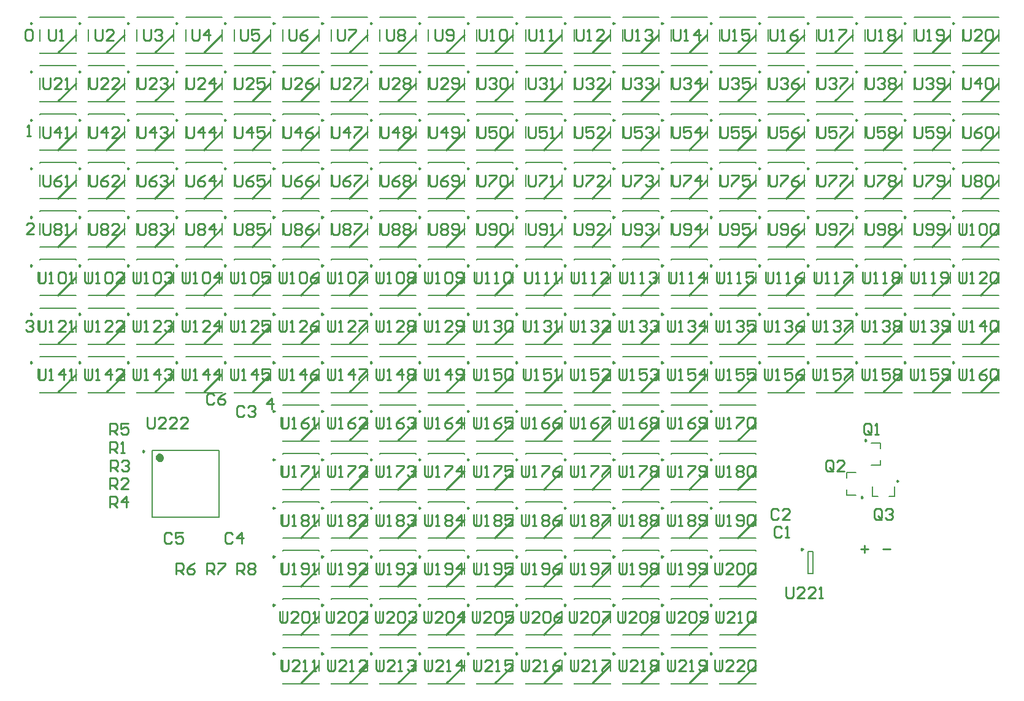
<source format=gto>
G04*
G04 #@! TF.GenerationSoftware,Altium Limited,Altium Designer,20.1.14 (287)*
G04*
G04 Layer_Color=65535*
%FSLAX25Y25*%
%MOIN*%
G70*
G04*
G04 #@! TF.SameCoordinates,FB09635C-FFB3-414F-8314-2C795C5734A7*
G04*
G04*
G04 #@! TF.FilePolarity,Positive*
G04*
G01*
G75*
%ADD10C,0.00984*%
%ADD11C,0.02362*%
%ADD12C,0.00787*%
%ADD13C,0.01000*%
D10*
X424409Y83022D02*
X423671Y83448D01*
Y82595D01*
X424409Y83022D01*
X374803Y26280D02*
X374065Y26706D01*
Y25853D01*
X374803Y26280D01*
X348425D02*
X347687Y26706D01*
Y25853D01*
X348425Y26280D01*
X322047D02*
X321309Y26706D01*
Y25853D01*
X322047Y26280D01*
X295669D02*
X294931Y26706D01*
Y25853D01*
X295669Y26280D01*
X269291D02*
X268553Y26706D01*
Y25853D01*
X269291Y26280D01*
X242913D02*
X242175Y26706D01*
Y25853D01*
X242913Y26280D01*
X216535D02*
X215797Y26706D01*
Y25853D01*
X216535Y26280D01*
X190157D02*
X189419Y26706D01*
Y25853D01*
X190157Y26280D01*
X163779D02*
X163041Y26706D01*
Y25853D01*
X163779Y26280D01*
X137402D02*
X136663Y26706D01*
Y25853D01*
X137402Y26280D01*
X374803Y52658D02*
X374065Y53084D01*
Y52231D01*
X374803Y52658D01*
X348425D02*
X347687Y53084D01*
Y52231D01*
X348425Y52658D01*
X322047D02*
X321309Y53084D01*
Y52231D01*
X322047Y52658D01*
X295669D02*
X294931Y53084D01*
Y52231D01*
X295669Y52658D01*
X269291D02*
X268553Y53084D01*
Y52231D01*
X269291Y52658D01*
X242913D02*
X242175Y53084D01*
Y52231D01*
X242913Y52658D01*
X216535D02*
X215797Y53084D01*
Y52231D01*
X216535Y52658D01*
X190157D02*
X189419Y53084D01*
Y52231D01*
X190157Y52658D01*
X163779D02*
X163041Y53084D01*
Y52231D01*
X163779Y52658D01*
X137402D02*
X136663Y53084D01*
Y52231D01*
X137402Y52658D01*
X374803Y79035D02*
X374065Y79462D01*
Y78609D01*
X374803Y79035D01*
X348425D02*
X347687Y79462D01*
Y78609D01*
X348425Y79035D01*
X322047D02*
X321309Y79462D01*
Y78609D01*
X322047Y79035D01*
X295669D02*
X294931Y79462D01*
Y78609D01*
X295669Y79035D01*
X269291D02*
X268553Y79462D01*
Y78609D01*
X269291Y79035D01*
X242913D02*
X242175Y79462D01*
Y78609D01*
X242913Y79035D01*
X216535D02*
X215797Y79462D01*
Y78609D01*
X216535Y79035D01*
X190157D02*
X189419Y79462D01*
Y78609D01*
X190157Y79035D01*
X163779D02*
X163041Y79462D01*
Y78609D01*
X163779Y79035D01*
X137402D02*
X136663Y79462D01*
Y78609D01*
X137402Y79035D01*
X374803Y105413D02*
X374065Y105840D01*
Y104987D01*
X374803Y105413D01*
X348425D02*
X347687Y105840D01*
Y104987D01*
X348425Y105413D01*
X322047D02*
X321309Y105840D01*
Y104987D01*
X322047Y105413D01*
X295669D02*
X294931Y105840D01*
Y104987D01*
X295669Y105413D01*
X269291D02*
X268553Y105840D01*
Y104987D01*
X269291Y105413D01*
X242913D02*
X242175Y105840D01*
Y104987D01*
X242913Y105413D01*
X216535D02*
X215797Y105840D01*
Y104987D01*
X216535Y105413D01*
X190157D02*
X189419Y105840D01*
Y104987D01*
X190157Y105413D01*
X163779D02*
X163041Y105840D01*
Y104987D01*
X163779Y105413D01*
X137402D02*
X136663Y105840D01*
Y104987D01*
X137402Y105413D01*
X374803Y131791D02*
X374065Y132218D01*
Y131365D01*
X374803Y131791D01*
X348425D02*
X347687Y132218D01*
Y131365D01*
X348425Y131791D01*
X322047D02*
X321309Y132218D01*
Y131365D01*
X322047Y131791D01*
X295669D02*
X294931Y132218D01*
Y131365D01*
X295669Y131791D01*
X269291D02*
X268553Y132218D01*
Y131365D01*
X269291Y131791D01*
X242913D02*
X242175Y132218D01*
Y131365D01*
X242913Y131791D01*
X216535D02*
X215797Y132218D01*
Y131365D01*
X216535Y131791D01*
X190157D02*
X189419Y132218D01*
Y131365D01*
X190157Y131791D01*
X163779D02*
X163041Y132218D01*
Y131365D01*
X163779Y131791D01*
X137402D02*
X136663Y132218D01*
Y131365D01*
X137402Y131791D01*
X374803Y158169D02*
X374065Y158596D01*
Y157743D01*
X374803Y158169D01*
X348425D02*
X347687Y158596D01*
Y157743D01*
X348425Y158169D01*
X322047D02*
X321309Y158596D01*
Y157743D01*
X322047Y158169D01*
X295669D02*
X294931Y158596D01*
Y157743D01*
X295669Y158169D01*
X269291D02*
X268553Y158596D01*
Y157743D01*
X269291Y158169D01*
X242913D02*
X242175Y158596D01*
Y157743D01*
X242913Y158169D01*
X216535D02*
X215797Y158596D01*
Y157743D01*
X216535Y158169D01*
X190157D02*
X189419Y158596D01*
Y157743D01*
X190157Y158169D01*
X163779D02*
X163041Y158596D01*
Y157743D01*
X163779Y158169D01*
X137402D02*
X136663Y158596D01*
Y157743D01*
X137402Y158169D01*
X506693Y184547D02*
X505955Y184973D01*
Y184121D01*
X506693Y184547D01*
X480315D02*
X479577Y184973D01*
Y184121D01*
X480315Y184547D01*
X453937D02*
X453199Y184973D01*
Y184121D01*
X453937Y184547D01*
X427559D02*
X426821Y184973D01*
Y184121D01*
X427559Y184547D01*
X401181D02*
X400443Y184973D01*
Y184121D01*
X401181Y184547D01*
X374803D02*
X374065Y184973D01*
Y184121D01*
X374803Y184547D01*
X348425D02*
X347687Y184973D01*
Y184121D01*
X348425Y184547D01*
X322047D02*
X321309Y184973D01*
Y184121D01*
X322047Y184547D01*
X295669D02*
X294931Y184973D01*
Y184121D01*
X295669Y184547D01*
X269291D02*
X268553Y184973D01*
Y184121D01*
X269291Y184547D01*
X242913D02*
X242175Y184973D01*
Y184121D01*
X242913Y184547D01*
X216535D02*
X215797Y184973D01*
Y184121D01*
X216535Y184547D01*
X190157D02*
X189419Y184973D01*
Y184121D01*
X190157Y184547D01*
X163779D02*
X163041Y184973D01*
Y184121D01*
X163779Y184547D01*
X137402D02*
X136663Y184973D01*
Y184121D01*
X137402Y184547D01*
X111024D02*
X110285Y184973D01*
Y184121D01*
X111024Y184547D01*
X84646D02*
X83908Y184973D01*
Y184121D01*
X84646Y184547D01*
X58268D02*
X57529Y184973D01*
Y184121D01*
X58268Y184547D01*
X31890D02*
X31152Y184973D01*
Y184121D01*
X31890Y184547D01*
X5512D02*
X4774Y184973D01*
Y184121D01*
X5512Y184547D01*
X506693Y210925D02*
X505955Y211351D01*
Y210499D01*
X506693Y210925D01*
X480315D02*
X479577Y211351D01*
Y210499D01*
X480315Y210925D01*
X453937D02*
X453199Y211351D01*
Y210499D01*
X453937Y210925D01*
X427559D02*
X426821Y211351D01*
Y210499D01*
X427559Y210925D01*
X401181D02*
X400443Y211351D01*
Y210499D01*
X401181Y210925D01*
X374803D02*
X374065Y211351D01*
Y210499D01*
X374803Y210925D01*
X348425D02*
X347687Y211351D01*
Y210499D01*
X348425Y210925D01*
X322047D02*
X321309Y211351D01*
Y210499D01*
X322047Y210925D01*
X295669D02*
X294931Y211351D01*
Y210499D01*
X295669Y210925D01*
X269291D02*
X268553Y211351D01*
Y210499D01*
X269291Y210925D01*
X242913D02*
X242175Y211351D01*
Y210499D01*
X242913Y210925D01*
X216535D02*
X215797Y211351D01*
Y210499D01*
X216535Y210925D01*
X190157D02*
X189419Y211351D01*
Y210499D01*
X190157Y210925D01*
X163779D02*
X163041Y211351D01*
Y210499D01*
X163779Y210925D01*
X137402D02*
X136663Y211351D01*
Y210499D01*
X137402Y210925D01*
X111024D02*
X110285Y211351D01*
Y210499D01*
X111024Y210925D01*
X84646D02*
X83908Y211351D01*
Y210499D01*
X84646Y210925D01*
X58268D02*
X57529Y211351D01*
Y210499D01*
X58268Y210925D01*
X31890D02*
X31152Y211351D01*
Y210499D01*
X31890Y210925D01*
X5512D02*
X4774Y211351D01*
Y210499D01*
X5512Y210925D01*
X506693Y237303D02*
X505955Y237729D01*
Y236877D01*
X506693Y237303D01*
X480315D02*
X479577Y237729D01*
Y236877D01*
X480315Y237303D01*
X453937D02*
X453199Y237729D01*
Y236877D01*
X453937Y237303D01*
X427559D02*
X426821Y237729D01*
Y236877D01*
X427559Y237303D01*
X401181D02*
X400443Y237729D01*
Y236877D01*
X401181Y237303D01*
X374803D02*
X374065Y237729D01*
Y236877D01*
X374803Y237303D01*
X348425D02*
X347687Y237729D01*
Y236877D01*
X348425Y237303D01*
X322047D02*
X321309Y237729D01*
Y236877D01*
X322047Y237303D01*
X295669D02*
X294931Y237729D01*
Y236877D01*
X295669Y237303D01*
X269291D02*
X268553Y237729D01*
Y236877D01*
X269291Y237303D01*
X242913D02*
X242175Y237729D01*
Y236877D01*
X242913Y237303D01*
X216535D02*
X215797Y237729D01*
Y236877D01*
X216535Y237303D01*
X190157D02*
X189419Y237729D01*
Y236877D01*
X190157Y237303D01*
X163779D02*
X163041Y237729D01*
Y236877D01*
X163779Y237303D01*
X137402D02*
X136663Y237729D01*
Y236877D01*
X137402Y237303D01*
X111024D02*
X110285Y237729D01*
Y236877D01*
X111024Y237303D01*
X84646D02*
X83908Y237729D01*
Y236877D01*
X84646Y237303D01*
X58268D02*
X57529Y237729D01*
Y236877D01*
X58268Y237303D01*
X31890D02*
X31152Y237729D01*
Y236877D01*
X31890Y237303D01*
X5512D02*
X4774Y237729D01*
Y236877D01*
X5512Y237303D01*
X506693Y263681D02*
X505955Y264107D01*
Y263255D01*
X506693Y263681D01*
X480315D02*
X479577Y264107D01*
Y263255D01*
X480315Y263681D01*
X453937D02*
X453199Y264107D01*
Y263255D01*
X453937Y263681D01*
X427559D02*
X426821Y264107D01*
Y263255D01*
X427559Y263681D01*
X401181D02*
X400443Y264107D01*
Y263255D01*
X401181Y263681D01*
X374803D02*
X374065Y264107D01*
Y263255D01*
X374803Y263681D01*
X348425D02*
X347687Y264107D01*
Y263255D01*
X348425Y263681D01*
X322047D02*
X321309Y264107D01*
Y263255D01*
X322047Y263681D01*
X295669D02*
X294931Y264107D01*
Y263255D01*
X295669Y263681D01*
X269291D02*
X268553Y264107D01*
Y263255D01*
X269291Y263681D01*
X242913D02*
X242175Y264107D01*
Y263255D01*
X242913Y263681D01*
X216535D02*
X215797Y264107D01*
Y263255D01*
X216535Y263681D01*
X190157D02*
X189419Y264107D01*
Y263255D01*
X190157Y263681D01*
X163779D02*
X163041Y264107D01*
Y263255D01*
X163779Y263681D01*
X137402D02*
X136663Y264107D01*
Y263255D01*
X137402Y263681D01*
X111024D02*
X110285Y264107D01*
Y263255D01*
X111024Y263681D01*
X84646D02*
X83908Y264107D01*
Y263255D01*
X84646Y263681D01*
X58268D02*
X57529Y264107D01*
Y263255D01*
X58268Y263681D01*
X31890D02*
X31152Y264107D01*
Y263255D01*
X31890Y263681D01*
X5512D02*
X4774Y264107D01*
Y263255D01*
X5512Y263681D01*
X506693Y290059D02*
X505955Y290485D01*
Y289633D01*
X506693Y290059D01*
X480315D02*
X479577Y290485D01*
Y289633D01*
X480315Y290059D01*
X453937D02*
X453199Y290485D01*
Y289633D01*
X453937Y290059D01*
X427559D02*
X426821Y290485D01*
Y289633D01*
X427559Y290059D01*
X401181D02*
X400443Y290485D01*
Y289633D01*
X401181Y290059D01*
X374803D02*
X374065Y290485D01*
Y289633D01*
X374803Y290059D01*
X348425D02*
X347687Y290485D01*
Y289633D01*
X348425Y290059D01*
X322047D02*
X321309Y290485D01*
Y289633D01*
X322047Y290059D01*
X295669D02*
X294931Y290485D01*
Y289633D01*
X295669Y290059D01*
X269291D02*
X268553Y290485D01*
Y289633D01*
X269291Y290059D01*
X242913D02*
X242175Y290485D01*
Y289633D01*
X242913Y290059D01*
X216535D02*
X215797Y290485D01*
Y289633D01*
X216535Y290059D01*
X190157D02*
X189419Y290485D01*
Y289633D01*
X190157Y290059D01*
X163779D02*
X163041Y290485D01*
Y289633D01*
X163779Y290059D01*
X137402D02*
X136663Y290485D01*
Y289633D01*
X137402Y290059D01*
X111024D02*
X110285Y290485D01*
Y289633D01*
X111024Y290059D01*
X84646D02*
X83908Y290485D01*
Y289633D01*
X84646Y290059D01*
X58268D02*
X57529Y290485D01*
Y289633D01*
X58268Y290059D01*
X31890D02*
X31152Y290485D01*
Y289633D01*
X31890Y290059D01*
X5512D02*
X4774Y290485D01*
Y289633D01*
X5512Y290059D01*
X506693Y316437D02*
X505955Y316863D01*
Y316011D01*
X506693Y316437D01*
X480315D02*
X479577Y316863D01*
Y316011D01*
X480315Y316437D01*
X453937D02*
X453199Y316863D01*
Y316011D01*
X453937Y316437D01*
X427559D02*
X426821Y316863D01*
Y316011D01*
X427559Y316437D01*
X401181D02*
X400443Y316863D01*
Y316011D01*
X401181Y316437D01*
X374803D02*
X374065Y316863D01*
Y316011D01*
X374803Y316437D01*
X348425D02*
X347687Y316863D01*
Y316011D01*
X348425Y316437D01*
X322047D02*
X321309Y316863D01*
Y316011D01*
X322047Y316437D01*
X295669D02*
X294931Y316863D01*
Y316011D01*
X295669Y316437D01*
X269291D02*
X268553Y316863D01*
Y316011D01*
X269291Y316437D01*
X242913D02*
X242175Y316863D01*
Y316011D01*
X242913Y316437D01*
X216535D02*
X215797Y316863D01*
Y316011D01*
X216535Y316437D01*
X190157D02*
X189419Y316863D01*
Y316011D01*
X190157Y316437D01*
X163779D02*
X163041Y316863D01*
Y316011D01*
X163779Y316437D01*
X137402D02*
X136663Y316863D01*
Y316011D01*
X137402Y316437D01*
X111024D02*
X110285Y316863D01*
Y316011D01*
X111024Y316437D01*
X84646D02*
X83908Y316863D01*
Y316011D01*
X84646Y316437D01*
X58268D02*
X57529Y316863D01*
Y316011D01*
X58268Y316437D01*
X31890D02*
X31152Y316863D01*
Y316011D01*
X31890Y316437D01*
X5512D02*
X4774Y316863D01*
Y316011D01*
X5512Y316437D01*
X506693Y342815D02*
X505955Y343241D01*
Y342389D01*
X506693Y342815D01*
X480315D02*
X479577Y343241D01*
Y342389D01*
X480315Y342815D01*
X453937D02*
X453199Y343241D01*
Y342389D01*
X453937Y342815D01*
X427559D02*
X426821Y343241D01*
Y342389D01*
X427559Y342815D01*
X401181D02*
X400443Y343241D01*
Y342389D01*
X401181Y342815D01*
X374803D02*
X374065Y343241D01*
Y342389D01*
X374803Y342815D01*
X348425D02*
X347687Y343241D01*
Y342389D01*
X348425Y342815D01*
X322047D02*
X321309Y343241D01*
Y342389D01*
X322047Y342815D01*
X295669D02*
X294931Y343241D01*
Y342389D01*
X295669Y342815D01*
X269291D02*
X268553Y343241D01*
Y342389D01*
X269291Y342815D01*
X242913D02*
X242175Y343241D01*
Y342389D01*
X242913Y342815D01*
X216535D02*
X215797Y343241D01*
Y342389D01*
X216535Y342815D01*
X190157D02*
X189419Y343241D01*
Y342389D01*
X190157Y342815D01*
X163779D02*
X163041Y343241D01*
Y342389D01*
X163779Y342815D01*
X137402D02*
X136663Y343241D01*
Y342389D01*
X137402Y342815D01*
X111024D02*
X110285Y343241D01*
Y342389D01*
X111024Y342815D01*
X84646D02*
X83908Y343241D01*
Y342389D01*
X84646Y342815D01*
X58268D02*
X57529Y343241D01*
Y342389D01*
X58268Y342815D01*
X31890D02*
X31152Y343241D01*
Y342389D01*
X31890Y342815D01*
X5512D02*
X4774Y343241D01*
Y342389D01*
X5512Y342815D01*
X506693Y369193D02*
X505955Y369619D01*
Y368767D01*
X506693Y369193D01*
X480315D02*
X479577Y369619D01*
Y368767D01*
X480315Y369193D01*
X453937D02*
X453199Y369619D01*
Y368767D01*
X453937Y369193D01*
X427559D02*
X426821Y369619D01*
Y368767D01*
X427559Y369193D01*
X401181D02*
X400443Y369619D01*
Y368767D01*
X401181Y369193D01*
X374803D02*
X374065Y369619D01*
Y368767D01*
X374803Y369193D01*
X348425D02*
X347687Y369619D01*
Y368767D01*
X348425Y369193D01*
X322047D02*
X321309Y369619D01*
Y368767D01*
X322047Y369193D01*
X295669D02*
X294931Y369619D01*
Y368767D01*
X295669Y369193D01*
X269291D02*
X268553Y369619D01*
Y368767D01*
X269291Y369193D01*
X242913D02*
X242175Y369619D01*
Y368767D01*
X242913Y369193D01*
X216535D02*
X215797Y369619D01*
Y368767D01*
X216535Y369193D01*
X190157D02*
X189419Y369619D01*
Y368767D01*
X190157Y369193D01*
X163779D02*
X163041Y369619D01*
Y368767D01*
X163779Y369193D01*
X137402D02*
X136663Y369619D01*
Y368767D01*
X137402Y369193D01*
X111024D02*
X110285Y369619D01*
Y368767D01*
X111024Y369193D01*
X84646D02*
X83908Y369619D01*
Y368767D01*
X84646Y369193D01*
X58268D02*
X57529Y369619D01*
Y368767D01*
X58268Y369193D01*
X31890D02*
X31152Y369619D01*
Y368767D01*
X31890Y369193D01*
X5512D02*
X4774Y369619D01*
Y368767D01*
X5512Y369193D01*
X66683Y136319D02*
X65945Y136745D01*
Y135893D01*
X66683Y136319D01*
X476181Y120128D02*
X475443Y120554D01*
Y119702D01*
X476181Y120128D01*
X456939Y111221D02*
X456201Y111647D01*
Y110794D01*
X456939Y111221D01*
X458809Y142224D02*
X458071Y142651D01*
Y141798D01*
X458809Y142224D01*
D11*
X76034Y132874D02*
X75589Y133797D01*
X74590Y134026D01*
X73788Y133387D01*
Y132362D01*
X74590Y131722D01*
X75589Y131951D01*
X76034Y132874D01*
D12*
X427264Y81939D02*
X430020D01*
X427264Y69734D02*
X430020D01*
X427264D02*
Y81939D01*
X430020Y69734D02*
Y81939D01*
X379232Y29626D02*
X398917D01*
X379232Y9941D02*
X398917D01*
X379232D02*
Y10138D01*
X398917Y9941D02*
Y10138D01*
Y29429D02*
Y29626D01*
X379232Y29429D02*
Y29626D01*
Y16634D02*
Y22933D01*
X398917Y16634D02*
Y22933D01*
X352854Y29626D02*
X372539D01*
X352854Y9941D02*
X372539D01*
X352854D02*
Y10138D01*
X372539Y9941D02*
Y10138D01*
Y29429D02*
Y29626D01*
X352854Y29429D02*
Y29626D01*
Y16634D02*
Y22933D01*
X372539Y16634D02*
Y22933D01*
X326476Y29626D02*
X346161D01*
X326476Y9941D02*
X346161D01*
X326476D02*
Y10138D01*
X346161Y9941D02*
Y10138D01*
Y29429D02*
Y29626D01*
X326476Y29429D02*
Y29626D01*
Y16634D02*
Y22933D01*
X346161Y16634D02*
Y22933D01*
X300098Y29626D02*
X319783D01*
X300098Y9941D02*
X319783D01*
X300098D02*
Y10138D01*
X319783Y9941D02*
Y10138D01*
Y29429D02*
Y29626D01*
X300098Y29429D02*
Y29626D01*
Y16634D02*
Y22933D01*
X319783Y16634D02*
Y22933D01*
X273721Y29626D02*
X293406D01*
X273721Y9941D02*
X293406D01*
X273721D02*
Y10138D01*
X293406Y9941D02*
Y10138D01*
Y29429D02*
Y29626D01*
X273721Y29429D02*
Y29626D01*
Y16634D02*
Y22933D01*
X293406Y16634D02*
Y22933D01*
X247342Y29626D02*
X267028D01*
X247342Y9941D02*
X267028D01*
X247342D02*
Y10138D01*
X267028Y9941D02*
Y10138D01*
Y29429D02*
Y29626D01*
X247342Y29429D02*
Y29626D01*
Y16634D02*
Y22933D01*
X267028Y16634D02*
Y22933D01*
X220965Y29626D02*
X240650D01*
X220965Y9941D02*
X240650D01*
X220965D02*
Y10138D01*
X240650Y9941D02*
Y10138D01*
Y29429D02*
Y29626D01*
X220965Y29429D02*
Y29626D01*
Y16634D02*
Y22933D01*
X240650Y16634D02*
Y22933D01*
X194587Y29626D02*
X214272D01*
X194587Y9941D02*
X214272D01*
X194587D02*
Y10138D01*
X214272Y9941D02*
Y10138D01*
Y29429D02*
Y29626D01*
X194587Y29429D02*
Y29626D01*
Y16634D02*
Y22933D01*
X214272Y16634D02*
Y22933D01*
X168209Y29626D02*
X187894D01*
X168209Y9941D02*
X187894D01*
X168209D02*
Y10138D01*
X187894Y9941D02*
Y10138D01*
Y29429D02*
Y29626D01*
X168209Y29429D02*
Y29626D01*
Y16634D02*
Y22933D01*
X187894Y16634D02*
Y22933D01*
X141831Y29626D02*
X161516D01*
X141831Y9941D02*
X161516D01*
X141831D02*
Y10138D01*
X161516Y9941D02*
Y10138D01*
Y29429D02*
Y29626D01*
X141831Y29429D02*
Y29626D01*
Y16634D02*
Y22933D01*
X161516Y16634D02*
Y22933D01*
X379232Y56004D02*
X398917D01*
X379232Y36319D02*
X398917D01*
X379232D02*
Y36516D01*
X398917Y36319D02*
Y36516D01*
Y55807D02*
Y56004D01*
X379232Y55807D02*
Y56004D01*
Y43012D02*
Y49311D01*
X398917Y43012D02*
Y49311D01*
X352854Y56004D02*
X372539D01*
X352854Y36319D02*
X372539D01*
X352854D02*
Y36516D01*
X372539Y36319D02*
Y36516D01*
Y55807D02*
Y56004D01*
X352854Y55807D02*
Y56004D01*
Y43012D02*
Y49311D01*
X372539Y43012D02*
Y49311D01*
X326476Y56004D02*
X346161D01*
X326476Y36319D02*
X346161D01*
X326476D02*
Y36516D01*
X346161Y36319D02*
Y36516D01*
Y55807D02*
Y56004D01*
X326476Y55807D02*
Y56004D01*
Y43012D02*
Y49311D01*
X346161Y43012D02*
Y49311D01*
X300098Y56004D02*
X319783D01*
X300098Y36319D02*
X319783D01*
X300098D02*
Y36516D01*
X319783Y36319D02*
Y36516D01*
Y55807D02*
Y56004D01*
X300098Y55807D02*
Y56004D01*
Y43012D02*
Y49311D01*
X319783Y43012D02*
Y49311D01*
X273721Y56004D02*
X293406D01*
X273721Y36319D02*
X293406D01*
X273721D02*
Y36516D01*
X293406Y36319D02*
Y36516D01*
Y55807D02*
Y56004D01*
X273721Y55807D02*
Y56004D01*
Y43012D02*
Y49311D01*
X293406Y43012D02*
Y49311D01*
X247342Y56004D02*
X267028D01*
X247342Y36319D02*
X267028D01*
X247342D02*
Y36516D01*
X267028Y36319D02*
Y36516D01*
Y55807D02*
Y56004D01*
X247342Y55807D02*
Y56004D01*
Y43012D02*
Y49311D01*
X267028Y43012D02*
Y49311D01*
X220965Y56004D02*
X240650D01*
X220965Y36319D02*
X240650D01*
X220965D02*
Y36516D01*
X240650Y36319D02*
Y36516D01*
Y55807D02*
Y56004D01*
X220965Y55807D02*
Y56004D01*
Y43012D02*
Y49311D01*
X240650Y43012D02*
Y49311D01*
X194587Y56004D02*
X214272D01*
X194587Y36319D02*
X214272D01*
X194587D02*
Y36516D01*
X214272Y36319D02*
Y36516D01*
Y55807D02*
Y56004D01*
X194587Y55807D02*
Y56004D01*
Y43012D02*
Y49311D01*
X214272Y43012D02*
Y49311D01*
X168209Y56004D02*
X187894D01*
X168209Y36319D02*
X187894D01*
X168209D02*
Y36516D01*
X187894Y36319D02*
Y36516D01*
Y55807D02*
Y56004D01*
X168209Y55807D02*
Y56004D01*
Y43012D02*
Y49311D01*
X187894Y43012D02*
Y49311D01*
X141831Y56004D02*
X161516D01*
X141831Y36319D02*
X161516D01*
X141831D02*
Y36516D01*
X161516Y36319D02*
Y36516D01*
Y55807D02*
Y56004D01*
X141831Y55807D02*
Y56004D01*
Y43012D02*
Y49311D01*
X161516Y43012D02*
Y49311D01*
X379232Y82382D02*
X398917D01*
X379232Y62697D02*
X398917D01*
X379232D02*
Y62894D01*
X398917Y62697D02*
Y62894D01*
Y82185D02*
Y82382D01*
X379232Y82185D02*
Y82382D01*
Y69390D02*
Y75689D01*
X398917Y69390D02*
Y75689D01*
X352854Y82382D02*
X372539D01*
X352854Y62697D02*
X372539D01*
X352854D02*
Y62894D01*
X372539Y62697D02*
Y62894D01*
Y82185D02*
Y82382D01*
X352854Y82185D02*
Y82382D01*
Y69390D02*
Y75689D01*
X372539Y69390D02*
Y75689D01*
X326476Y82382D02*
X346161D01*
X326476Y62697D02*
X346161D01*
X326476D02*
Y62894D01*
X346161Y62697D02*
Y62894D01*
Y82185D02*
Y82382D01*
X326476Y82185D02*
Y82382D01*
Y69390D02*
Y75689D01*
X346161Y69390D02*
Y75689D01*
X300098Y82382D02*
X319783D01*
X300098Y62697D02*
X319783D01*
X300098D02*
Y62894D01*
X319783Y62697D02*
Y62894D01*
Y82185D02*
Y82382D01*
X300098Y82185D02*
Y82382D01*
Y69390D02*
Y75689D01*
X319783Y69390D02*
Y75689D01*
X273721Y82382D02*
X293406D01*
X273721Y62697D02*
X293406D01*
X273721D02*
Y62894D01*
X293406Y62697D02*
Y62894D01*
Y82185D02*
Y82382D01*
X273721Y82185D02*
Y82382D01*
Y69390D02*
Y75689D01*
X293406Y69390D02*
Y75689D01*
X247342Y82382D02*
X267028D01*
X247342Y62697D02*
X267028D01*
X247342D02*
Y62894D01*
X267028Y62697D02*
Y62894D01*
Y82185D02*
Y82382D01*
X247342Y82185D02*
Y82382D01*
Y69390D02*
Y75689D01*
X267028Y69390D02*
Y75689D01*
X220965Y82382D02*
X240650D01*
X220965Y62697D02*
X240650D01*
X220965D02*
Y62894D01*
X240650Y62697D02*
Y62894D01*
Y82185D02*
Y82382D01*
X220965Y82185D02*
Y82382D01*
Y69390D02*
Y75689D01*
X240650Y69390D02*
Y75689D01*
X194587Y82382D02*
X214272D01*
X194587Y62697D02*
X214272D01*
X194587D02*
Y62894D01*
X214272Y62697D02*
Y62894D01*
Y82185D02*
Y82382D01*
X194587Y82185D02*
Y82382D01*
Y69390D02*
Y75689D01*
X214272Y69390D02*
Y75689D01*
X168209Y82382D02*
X187894D01*
X168209Y62697D02*
X187894D01*
X168209D02*
Y62894D01*
X187894Y62697D02*
Y62894D01*
Y82185D02*
Y82382D01*
X168209Y82185D02*
Y82382D01*
Y69390D02*
Y75689D01*
X187894Y69390D02*
Y75689D01*
X141831Y82382D02*
X161516D01*
X141831Y62697D02*
X161516D01*
X141831D02*
Y62894D01*
X161516Y62697D02*
Y62894D01*
Y82185D02*
Y82382D01*
X141831Y82185D02*
Y82382D01*
Y69390D02*
Y75689D01*
X161516Y69390D02*
Y75689D01*
X379232Y108760D02*
X398917D01*
X379232Y89075D02*
X398917D01*
X379232D02*
Y89272D01*
X398917Y89075D02*
Y89272D01*
Y108563D02*
Y108760D01*
X379232Y108563D02*
Y108760D01*
Y95768D02*
Y102067D01*
X398917Y95768D02*
Y102067D01*
X352854Y108760D02*
X372539D01*
X352854Y89075D02*
X372539D01*
X352854D02*
Y89272D01*
X372539Y89075D02*
Y89272D01*
Y108563D02*
Y108760D01*
X352854Y108563D02*
Y108760D01*
Y95768D02*
Y102067D01*
X372539Y95768D02*
Y102067D01*
X326476Y108760D02*
X346161D01*
X326476Y89075D02*
X346161D01*
X326476D02*
Y89272D01*
X346161Y89075D02*
Y89272D01*
Y108563D02*
Y108760D01*
X326476Y108563D02*
Y108760D01*
Y95768D02*
Y102067D01*
X346161Y95768D02*
Y102067D01*
X300098Y108760D02*
X319783D01*
X300098Y89075D02*
X319783D01*
X300098D02*
Y89272D01*
X319783Y89075D02*
Y89272D01*
Y108563D02*
Y108760D01*
X300098Y108563D02*
Y108760D01*
Y95768D02*
Y102067D01*
X319783Y95768D02*
Y102067D01*
X273721Y108760D02*
X293406D01*
X273721Y89075D02*
X293406D01*
X273721D02*
Y89272D01*
X293406Y89075D02*
Y89272D01*
Y108563D02*
Y108760D01*
X273721Y108563D02*
Y108760D01*
Y95768D02*
Y102067D01*
X293406Y95768D02*
Y102067D01*
X247342Y108760D02*
X267028D01*
X247342Y89075D02*
X267028D01*
X247342D02*
Y89272D01*
X267028Y89075D02*
Y89272D01*
Y108563D02*
Y108760D01*
X247342Y108563D02*
Y108760D01*
Y95768D02*
Y102067D01*
X267028Y95768D02*
Y102067D01*
X220965Y108760D02*
X240650D01*
X220965Y89075D02*
X240650D01*
X220965D02*
Y89272D01*
X240650Y89075D02*
Y89272D01*
Y108563D02*
Y108760D01*
X220965Y108563D02*
Y108760D01*
Y95768D02*
Y102067D01*
X240650Y95768D02*
Y102067D01*
X194587Y108760D02*
X214272D01*
X194587Y89075D02*
X214272D01*
X194587D02*
Y89272D01*
X214272Y89075D02*
Y89272D01*
Y108563D02*
Y108760D01*
X194587Y108563D02*
Y108760D01*
Y95768D02*
Y102067D01*
X214272Y95768D02*
Y102067D01*
X168209Y108760D02*
X187894D01*
X168209Y89075D02*
X187894D01*
X168209D02*
Y89272D01*
X187894Y89075D02*
Y89272D01*
Y108563D02*
Y108760D01*
X168209Y108563D02*
Y108760D01*
Y95768D02*
Y102067D01*
X187894Y95768D02*
Y102067D01*
X141831Y108760D02*
X161516D01*
X141831Y89075D02*
X161516D01*
X141831D02*
Y89272D01*
X161516Y89075D02*
Y89272D01*
Y108563D02*
Y108760D01*
X141831Y108563D02*
Y108760D01*
Y95768D02*
Y102067D01*
X161516Y95768D02*
Y102067D01*
X379232Y135138D02*
X398917D01*
X379232Y115453D02*
X398917D01*
X379232D02*
Y115650D01*
X398917Y115453D02*
Y115650D01*
Y134941D02*
Y135138D01*
X379232Y134941D02*
Y135138D01*
Y122146D02*
Y128445D01*
X398917Y122146D02*
Y128445D01*
X352854Y135138D02*
X372539D01*
X352854Y115453D02*
X372539D01*
X352854D02*
Y115650D01*
X372539Y115453D02*
Y115650D01*
Y134941D02*
Y135138D01*
X352854Y134941D02*
Y135138D01*
Y122146D02*
Y128445D01*
X372539Y122146D02*
Y128445D01*
X326476Y135138D02*
X346161D01*
X326476Y115453D02*
X346161D01*
X326476D02*
Y115650D01*
X346161Y115453D02*
Y115650D01*
Y134941D02*
Y135138D01*
X326476Y134941D02*
Y135138D01*
Y122146D02*
Y128445D01*
X346161Y122146D02*
Y128445D01*
X300098Y135138D02*
X319783D01*
X300098Y115453D02*
X319783D01*
X300098D02*
Y115650D01*
X319783Y115453D02*
Y115650D01*
Y134941D02*
Y135138D01*
X300098Y134941D02*
Y135138D01*
Y122146D02*
Y128445D01*
X319783Y122146D02*
Y128445D01*
X273721Y135138D02*
X293406D01*
X273721Y115453D02*
X293406D01*
X273721D02*
Y115650D01*
X293406Y115453D02*
Y115650D01*
Y134941D02*
Y135138D01*
X273721Y134941D02*
Y135138D01*
Y122146D02*
Y128445D01*
X293406Y122146D02*
Y128445D01*
X247342Y135138D02*
X267028D01*
X247342Y115453D02*
X267028D01*
X247342D02*
Y115650D01*
X267028Y115453D02*
Y115650D01*
Y134941D02*
Y135138D01*
X247342Y134941D02*
Y135138D01*
Y122146D02*
Y128445D01*
X267028Y122146D02*
Y128445D01*
X220965Y135138D02*
X240650D01*
X220965Y115453D02*
X240650D01*
X220965D02*
Y115650D01*
X240650Y115453D02*
Y115650D01*
Y134941D02*
Y135138D01*
X220965Y134941D02*
Y135138D01*
Y122146D02*
Y128445D01*
X240650Y122146D02*
Y128445D01*
X194587Y135138D02*
X214272D01*
X194587Y115453D02*
X214272D01*
X194587D02*
Y115650D01*
X214272Y115453D02*
Y115650D01*
Y134941D02*
Y135138D01*
X194587Y134941D02*
Y135138D01*
Y122146D02*
Y128445D01*
X214272Y122146D02*
Y128445D01*
X168209Y135138D02*
X187894D01*
X168209Y115453D02*
X187894D01*
X168209D02*
Y115650D01*
X187894Y115453D02*
Y115650D01*
Y134941D02*
Y135138D01*
X168209Y134941D02*
Y135138D01*
Y122146D02*
Y128445D01*
X187894Y122146D02*
Y128445D01*
X141831Y135138D02*
X161516D01*
X141831Y115453D02*
X161516D01*
X141831D02*
Y115650D01*
X161516Y115453D02*
Y115650D01*
Y134941D02*
Y135138D01*
X141831Y134941D02*
Y135138D01*
Y122146D02*
Y128445D01*
X161516Y122146D02*
Y128445D01*
X379232Y161516D02*
X398917D01*
X379232Y141831D02*
X398917D01*
X379232D02*
Y142028D01*
X398917Y141831D02*
Y142028D01*
Y161319D02*
Y161516D01*
X379232Y161319D02*
Y161516D01*
Y148524D02*
Y154823D01*
X398917Y148524D02*
Y154823D01*
X352854Y161516D02*
X372539D01*
X352854Y141831D02*
X372539D01*
X352854D02*
Y142028D01*
X372539Y141831D02*
Y142028D01*
Y161319D02*
Y161516D01*
X352854Y161319D02*
Y161516D01*
Y148524D02*
Y154823D01*
X372539Y148524D02*
Y154823D01*
X326476Y161516D02*
X346161D01*
X326476Y141831D02*
X346161D01*
X326476D02*
Y142028D01*
X346161Y141831D02*
Y142028D01*
Y161319D02*
Y161516D01*
X326476Y161319D02*
Y161516D01*
Y148524D02*
Y154823D01*
X346161Y148524D02*
Y154823D01*
X300098Y161516D02*
X319783D01*
X300098Y141831D02*
X319783D01*
X300098D02*
Y142028D01*
X319783Y141831D02*
Y142028D01*
Y161319D02*
Y161516D01*
X300098Y161319D02*
Y161516D01*
Y148524D02*
Y154823D01*
X319783Y148524D02*
Y154823D01*
X273721Y161516D02*
X293406D01*
X273721Y141831D02*
X293406D01*
X273721D02*
Y142028D01*
X293406Y141831D02*
Y142028D01*
Y161319D02*
Y161516D01*
X273721Y161319D02*
Y161516D01*
Y148524D02*
Y154823D01*
X293406Y148524D02*
Y154823D01*
X247342Y161516D02*
X267028D01*
X247342Y141831D02*
X267028D01*
X247342D02*
Y142028D01*
X267028Y141831D02*
Y142028D01*
Y161319D02*
Y161516D01*
X247342Y161319D02*
Y161516D01*
Y148524D02*
Y154823D01*
X267028Y148524D02*
Y154823D01*
X220965Y161516D02*
X240650D01*
X220965Y141831D02*
X240650D01*
X220965D02*
Y142028D01*
X240650Y141831D02*
Y142028D01*
Y161319D02*
Y161516D01*
X220965Y161319D02*
Y161516D01*
Y148524D02*
Y154823D01*
X240650Y148524D02*
Y154823D01*
X194587Y161516D02*
X214272D01*
X194587Y141831D02*
X214272D01*
X194587D02*
Y142028D01*
X214272Y141831D02*
Y142028D01*
Y161319D02*
Y161516D01*
X194587Y161319D02*
Y161516D01*
Y148524D02*
Y154823D01*
X214272Y148524D02*
Y154823D01*
X168209Y161516D02*
X187894D01*
X168209Y141831D02*
X187894D01*
X168209D02*
Y142028D01*
X187894Y141831D02*
Y142028D01*
Y161319D02*
Y161516D01*
X168209Y161319D02*
Y161516D01*
Y148524D02*
Y154823D01*
X187894Y148524D02*
Y154823D01*
X141831Y161516D02*
X161516D01*
X141831Y141831D02*
X161516D01*
X141831D02*
Y142028D01*
X161516Y141831D02*
Y142028D01*
Y161319D02*
Y161516D01*
X141831Y161319D02*
Y161516D01*
Y148524D02*
Y154823D01*
X161516Y148524D02*
Y154823D01*
X511122Y187894D02*
X530807D01*
X511122Y168209D02*
X530807D01*
X511122D02*
Y168405D01*
X530807Y168209D02*
Y168405D01*
Y187697D02*
Y187894D01*
X511122Y187697D02*
Y187894D01*
Y174902D02*
Y181201D01*
X530807Y174902D02*
Y181201D01*
X484744Y187894D02*
X504429D01*
X484744Y168209D02*
X504429D01*
X484744D02*
Y168405D01*
X504429Y168209D02*
Y168405D01*
Y187697D02*
Y187894D01*
X484744Y187697D02*
Y187894D01*
Y174902D02*
Y181201D01*
X504429Y174902D02*
Y181201D01*
X458366Y187894D02*
X478051D01*
X458366Y168209D02*
X478051D01*
X458366D02*
Y168405D01*
X478051Y168209D02*
Y168405D01*
Y187697D02*
Y187894D01*
X458366Y187697D02*
Y187894D01*
Y174902D02*
Y181201D01*
X478051Y174902D02*
Y181201D01*
X431988Y187894D02*
X451673D01*
X431988Y168209D02*
X451673D01*
X431988D02*
Y168405D01*
X451673Y168209D02*
Y168405D01*
Y187697D02*
Y187894D01*
X431988Y187697D02*
Y187894D01*
Y174902D02*
Y181201D01*
X451673Y174902D02*
Y181201D01*
X405610Y187894D02*
X425295D01*
X405610Y168209D02*
X425295D01*
X405610D02*
Y168405D01*
X425295Y168209D02*
Y168405D01*
Y187697D02*
Y187894D01*
X405610Y187697D02*
Y187894D01*
Y174902D02*
Y181201D01*
X425295Y174902D02*
Y181201D01*
X379232Y187894D02*
X398917D01*
X379232Y168209D02*
X398917D01*
X379232D02*
Y168405D01*
X398917Y168209D02*
Y168405D01*
Y187697D02*
Y187894D01*
X379232Y187697D02*
Y187894D01*
Y174902D02*
Y181201D01*
X398917Y174902D02*
Y181201D01*
X352854Y187894D02*
X372539D01*
X352854Y168209D02*
X372539D01*
X352854D02*
Y168405D01*
X372539Y168209D02*
Y168405D01*
Y187697D02*
Y187894D01*
X352854Y187697D02*
Y187894D01*
Y174902D02*
Y181201D01*
X372539Y174902D02*
Y181201D01*
X326476Y187894D02*
X346161D01*
X326476Y168209D02*
X346161D01*
X326476D02*
Y168405D01*
X346161Y168209D02*
Y168405D01*
Y187697D02*
Y187894D01*
X326476Y187697D02*
Y187894D01*
Y174902D02*
Y181201D01*
X346161Y174902D02*
Y181201D01*
X300098Y187894D02*
X319783D01*
X300098Y168209D02*
X319783D01*
X300098D02*
Y168405D01*
X319783Y168209D02*
Y168405D01*
Y187697D02*
Y187894D01*
X300098Y187697D02*
Y187894D01*
Y174902D02*
Y181201D01*
X319783Y174902D02*
Y181201D01*
X273721Y187894D02*
X293406D01*
X273721Y168209D02*
X293406D01*
X273721D02*
Y168405D01*
X293406Y168209D02*
Y168405D01*
Y187697D02*
Y187894D01*
X273721Y187697D02*
Y187894D01*
Y174902D02*
Y181201D01*
X293406Y174902D02*
Y181201D01*
X247342Y187894D02*
X267028D01*
X247342Y168209D02*
X267028D01*
X247342D02*
Y168405D01*
X267028Y168209D02*
Y168405D01*
Y187697D02*
Y187894D01*
X247342Y187697D02*
Y187894D01*
Y174902D02*
Y181201D01*
X267028Y174902D02*
Y181201D01*
X220965Y187894D02*
X240650D01*
X220965Y168209D02*
X240650D01*
X220965D02*
Y168405D01*
X240650Y168209D02*
Y168405D01*
Y187697D02*
Y187894D01*
X220965Y187697D02*
Y187894D01*
Y174902D02*
Y181201D01*
X240650Y174902D02*
Y181201D01*
X194587Y187894D02*
X214272D01*
X194587Y168209D02*
X214272D01*
X194587D02*
Y168405D01*
X214272Y168209D02*
Y168405D01*
Y187697D02*
Y187894D01*
X194587Y187697D02*
Y187894D01*
Y174902D02*
Y181201D01*
X214272Y174902D02*
Y181201D01*
X168209Y187894D02*
X187894D01*
X168209Y168209D02*
X187894D01*
X168209D02*
Y168405D01*
X187894Y168209D02*
Y168405D01*
Y187697D02*
Y187894D01*
X168209Y187697D02*
Y187894D01*
Y174902D02*
Y181201D01*
X187894Y174902D02*
Y181201D01*
X141831Y187894D02*
X161516D01*
X141831Y168209D02*
X161516D01*
X141831D02*
Y168405D01*
X161516Y168209D02*
Y168405D01*
Y187697D02*
Y187894D01*
X141831Y187697D02*
Y187894D01*
Y174902D02*
Y181201D01*
X161516Y174902D02*
Y181201D01*
X115453Y187894D02*
X135138D01*
X115453Y168209D02*
X135138D01*
X115453D02*
Y168405D01*
X135138Y168209D02*
Y168405D01*
Y187697D02*
Y187894D01*
X115453Y187697D02*
Y187894D01*
Y174902D02*
Y181201D01*
X135138Y174902D02*
Y181201D01*
X89075Y187894D02*
X108760D01*
X89075Y168209D02*
X108760D01*
X89075D02*
Y168405D01*
X108760Y168209D02*
Y168405D01*
Y187697D02*
Y187894D01*
X89075Y187697D02*
Y187894D01*
Y174902D02*
Y181201D01*
X108760Y174902D02*
Y181201D01*
X62697Y187894D02*
X82382D01*
X62697Y168209D02*
X82382D01*
X62697D02*
Y168405D01*
X82382Y168209D02*
Y168405D01*
Y187697D02*
Y187894D01*
X62697Y187697D02*
Y187894D01*
Y174902D02*
Y181201D01*
X82382Y174902D02*
Y181201D01*
X36319Y187894D02*
X56004D01*
X36319Y168209D02*
X56004D01*
X36319D02*
Y168405D01*
X56004Y168209D02*
Y168405D01*
Y187697D02*
Y187894D01*
X36319Y187697D02*
Y187894D01*
Y174902D02*
Y181201D01*
X56004Y174902D02*
Y181201D01*
X9941Y187894D02*
X29626D01*
X9941Y168209D02*
X29626D01*
X9941D02*
Y168405D01*
X29626Y168209D02*
Y168405D01*
Y187697D02*
Y187894D01*
X9941Y187697D02*
Y187894D01*
Y174902D02*
Y181201D01*
X29626Y174902D02*
Y181201D01*
X511122Y214272D02*
X530807D01*
X511122Y194587D02*
X530807D01*
X511122D02*
Y194783D01*
X530807Y194587D02*
Y194783D01*
Y214075D02*
Y214272D01*
X511122Y214075D02*
Y214272D01*
Y201279D02*
Y207579D01*
X530807Y201279D02*
Y207579D01*
X484744Y214272D02*
X504429D01*
X484744Y194587D02*
X504429D01*
X484744D02*
Y194783D01*
X504429Y194587D02*
Y194783D01*
Y214075D02*
Y214272D01*
X484744Y214075D02*
Y214272D01*
Y201279D02*
Y207579D01*
X504429Y201279D02*
Y207579D01*
X458366Y214272D02*
X478051D01*
X458366Y194587D02*
X478051D01*
X458366D02*
Y194783D01*
X478051Y194587D02*
Y194783D01*
Y214075D02*
Y214272D01*
X458366Y214075D02*
Y214272D01*
Y201279D02*
Y207579D01*
X478051Y201279D02*
Y207579D01*
X431988Y214272D02*
X451673D01*
X431988Y194587D02*
X451673D01*
X431988D02*
Y194783D01*
X451673Y194587D02*
Y194783D01*
Y214075D02*
Y214272D01*
X431988Y214075D02*
Y214272D01*
Y201279D02*
Y207579D01*
X451673Y201279D02*
Y207579D01*
X405610Y214272D02*
X425295D01*
X405610Y194587D02*
X425295D01*
X405610D02*
Y194783D01*
X425295Y194587D02*
Y194783D01*
Y214075D02*
Y214272D01*
X405610Y214075D02*
Y214272D01*
Y201279D02*
Y207579D01*
X425295Y201279D02*
Y207579D01*
X379232Y214272D02*
X398917D01*
X379232Y194587D02*
X398917D01*
X379232D02*
Y194783D01*
X398917Y194587D02*
Y194783D01*
Y214075D02*
Y214272D01*
X379232Y214075D02*
Y214272D01*
Y201279D02*
Y207579D01*
X398917Y201279D02*
Y207579D01*
X352854Y214272D02*
X372539D01*
X352854Y194587D02*
X372539D01*
X352854D02*
Y194783D01*
X372539Y194587D02*
Y194783D01*
Y214075D02*
Y214272D01*
X352854Y214075D02*
Y214272D01*
Y201279D02*
Y207579D01*
X372539Y201279D02*
Y207579D01*
X326476Y214272D02*
X346161D01*
X326476Y194587D02*
X346161D01*
X326476D02*
Y194783D01*
X346161Y194587D02*
Y194783D01*
Y214075D02*
Y214272D01*
X326476Y214075D02*
Y214272D01*
Y201279D02*
Y207579D01*
X346161Y201279D02*
Y207579D01*
X300098Y214272D02*
X319783D01*
X300098Y194587D02*
X319783D01*
X300098D02*
Y194783D01*
X319783Y194587D02*
Y194783D01*
Y214075D02*
Y214272D01*
X300098Y214075D02*
Y214272D01*
Y201279D02*
Y207579D01*
X319783Y201279D02*
Y207579D01*
X273721Y214272D02*
X293406D01*
X273721Y194587D02*
X293406D01*
X273721D02*
Y194783D01*
X293406Y194587D02*
Y194783D01*
Y214075D02*
Y214272D01*
X273721Y214075D02*
Y214272D01*
Y201279D02*
Y207579D01*
X293406Y201279D02*
Y207579D01*
X247342Y214272D02*
X267028D01*
X247342Y194587D02*
X267028D01*
X247342D02*
Y194783D01*
X267028Y194587D02*
Y194783D01*
Y214075D02*
Y214272D01*
X247342Y214075D02*
Y214272D01*
Y201279D02*
Y207579D01*
X267028Y201279D02*
Y207579D01*
X220965Y214272D02*
X240650D01*
X220965Y194587D02*
X240650D01*
X220965D02*
Y194783D01*
X240650Y194587D02*
Y194783D01*
Y214075D02*
Y214272D01*
X220965Y214075D02*
Y214272D01*
Y201279D02*
Y207579D01*
X240650Y201279D02*
Y207579D01*
X194587Y214272D02*
X214272D01*
X194587Y194587D02*
X214272D01*
X194587D02*
Y194783D01*
X214272Y194587D02*
Y194783D01*
Y214075D02*
Y214272D01*
X194587Y214075D02*
Y214272D01*
Y201279D02*
Y207579D01*
X214272Y201279D02*
Y207579D01*
X168209Y214272D02*
X187894D01*
X168209Y194587D02*
X187894D01*
X168209D02*
Y194783D01*
X187894Y194587D02*
Y194783D01*
Y214075D02*
Y214272D01*
X168209Y214075D02*
Y214272D01*
Y201279D02*
Y207579D01*
X187894Y201279D02*
Y207579D01*
X141831Y214272D02*
X161516D01*
X141831Y194587D02*
X161516D01*
X141831D02*
Y194783D01*
X161516Y194587D02*
Y194783D01*
Y214075D02*
Y214272D01*
X141831Y214075D02*
Y214272D01*
Y201279D02*
Y207579D01*
X161516Y201279D02*
Y207579D01*
X115453Y214272D02*
X135138D01*
X115453Y194587D02*
X135138D01*
X115453D02*
Y194783D01*
X135138Y194587D02*
Y194783D01*
Y214075D02*
Y214272D01*
X115453Y214075D02*
Y214272D01*
Y201279D02*
Y207579D01*
X135138Y201279D02*
Y207579D01*
X89075Y214272D02*
X108760D01*
X89075Y194587D02*
X108760D01*
X89075D02*
Y194783D01*
X108760Y194587D02*
Y194783D01*
Y214075D02*
Y214272D01*
X89075Y214075D02*
Y214272D01*
Y201279D02*
Y207579D01*
X108760Y201279D02*
Y207579D01*
X62697Y214272D02*
X82382D01*
X62697Y194587D02*
X82382D01*
X62697D02*
Y194783D01*
X82382Y194587D02*
Y194783D01*
Y214075D02*
Y214272D01*
X62697Y214075D02*
Y214272D01*
Y201279D02*
Y207579D01*
X82382Y201279D02*
Y207579D01*
X36319Y214272D02*
X56004D01*
X36319Y194587D02*
X56004D01*
X36319D02*
Y194783D01*
X56004Y194587D02*
Y194783D01*
Y214075D02*
Y214272D01*
X36319Y214075D02*
Y214272D01*
Y201279D02*
Y207579D01*
X56004Y201279D02*
Y207579D01*
X9941Y214272D02*
X29626D01*
X9941Y194587D02*
X29626D01*
X9941D02*
Y194783D01*
X29626Y194587D02*
Y194783D01*
Y214075D02*
Y214272D01*
X9941Y214075D02*
Y214272D01*
Y201279D02*
Y207579D01*
X29626Y201279D02*
Y207579D01*
X511122Y240650D02*
X530807D01*
X511122Y220965D02*
X530807D01*
X511122D02*
Y221161D01*
X530807Y220965D02*
Y221161D01*
Y240453D02*
Y240650D01*
X511122Y240453D02*
Y240650D01*
Y227658D02*
Y233957D01*
X530807Y227658D02*
Y233957D01*
X484744Y240650D02*
X504429D01*
X484744Y220965D02*
X504429D01*
X484744D02*
Y221161D01*
X504429Y220965D02*
Y221161D01*
Y240453D02*
Y240650D01*
X484744Y240453D02*
Y240650D01*
Y227658D02*
Y233957D01*
X504429Y227658D02*
Y233957D01*
X458366Y240650D02*
X478051D01*
X458366Y220965D02*
X478051D01*
X458366D02*
Y221161D01*
X478051Y220965D02*
Y221161D01*
Y240453D02*
Y240650D01*
X458366Y240453D02*
Y240650D01*
Y227658D02*
Y233957D01*
X478051Y227658D02*
Y233957D01*
X431988Y240650D02*
X451673D01*
X431988Y220965D02*
X451673D01*
X431988D02*
Y221161D01*
X451673Y220965D02*
Y221161D01*
Y240453D02*
Y240650D01*
X431988Y240453D02*
Y240650D01*
Y227658D02*
Y233957D01*
X451673Y227658D02*
Y233957D01*
X405610Y240650D02*
X425295D01*
X405610Y220965D02*
X425295D01*
X405610D02*
Y221161D01*
X425295Y220965D02*
Y221161D01*
Y240453D02*
Y240650D01*
X405610Y240453D02*
Y240650D01*
Y227658D02*
Y233957D01*
X425295Y227658D02*
Y233957D01*
X379232Y240650D02*
X398917D01*
X379232Y220965D02*
X398917D01*
X379232D02*
Y221161D01*
X398917Y220965D02*
Y221161D01*
Y240453D02*
Y240650D01*
X379232Y240453D02*
Y240650D01*
Y227658D02*
Y233957D01*
X398917Y227658D02*
Y233957D01*
X352854Y240650D02*
X372539D01*
X352854Y220965D02*
X372539D01*
X352854D02*
Y221161D01*
X372539Y220965D02*
Y221161D01*
Y240453D02*
Y240650D01*
X352854Y240453D02*
Y240650D01*
Y227658D02*
Y233957D01*
X372539Y227658D02*
Y233957D01*
X326476Y240650D02*
X346161D01*
X326476Y220965D02*
X346161D01*
X326476D02*
Y221161D01*
X346161Y220965D02*
Y221161D01*
Y240453D02*
Y240650D01*
X326476Y240453D02*
Y240650D01*
Y227658D02*
Y233957D01*
X346161Y227658D02*
Y233957D01*
X300098Y240650D02*
X319783D01*
X300098Y220965D02*
X319783D01*
X300098D02*
Y221161D01*
X319783Y220965D02*
Y221161D01*
Y240453D02*
Y240650D01*
X300098Y240453D02*
Y240650D01*
Y227658D02*
Y233957D01*
X319783Y227658D02*
Y233957D01*
X273721Y240650D02*
X293406D01*
X273721Y220965D02*
X293406D01*
X273721D02*
Y221161D01*
X293406Y220965D02*
Y221161D01*
Y240453D02*
Y240650D01*
X273721Y240453D02*
Y240650D01*
Y227658D02*
Y233957D01*
X293406Y227658D02*
Y233957D01*
X247342Y240650D02*
X267028D01*
X247342Y220965D02*
X267028D01*
X247342D02*
Y221161D01*
X267028Y220965D02*
Y221161D01*
Y240453D02*
Y240650D01*
X247342Y240453D02*
Y240650D01*
Y227658D02*
Y233957D01*
X267028Y227658D02*
Y233957D01*
X220965Y240650D02*
X240650D01*
X220965Y220965D02*
X240650D01*
X220965D02*
Y221161D01*
X240650Y220965D02*
Y221161D01*
Y240453D02*
Y240650D01*
X220965Y240453D02*
Y240650D01*
Y227658D02*
Y233957D01*
X240650Y227658D02*
Y233957D01*
X194587Y240650D02*
X214272D01*
X194587Y220965D02*
X214272D01*
X194587D02*
Y221161D01*
X214272Y220965D02*
Y221161D01*
Y240453D02*
Y240650D01*
X194587Y240453D02*
Y240650D01*
Y227658D02*
Y233957D01*
X214272Y227658D02*
Y233957D01*
X168209Y240650D02*
X187894D01*
X168209Y220965D02*
X187894D01*
X168209D02*
Y221161D01*
X187894Y220965D02*
Y221161D01*
Y240453D02*
Y240650D01*
X168209Y240453D02*
Y240650D01*
Y227658D02*
Y233957D01*
X187894Y227658D02*
Y233957D01*
X141831Y240650D02*
X161516D01*
X141831Y220965D02*
X161516D01*
X141831D02*
Y221161D01*
X161516Y220965D02*
Y221161D01*
Y240453D02*
Y240650D01*
X141831Y240453D02*
Y240650D01*
Y227658D02*
Y233957D01*
X161516Y227658D02*
Y233957D01*
X115453Y240650D02*
X135138D01*
X115453Y220965D02*
X135138D01*
X115453D02*
Y221161D01*
X135138Y220965D02*
Y221161D01*
Y240453D02*
Y240650D01*
X115453Y240453D02*
Y240650D01*
Y227658D02*
Y233957D01*
X135138Y227658D02*
Y233957D01*
X89075Y240650D02*
X108760D01*
X89075Y220965D02*
X108760D01*
X89075D02*
Y221161D01*
X108760Y220965D02*
Y221161D01*
Y240453D02*
Y240650D01*
X89075Y240453D02*
Y240650D01*
Y227658D02*
Y233957D01*
X108760Y227658D02*
Y233957D01*
X62697Y240650D02*
X82382D01*
X62697Y220965D02*
X82382D01*
X62697D02*
Y221161D01*
X82382Y220965D02*
Y221161D01*
Y240453D02*
Y240650D01*
X62697Y240453D02*
Y240650D01*
Y227658D02*
Y233957D01*
X82382Y227658D02*
Y233957D01*
X36319Y240650D02*
X56004D01*
X36319Y220965D02*
X56004D01*
X36319D02*
Y221161D01*
X56004Y220965D02*
Y221161D01*
Y240453D02*
Y240650D01*
X36319Y240453D02*
Y240650D01*
Y227658D02*
Y233957D01*
X56004Y227658D02*
Y233957D01*
X9941Y240650D02*
X29626D01*
X9941Y220965D02*
X29626D01*
X9941D02*
Y221161D01*
X29626Y220965D02*
Y221161D01*
Y240453D02*
Y240650D01*
X9941Y240453D02*
Y240650D01*
Y227658D02*
Y233957D01*
X29626Y227658D02*
Y233957D01*
X511122Y267028D02*
X530807D01*
X511122Y247342D02*
X530807D01*
X511122D02*
Y247539D01*
X530807Y247342D02*
Y247539D01*
Y266831D02*
Y267028D01*
X511122Y266831D02*
Y267028D01*
Y254035D02*
Y260335D01*
X530807Y254035D02*
Y260335D01*
X484744Y267028D02*
X504429D01*
X484744Y247342D02*
X504429D01*
X484744D02*
Y247539D01*
X504429Y247342D02*
Y247539D01*
Y266831D02*
Y267028D01*
X484744Y266831D02*
Y267028D01*
Y254035D02*
Y260335D01*
X504429Y254035D02*
Y260335D01*
X458366Y267028D02*
X478051D01*
X458366Y247342D02*
X478051D01*
X458366D02*
Y247539D01*
X478051Y247342D02*
Y247539D01*
Y266831D02*
Y267028D01*
X458366Y266831D02*
Y267028D01*
Y254035D02*
Y260335D01*
X478051Y254035D02*
Y260335D01*
X431988Y267028D02*
X451673D01*
X431988Y247342D02*
X451673D01*
X431988D02*
Y247539D01*
X451673Y247342D02*
Y247539D01*
Y266831D02*
Y267028D01*
X431988Y266831D02*
Y267028D01*
Y254035D02*
Y260335D01*
X451673Y254035D02*
Y260335D01*
X405610Y267028D02*
X425295D01*
X405610Y247342D02*
X425295D01*
X405610D02*
Y247539D01*
X425295Y247342D02*
Y247539D01*
Y266831D02*
Y267028D01*
X405610Y266831D02*
Y267028D01*
Y254035D02*
Y260335D01*
X425295Y254035D02*
Y260335D01*
X379232Y267028D02*
X398917D01*
X379232Y247342D02*
X398917D01*
X379232D02*
Y247539D01*
X398917Y247342D02*
Y247539D01*
Y266831D02*
Y267028D01*
X379232Y266831D02*
Y267028D01*
Y254035D02*
Y260335D01*
X398917Y254035D02*
Y260335D01*
X352854Y267028D02*
X372539D01*
X352854Y247342D02*
X372539D01*
X352854D02*
Y247539D01*
X372539Y247342D02*
Y247539D01*
Y266831D02*
Y267028D01*
X352854Y266831D02*
Y267028D01*
Y254035D02*
Y260335D01*
X372539Y254035D02*
Y260335D01*
X326476Y267028D02*
X346161D01*
X326476Y247342D02*
X346161D01*
X326476D02*
Y247539D01*
X346161Y247342D02*
Y247539D01*
Y266831D02*
Y267028D01*
X326476Y266831D02*
Y267028D01*
Y254035D02*
Y260335D01*
X346161Y254035D02*
Y260335D01*
X300098Y267028D02*
X319783D01*
X300098Y247342D02*
X319783D01*
X300098D02*
Y247539D01*
X319783Y247342D02*
Y247539D01*
Y266831D02*
Y267028D01*
X300098Y266831D02*
Y267028D01*
Y254035D02*
Y260335D01*
X319783Y254035D02*
Y260335D01*
X273721Y267028D02*
X293406D01*
X273721Y247342D02*
X293406D01*
X273721D02*
Y247539D01*
X293406Y247342D02*
Y247539D01*
Y266831D02*
Y267028D01*
X273721Y266831D02*
Y267028D01*
Y254035D02*
Y260335D01*
X293406Y254035D02*
Y260335D01*
X247342Y267028D02*
X267028D01*
X247342Y247342D02*
X267028D01*
X247342D02*
Y247539D01*
X267028Y247342D02*
Y247539D01*
Y266831D02*
Y267028D01*
X247342Y266831D02*
Y267028D01*
Y254035D02*
Y260335D01*
X267028Y254035D02*
Y260335D01*
X220965Y267028D02*
X240650D01*
X220965Y247342D02*
X240650D01*
X220965D02*
Y247539D01*
X240650Y247342D02*
Y247539D01*
Y266831D02*
Y267028D01*
X220965Y266831D02*
Y267028D01*
Y254035D02*
Y260335D01*
X240650Y254035D02*
Y260335D01*
X194587Y267028D02*
X214272D01*
X194587Y247342D02*
X214272D01*
X194587D02*
Y247539D01*
X214272Y247342D02*
Y247539D01*
Y266831D02*
Y267028D01*
X194587Y266831D02*
Y267028D01*
Y254035D02*
Y260335D01*
X214272Y254035D02*
Y260335D01*
X168209Y267028D02*
X187894D01*
X168209Y247342D02*
X187894D01*
X168209D02*
Y247539D01*
X187894Y247342D02*
Y247539D01*
Y266831D02*
Y267028D01*
X168209Y266831D02*
Y267028D01*
Y254035D02*
Y260335D01*
X187894Y254035D02*
Y260335D01*
X141831Y267028D02*
X161516D01*
X141831Y247342D02*
X161516D01*
X141831D02*
Y247539D01*
X161516Y247342D02*
Y247539D01*
Y266831D02*
Y267028D01*
X141831Y266831D02*
Y267028D01*
Y254035D02*
Y260335D01*
X161516Y254035D02*
Y260335D01*
X115453Y267028D02*
X135138D01*
X115453Y247342D02*
X135138D01*
X115453D02*
Y247539D01*
X135138Y247342D02*
Y247539D01*
Y266831D02*
Y267028D01*
X115453Y266831D02*
Y267028D01*
Y254035D02*
Y260335D01*
X135138Y254035D02*
Y260335D01*
X89075Y267028D02*
X108760D01*
X89075Y247342D02*
X108760D01*
X89075D02*
Y247539D01*
X108760Y247342D02*
Y247539D01*
Y266831D02*
Y267028D01*
X89075Y266831D02*
Y267028D01*
Y254035D02*
Y260335D01*
X108760Y254035D02*
Y260335D01*
X62697Y267028D02*
X82382D01*
X62697Y247342D02*
X82382D01*
X62697D02*
Y247539D01*
X82382Y247342D02*
Y247539D01*
Y266831D02*
Y267028D01*
X62697Y266831D02*
Y267028D01*
Y254035D02*
Y260335D01*
X82382Y254035D02*
Y260335D01*
X36319Y267028D02*
X56004D01*
X36319Y247342D02*
X56004D01*
X36319D02*
Y247539D01*
X56004Y247342D02*
Y247539D01*
Y266831D02*
Y267028D01*
X36319Y266831D02*
Y267028D01*
Y254035D02*
Y260335D01*
X56004Y254035D02*
Y260335D01*
X9941Y267028D02*
X29626D01*
X9941Y247342D02*
X29626D01*
X9941D02*
Y247539D01*
X29626Y247342D02*
Y247539D01*
Y266831D02*
Y267028D01*
X9941Y266831D02*
Y267028D01*
Y254035D02*
Y260335D01*
X29626Y254035D02*
Y260335D01*
X511122Y293406D02*
X530807D01*
X511122Y273721D02*
X530807D01*
X511122D02*
Y273917D01*
X530807Y273721D02*
Y273917D01*
Y293209D02*
Y293406D01*
X511122Y293209D02*
Y293406D01*
Y280413D02*
Y286713D01*
X530807Y280413D02*
Y286713D01*
X484744Y293406D02*
X504429D01*
X484744Y273721D02*
X504429D01*
X484744D02*
Y273917D01*
X504429Y273721D02*
Y273917D01*
Y293209D02*
Y293406D01*
X484744Y293209D02*
Y293406D01*
Y280413D02*
Y286713D01*
X504429Y280413D02*
Y286713D01*
X458366Y293406D02*
X478051D01*
X458366Y273721D02*
X478051D01*
X458366D02*
Y273917D01*
X478051Y273721D02*
Y273917D01*
Y293209D02*
Y293406D01*
X458366Y293209D02*
Y293406D01*
Y280413D02*
Y286713D01*
X478051Y280413D02*
Y286713D01*
X431988Y293406D02*
X451673D01*
X431988Y273721D02*
X451673D01*
X431988D02*
Y273917D01*
X451673Y273721D02*
Y273917D01*
Y293209D02*
Y293406D01*
X431988Y293209D02*
Y293406D01*
Y280413D02*
Y286713D01*
X451673Y280413D02*
Y286713D01*
X405610Y293406D02*
X425295D01*
X405610Y273721D02*
X425295D01*
X405610D02*
Y273917D01*
X425295Y273721D02*
Y273917D01*
Y293209D02*
Y293406D01*
X405610Y293209D02*
Y293406D01*
Y280413D02*
Y286713D01*
X425295Y280413D02*
Y286713D01*
X379232Y293406D02*
X398917D01*
X379232Y273721D02*
X398917D01*
X379232D02*
Y273917D01*
X398917Y273721D02*
Y273917D01*
Y293209D02*
Y293406D01*
X379232Y293209D02*
Y293406D01*
Y280413D02*
Y286713D01*
X398917Y280413D02*
Y286713D01*
X352854Y293406D02*
X372539D01*
X352854Y273721D02*
X372539D01*
X352854D02*
Y273917D01*
X372539Y273721D02*
Y273917D01*
Y293209D02*
Y293406D01*
X352854Y293209D02*
Y293406D01*
Y280413D02*
Y286713D01*
X372539Y280413D02*
Y286713D01*
X326476Y293406D02*
X346161D01*
X326476Y273721D02*
X346161D01*
X326476D02*
Y273917D01*
X346161Y273721D02*
Y273917D01*
Y293209D02*
Y293406D01*
X326476Y293209D02*
Y293406D01*
Y280413D02*
Y286713D01*
X346161Y280413D02*
Y286713D01*
X300098Y293406D02*
X319783D01*
X300098Y273721D02*
X319783D01*
X300098D02*
Y273917D01*
X319783Y273721D02*
Y273917D01*
Y293209D02*
Y293406D01*
X300098Y293209D02*
Y293406D01*
Y280413D02*
Y286713D01*
X319783Y280413D02*
Y286713D01*
X273721Y293406D02*
X293406D01*
X273721Y273721D02*
X293406D01*
X273721D02*
Y273917D01*
X293406Y273721D02*
Y273917D01*
Y293209D02*
Y293406D01*
X273721Y293209D02*
Y293406D01*
Y280413D02*
Y286713D01*
X293406Y280413D02*
Y286713D01*
X247342Y293406D02*
X267028D01*
X247342Y273721D02*
X267028D01*
X247342D02*
Y273917D01*
X267028Y273721D02*
Y273917D01*
Y293209D02*
Y293406D01*
X247342Y293209D02*
Y293406D01*
Y280413D02*
Y286713D01*
X267028Y280413D02*
Y286713D01*
X220965Y293406D02*
X240650D01*
X220965Y273721D02*
X240650D01*
X220965D02*
Y273917D01*
X240650Y273721D02*
Y273917D01*
Y293209D02*
Y293406D01*
X220965Y293209D02*
Y293406D01*
Y280413D02*
Y286713D01*
X240650Y280413D02*
Y286713D01*
X194587Y293406D02*
X214272D01*
X194587Y273721D02*
X214272D01*
X194587D02*
Y273917D01*
X214272Y273721D02*
Y273917D01*
Y293209D02*
Y293406D01*
X194587Y293209D02*
Y293406D01*
Y280413D02*
Y286713D01*
X214272Y280413D02*
Y286713D01*
X168209Y293406D02*
X187894D01*
X168209Y273721D02*
X187894D01*
X168209D02*
Y273917D01*
X187894Y273721D02*
Y273917D01*
Y293209D02*
Y293406D01*
X168209Y293209D02*
Y293406D01*
Y280413D02*
Y286713D01*
X187894Y280413D02*
Y286713D01*
X141831Y293406D02*
X161516D01*
X141831Y273721D02*
X161516D01*
X141831D02*
Y273917D01*
X161516Y273721D02*
Y273917D01*
Y293209D02*
Y293406D01*
X141831Y293209D02*
Y293406D01*
Y280413D02*
Y286713D01*
X161516Y280413D02*
Y286713D01*
X115453Y293406D02*
X135138D01*
X115453Y273721D02*
X135138D01*
X115453D02*
Y273917D01*
X135138Y273721D02*
Y273917D01*
Y293209D02*
Y293406D01*
X115453Y293209D02*
Y293406D01*
Y280413D02*
Y286713D01*
X135138Y280413D02*
Y286713D01*
X89075Y293406D02*
X108760D01*
X89075Y273721D02*
X108760D01*
X89075D02*
Y273917D01*
X108760Y273721D02*
Y273917D01*
Y293209D02*
Y293406D01*
X89075Y293209D02*
Y293406D01*
Y280413D02*
Y286713D01*
X108760Y280413D02*
Y286713D01*
X62697Y293406D02*
X82382D01*
X62697Y273721D02*
X82382D01*
X62697D02*
Y273917D01*
X82382Y273721D02*
Y273917D01*
Y293209D02*
Y293406D01*
X62697Y293209D02*
Y293406D01*
Y280413D02*
Y286713D01*
X82382Y280413D02*
Y286713D01*
X36319Y293406D02*
X56004D01*
X36319Y273721D02*
X56004D01*
X36319D02*
Y273917D01*
X56004Y273721D02*
Y273917D01*
Y293209D02*
Y293406D01*
X36319Y293209D02*
Y293406D01*
Y280413D02*
Y286713D01*
X56004Y280413D02*
Y286713D01*
X9941Y293406D02*
X29626D01*
X9941Y273721D02*
X29626D01*
X9941D02*
Y273917D01*
X29626Y273721D02*
Y273917D01*
Y293209D02*
Y293406D01*
X9941Y293209D02*
Y293406D01*
Y280413D02*
Y286713D01*
X29626Y280413D02*
Y286713D01*
X511122Y319783D02*
X530807D01*
X511122Y300098D02*
X530807D01*
X511122D02*
Y300295D01*
X530807Y300098D02*
Y300295D01*
Y319587D02*
Y319783D01*
X511122Y319587D02*
Y319783D01*
Y306791D02*
Y313090D01*
X530807Y306791D02*
Y313090D01*
X484744Y319783D02*
X504429D01*
X484744Y300098D02*
X504429D01*
X484744D02*
Y300295D01*
X504429Y300098D02*
Y300295D01*
Y319587D02*
Y319783D01*
X484744Y319587D02*
Y319783D01*
Y306791D02*
Y313090D01*
X504429Y306791D02*
Y313090D01*
X458366Y319783D02*
X478051D01*
X458366Y300098D02*
X478051D01*
X458366D02*
Y300295D01*
X478051Y300098D02*
Y300295D01*
Y319587D02*
Y319783D01*
X458366Y319587D02*
Y319783D01*
Y306791D02*
Y313090D01*
X478051Y306791D02*
Y313090D01*
X431988Y319783D02*
X451673D01*
X431988Y300098D02*
X451673D01*
X431988D02*
Y300295D01*
X451673Y300098D02*
Y300295D01*
Y319587D02*
Y319783D01*
X431988Y319587D02*
Y319783D01*
Y306791D02*
Y313090D01*
X451673Y306791D02*
Y313090D01*
X405610Y319783D02*
X425295D01*
X405610Y300098D02*
X425295D01*
X405610D02*
Y300295D01*
X425295Y300098D02*
Y300295D01*
Y319587D02*
Y319783D01*
X405610Y319587D02*
Y319783D01*
Y306791D02*
Y313090D01*
X425295Y306791D02*
Y313090D01*
X379232Y319783D02*
X398917D01*
X379232Y300098D02*
X398917D01*
X379232D02*
Y300295D01*
X398917Y300098D02*
Y300295D01*
Y319587D02*
Y319783D01*
X379232Y319587D02*
Y319783D01*
Y306791D02*
Y313090D01*
X398917Y306791D02*
Y313090D01*
X352854Y319783D02*
X372539D01*
X352854Y300098D02*
X372539D01*
X352854D02*
Y300295D01*
X372539Y300098D02*
Y300295D01*
Y319587D02*
Y319783D01*
X352854Y319587D02*
Y319783D01*
Y306791D02*
Y313090D01*
X372539Y306791D02*
Y313090D01*
X326476Y319783D02*
X346161D01*
X326476Y300098D02*
X346161D01*
X326476D02*
Y300295D01*
X346161Y300098D02*
Y300295D01*
Y319587D02*
Y319783D01*
X326476Y319587D02*
Y319783D01*
Y306791D02*
Y313090D01*
X346161Y306791D02*
Y313090D01*
X300098Y319783D02*
X319783D01*
X300098Y300098D02*
X319783D01*
X300098D02*
Y300295D01*
X319783Y300098D02*
Y300295D01*
Y319587D02*
Y319783D01*
X300098Y319587D02*
Y319783D01*
Y306791D02*
Y313090D01*
X319783Y306791D02*
Y313090D01*
X273721Y319783D02*
X293406D01*
X273721Y300098D02*
X293406D01*
X273721D02*
Y300295D01*
X293406Y300098D02*
Y300295D01*
Y319587D02*
Y319783D01*
X273721Y319587D02*
Y319783D01*
Y306791D02*
Y313090D01*
X293406Y306791D02*
Y313090D01*
X247342Y319783D02*
X267028D01*
X247342Y300098D02*
X267028D01*
X247342D02*
Y300295D01*
X267028Y300098D02*
Y300295D01*
Y319587D02*
Y319783D01*
X247342Y319587D02*
Y319783D01*
Y306791D02*
Y313090D01*
X267028Y306791D02*
Y313090D01*
X220965Y319783D02*
X240650D01*
X220965Y300098D02*
X240650D01*
X220965D02*
Y300295D01*
X240650Y300098D02*
Y300295D01*
Y319587D02*
Y319783D01*
X220965Y319587D02*
Y319783D01*
Y306791D02*
Y313090D01*
X240650Y306791D02*
Y313090D01*
X194587Y319783D02*
X214272D01*
X194587Y300098D02*
X214272D01*
X194587D02*
Y300295D01*
X214272Y300098D02*
Y300295D01*
Y319587D02*
Y319783D01*
X194587Y319587D02*
Y319783D01*
Y306791D02*
Y313090D01*
X214272Y306791D02*
Y313090D01*
X168209Y319783D02*
X187894D01*
X168209Y300098D02*
X187894D01*
X168209D02*
Y300295D01*
X187894Y300098D02*
Y300295D01*
Y319587D02*
Y319783D01*
X168209Y319587D02*
Y319783D01*
Y306791D02*
Y313090D01*
X187894Y306791D02*
Y313090D01*
X141831Y319783D02*
X161516D01*
X141831Y300098D02*
X161516D01*
X141831D02*
Y300295D01*
X161516Y300098D02*
Y300295D01*
Y319587D02*
Y319783D01*
X141831Y319587D02*
Y319783D01*
Y306791D02*
Y313090D01*
X161516Y306791D02*
Y313090D01*
X115453Y319783D02*
X135138D01*
X115453Y300098D02*
X135138D01*
X115453D02*
Y300295D01*
X135138Y300098D02*
Y300295D01*
Y319587D02*
Y319783D01*
X115453Y319587D02*
Y319783D01*
Y306791D02*
Y313090D01*
X135138Y306791D02*
Y313090D01*
X89075Y319783D02*
X108760D01*
X89075Y300098D02*
X108760D01*
X89075D02*
Y300295D01*
X108760Y300098D02*
Y300295D01*
Y319587D02*
Y319783D01*
X89075Y319587D02*
Y319783D01*
Y306791D02*
Y313090D01*
X108760Y306791D02*
Y313090D01*
X62697Y319783D02*
X82382D01*
X62697Y300098D02*
X82382D01*
X62697D02*
Y300295D01*
X82382Y300098D02*
Y300295D01*
Y319587D02*
Y319783D01*
X62697Y319587D02*
Y319783D01*
Y306791D02*
Y313090D01*
X82382Y306791D02*
Y313090D01*
X36319Y319783D02*
X56004D01*
X36319Y300098D02*
X56004D01*
X36319D02*
Y300295D01*
X56004Y300098D02*
Y300295D01*
Y319587D02*
Y319783D01*
X36319Y319587D02*
Y319783D01*
Y306791D02*
Y313090D01*
X56004Y306791D02*
Y313090D01*
X9941Y319783D02*
X29626D01*
X9941Y300098D02*
X29626D01*
X9941D02*
Y300295D01*
X29626Y300098D02*
Y300295D01*
Y319587D02*
Y319783D01*
X9941Y319587D02*
Y319783D01*
Y306791D02*
Y313090D01*
X29626Y306791D02*
Y313090D01*
X511122Y346161D02*
X530807D01*
X511122Y326476D02*
X530807D01*
X511122D02*
Y326673D01*
X530807Y326476D02*
Y326673D01*
Y345965D02*
Y346161D01*
X511122Y345965D02*
Y346161D01*
Y333169D02*
Y339469D01*
X530807Y333169D02*
Y339469D01*
X484744Y346161D02*
X504429D01*
X484744Y326476D02*
X504429D01*
X484744D02*
Y326673D01*
X504429Y326476D02*
Y326673D01*
Y345965D02*
Y346161D01*
X484744Y345965D02*
Y346161D01*
Y333169D02*
Y339469D01*
X504429Y333169D02*
Y339469D01*
X458366Y346161D02*
X478051D01*
X458366Y326476D02*
X478051D01*
X458366D02*
Y326673D01*
X478051Y326476D02*
Y326673D01*
Y345965D02*
Y346161D01*
X458366Y345965D02*
Y346161D01*
Y333169D02*
Y339469D01*
X478051Y333169D02*
Y339469D01*
X431988Y346161D02*
X451673D01*
X431988Y326476D02*
X451673D01*
X431988D02*
Y326673D01*
X451673Y326476D02*
Y326673D01*
Y345965D02*
Y346161D01*
X431988Y345965D02*
Y346161D01*
Y333169D02*
Y339469D01*
X451673Y333169D02*
Y339469D01*
X405610Y346161D02*
X425295D01*
X405610Y326476D02*
X425295D01*
X405610D02*
Y326673D01*
X425295Y326476D02*
Y326673D01*
Y345965D02*
Y346161D01*
X405610Y345965D02*
Y346161D01*
Y333169D02*
Y339469D01*
X425295Y333169D02*
Y339469D01*
X379232Y346161D02*
X398917D01*
X379232Y326476D02*
X398917D01*
X379232D02*
Y326673D01*
X398917Y326476D02*
Y326673D01*
Y345965D02*
Y346161D01*
X379232Y345965D02*
Y346161D01*
Y333169D02*
Y339469D01*
X398917Y333169D02*
Y339469D01*
X352854Y346161D02*
X372539D01*
X352854Y326476D02*
X372539D01*
X352854D02*
Y326673D01*
X372539Y326476D02*
Y326673D01*
Y345965D02*
Y346161D01*
X352854Y345965D02*
Y346161D01*
Y333169D02*
Y339469D01*
X372539Y333169D02*
Y339469D01*
X326476Y346161D02*
X346161D01*
X326476Y326476D02*
X346161D01*
X326476D02*
Y326673D01*
X346161Y326476D02*
Y326673D01*
Y345965D02*
Y346161D01*
X326476Y345965D02*
Y346161D01*
Y333169D02*
Y339469D01*
X346161Y333169D02*
Y339469D01*
X300098Y346161D02*
X319783D01*
X300098Y326476D02*
X319783D01*
X300098D02*
Y326673D01*
X319783Y326476D02*
Y326673D01*
Y345965D02*
Y346161D01*
X300098Y345965D02*
Y346161D01*
Y333169D02*
Y339469D01*
X319783Y333169D02*
Y339469D01*
X273721Y346161D02*
X293406D01*
X273721Y326476D02*
X293406D01*
X273721D02*
Y326673D01*
X293406Y326476D02*
Y326673D01*
Y345965D02*
Y346161D01*
X273721Y345965D02*
Y346161D01*
Y333169D02*
Y339469D01*
X293406Y333169D02*
Y339469D01*
X247342Y346161D02*
X267028D01*
X247342Y326476D02*
X267028D01*
X247342D02*
Y326673D01*
X267028Y326476D02*
Y326673D01*
Y345965D02*
Y346161D01*
X247342Y345965D02*
Y346161D01*
Y333169D02*
Y339469D01*
X267028Y333169D02*
Y339469D01*
X220965Y346161D02*
X240650D01*
X220965Y326476D02*
X240650D01*
X220965D02*
Y326673D01*
X240650Y326476D02*
Y326673D01*
Y345965D02*
Y346161D01*
X220965Y345965D02*
Y346161D01*
Y333169D02*
Y339469D01*
X240650Y333169D02*
Y339469D01*
X194587Y346161D02*
X214272D01*
X194587Y326476D02*
X214272D01*
X194587D02*
Y326673D01*
X214272Y326476D02*
Y326673D01*
Y345965D02*
Y346161D01*
X194587Y345965D02*
Y346161D01*
Y333169D02*
Y339469D01*
X214272Y333169D02*
Y339469D01*
X168209Y346161D02*
X187894D01*
X168209Y326476D02*
X187894D01*
X168209D02*
Y326673D01*
X187894Y326476D02*
Y326673D01*
Y345965D02*
Y346161D01*
X168209Y345965D02*
Y346161D01*
Y333169D02*
Y339469D01*
X187894Y333169D02*
Y339469D01*
X141831Y346161D02*
X161516D01*
X141831Y326476D02*
X161516D01*
X141831D02*
Y326673D01*
X161516Y326476D02*
Y326673D01*
Y345965D02*
Y346161D01*
X141831Y345965D02*
Y346161D01*
Y333169D02*
Y339469D01*
X161516Y333169D02*
Y339469D01*
X115453Y346161D02*
X135138D01*
X115453Y326476D02*
X135138D01*
X115453D02*
Y326673D01*
X135138Y326476D02*
Y326673D01*
Y345965D02*
Y346161D01*
X115453Y345965D02*
Y346161D01*
Y333169D02*
Y339469D01*
X135138Y333169D02*
Y339469D01*
X89075Y346161D02*
X108760D01*
X89075Y326476D02*
X108760D01*
X89075D02*
Y326673D01*
X108760Y326476D02*
Y326673D01*
Y345965D02*
Y346161D01*
X89075Y345965D02*
Y346161D01*
Y333169D02*
Y339469D01*
X108760Y333169D02*
Y339469D01*
X62697Y346161D02*
X82382D01*
X62697Y326476D02*
X82382D01*
X62697D02*
Y326673D01*
X82382Y326476D02*
Y326673D01*
Y345965D02*
Y346161D01*
X62697Y345965D02*
Y346161D01*
Y333169D02*
Y339469D01*
X82382Y333169D02*
Y339469D01*
X36319Y346161D02*
X56004D01*
X36319Y326476D02*
X56004D01*
X36319D02*
Y326673D01*
X56004Y326476D02*
Y326673D01*
Y345965D02*
Y346161D01*
X36319Y345965D02*
Y346161D01*
Y333169D02*
Y339469D01*
X56004Y333169D02*
Y339469D01*
X9941Y346161D02*
X29626D01*
X9941Y326476D02*
X29626D01*
X9941D02*
Y326673D01*
X29626Y326476D02*
Y326673D01*
Y345965D02*
Y346161D01*
X9941Y345965D02*
Y346161D01*
Y333169D02*
Y339469D01*
X29626Y333169D02*
Y339469D01*
X511122Y372539D02*
X530807D01*
X511122Y352854D02*
X530807D01*
X511122D02*
Y353051D01*
X530807Y352854D02*
Y353051D01*
Y372342D02*
Y372539D01*
X511122Y372342D02*
Y372539D01*
Y359547D02*
Y365846D01*
X530807Y359547D02*
Y365846D01*
X484744Y372539D02*
X504429D01*
X484744Y352854D02*
X504429D01*
X484744D02*
Y353051D01*
X504429Y352854D02*
Y353051D01*
Y372342D02*
Y372539D01*
X484744Y372342D02*
Y372539D01*
Y359547D02*
Y365846D01*
X504429Y359547D02*
Y365846D01*
X458366Y372539D02*
X478051D01*
X458366Y352854D02*
X478051D01*
X458366D02*
Y353051D01*
X478051Y352854D02*
Y353051D01*
Y372342D02*
Y372539D01*
X458366Y372342D02*
Y372539D01*
Y359547D02*
Y365846D01*
X478051Y359547D02*
Y365846D01*
X431988Y372539D02*
X451673D01*
X431988Y352854D02*
X451673D01*
X431988D02*
Y353051D01*
X451673Y352854D02*
Y353051D01*
Y372342D02*
Y372539D01*
X431988Y372342D02*
Y372539D01*
Y359547D02*
Y365846D01*
X451673Y359547D02*
Y365846D01*
X405610Y372539D02*
X425295D01*
X405610Y352854D02*
X425295D01*
X405610D02*
Y353051D01*
X425295Y352854D02*
Y353051D01*
Y372342D02*
Y372539D01*
X405610Y372342D02*
Y372539D01*
Y359547D02*
Y365846D01*
X425295Y359547D02*
Y365846D01*
X379232Y372539D02*
X398917D01*
X379232Y352854D02*
X398917D01*
X379232D02*
Y353051D01*
X398917Y352854D02*
Y353051D01*
Y372342D02*
Y372539D01*
X379232Y372342D02*
Y372539D01*
Y359547D02*
Y365846D01*
X398917Y359547D02*
Y365846D01*
X352854Y372539D02*
X372539D01*
X352854Y352854D02*
X372539D01*
X352854D02*
Y353051D01*
X372539Y352854D02*
Y353051D01*
Y372342D02*
Y372539D01*
X352854Y372342D02*
Y372539D01*
Y359547D02*
Y365846D01*
X372539Y359547D02*
Y365846D01*
X326476Y372539D02*
X346161D01*
X326476Y352854D02*
X346161D01*
X326476D02*
Y353051D01*
X346161Y352854D02*
Y353051D01*
Y372342D02*
Y372539D01*
X326476Y372342D02*
Y372539D01*
Y359547D02*
Y365846D01*
X346161Y359547D02*
Y365846D01*
X300098Y372539D02*
X319783D01*
X300098Y352854D02*
X319783D01*
X300098D02*
Y353051D01*
X319783Y352854D02*
Y353051D01*
Y372342D02*
Y372539D01*
X300098Y372342D02*
Y372539D01*
Y359547D02*
Y365846D01*
X319783Y359547D02*
Y365846D01*
X273721Y372539D02*
X293406D01*
X273721Y352854D02*
X293406D01*
X273721D02*
Y353051D01*
X293406Y352854D02*
Y353051D01*
Y372342D02*
Y372539D01*
X273721Y372342D02*
Y372539D01*
Y359547D02*
Y365846D01*
X293406Y359547D02*
Y365846D01*
X247342Y372539D02*
X267028D01*
X247342Y352854D02*
X267028D01*
X247342D02*
Y353051D01*
X267028Y352854D02*
Y353051D01*
Y372342D02*
Y372539D01*
X247342Y372342D02*
Y372539D01*
Y359547D02*
Y365846D01*
X267028Y359547D02*
Y365846D01*
X220965Y372539D02*
X240650D01*
X220965Y352854D02*
X240650D01*
X220965D02*
Y353051D01*
X240650Y352854D02*
Y353051D01*
Y372342D02*
Y372539D01*
X220965Y372342D02*
Y372539D01*
Y359547D02*
Y365846D01*
X240650Y359547D02*
Y365846D01*
X194587Y372539D02*
X214272D01*
X194587Y352854D02*
X214272D01*
X194587D02*
Y353051D01*
X214272Y352854D02*
Y353051D01*
Y372342D02*
Y372539D01*
X194587Y372342D02*
Y372539D01*
Y359547D02*
Y365846D01*
X214272Y359547D02*
Y365846D01*
X168209Y372539D02*
X187894D01*
X168209Y352854D02*
X187894D01*
X168209D02*
Y353051D01*
X187894Y352854D02*
Y353051D01*
Y372342D02*
Y372539D01*
X168209Y372342D02*
Y372539D01*
Y359547D02*
Y365846D01*
X187894Y359547D02*
Y365846D01*
X141831Y372539D02*
X161516D01*
X141831Y352854D02*
X161516D01*
X141831D02*
Y353051D01*
X161516Y352854D02*
Y353051D01*
Y372342D02*
Y372539D01*
X141831Y372342D02*
Y372539D01*
Y359547D02*
Y365846D01*
X161516Y359547D02*
Y365846D01*
X115453Y372539D02*
X135138D01*
X115453Y352854D02*
X135138D01*
X115453D02*
Y353051D01*
X135138Y352854D02*
Y353051D01*
Y372342D02*
Y372539D01*
X115453Y372342D02*
Y372539D01*
Y359547D02*
Y365846D01*
X135138Y359547D02*
Y365846D01*
X89075Y372539D02*
X108760D01*
X89075Y352854D02*
X108760D01*
X89075D02*
Y353051D01*
X108760Y352854D02*
Y353051D01*
Y372342D02*
Y372539D01*
X89075Y372342D02*
Y372539D01*
Y359547D02*
Y365846D01*
X108760Y359547D02*
Y365846D01*
X62697Y372539D02*
X82382D01*
X62697Y352854D02*
X82382D01*
X62697D02*
Y353051D01*
X82382Y352854D02*
Y353051D01*
Y372342D02*
Y372539D01*
X62697Y372342D02*
Y372539D01*
Y359547D02*
Y365846D01*
X82382Y359547D02*
Y365846D01*
X36319Y372539D02*
X56004D01*
X36319Y352854D02*
X56004D01*
X36319D02*
Y353051D01*
X56004Y352854D02*
Y353051D01*
Y372342D02*
Y372539D01*
X36319Y372342D02*
Y372539D01*
Y359547D02*
Y365846D01*
X56004Y359547D02*
Y365846D01*
X9941Y372539D02*
X29626D01*
X9941Y352854D02*
X29626D01*
X9941D02*
Y353051D01*
X29626Y352854D02*
Y353051D01*
Y372342D02*
Y372539D01*
X9941Y372342D02*
Y372539D01*
Y359547D02*
Y365846D01*
X29626Y359547D02*
Y365846D01*
X70915Y100591D02*
Y136811D01*
X107136Y100591D02*
Y136811D01*
X70915D02*
X107136D01*
X70915Y100591D02*
X107136D01*
X462106Y111860D02*
X465059D01*
X462106D02*
Y116978D01*
X471358Y111860D02*
X474311D01*
Y116978D01*
X448179Y121850D02*
Y124803D01*
X453297D01*
X448179Y112598D02*
Y115551D01*
Y112598D02*
X453297D01*
X466585Y128642D02*
Y131595D01*
X461467Y128642D02*
X466585D01*
Y137894D02*
Y140847D01*
X461467D02*
X466585D01*
D13*
X388903Y10112D02*
X398746Y19955D01*
X362526Y10112D02*
X372368Y19955D01*
X336148Y10112D02*
X345990Y19955D01*
X309770Y10112D02*
X319612Y19955D01*
X283392Y10112D02*
X293234Y19955D01*
X257014Y10112D02*
X266856Y19955D01*
X230636Y10112D02*
X240478Y19955D01*
X204258Y10112D02*
X214100Y19955D01*
X177880Y10112D02*
X187722Y19955D01*
X151502Y10112D02*
X161345Y19955D01*
X388903Y36490D02*
X398746Y46333D01*
X362526Y36490D02*
X372368Y46333D01*
X336148Y36490D02*
X345990Y46333D01*
X309770Y36490D02*
X319612Y46333D01*
X283392Y36490D02*
X293234Y46333D01*
X257014Y36490D02*
X266856Y46333D01*
X230636Y36490D02*
X240478Y46333D01*
X204258Y36490D02*
X214100Y46333D01*
X177880Y36490D02*
X187722Y46333D01*
X151502Y36490D02*
X161345Y46333D01*
X388903Y62868D02*
X398746Y72711D01*
X362526Y62868D02*
X372368Y72711D01*
X336148Y62868D02*
X345990Y72711D01*
X309770Y62868D02*
X319612Y72711D01*
X283392Y62868D02*
X293234Y72711D01*
X257014Y62868D02*
X266856Y72711D01*
X230636Y62868D02*
X240478Y72711D01*
X204258Y62868D02*
X214100Y72711D01*
X177880Y62868D02*
X187722Y72711D01*
X151502Y62868D02*
X161345Y72711D01*
X388903Y89246D02*
X398746Y99089D01*
X362526Y89246D02*
X372368Y99089D01*
X336148Y89246D02*
X345990Y99089D01*
X309770Y89246D02*
X319612Y99089D01*
X283392Y89246D02*
X293234Y99089D01*
X257014Y89246D02*
X266856Y99089D01*
X230636Y89246D02*
X240478Y99089D01*
X204258Y89246D02*
X214100Y99089D01*
X177880Y89246D02*
X187722Y99089D01*
X151502Y89246D02*
X161345Y99089D01*
X388903Y115624D02*
X398746Y125467D01*
X362526Y115624D02*
X372368Y125467D01*
X336148Y115624D02*
X345990Y125467D01*
X309770Y115624D02*
X319612Y125467D01*
X283392Y115624D02*
X293234Y125467D01*
X257014Y115624D02*
X266856Y125467D01*
X230636Y115624D02*
X240478Y125467D01*
X204258Y115624D02*
X214100Y125467D01*
X177880Y115624D02*
X187722Y125467D01*
X151502Y115624D02*
X161345Y125467D01*
X388903Y142002D02*
X398746Y151845D01*
X362526Y142002D02*
X372368Y151845D01*
X336148Y142002D02*
X345990Y151845D01*
X309770Y142002D02*
X319612Y151845D01*
X283392Y142002D02*
X293234Y151845D01*
X257014Y142002D02*
X266856Y151845D01*
X230636Y142002D02*
X240478Y151845D01*
X204258Y142002D02*
X214100Y151845D01*
X177880Y142002D02*
X187722Y151845D01*
X151502Y142002D02*
X161345Y151845D01*
X520793Y168380D02*
X530636Y178222D01*
X494415Y168380D02*
X504258Y178222D01*
X468037Y168380D02*
X477880Y178222D01*
X441659Y168380D02*
X451502Y178222D01*
X415281Y168380D02*
X425124Y178222D01*
X388903Y168380D02*
X398746Y178222D01*
X362526Y168380D02*
X372368Y178222D01*
X336148Y168380D02*
X345990Y178222D01*
X309770Y168380D02*
X319612Y178222D01*
X283392Y168380D02*
X293234Y178222D01*
X257014Y168380D02*
X266856Y178222D01*
X230636Y168380D02*
X240478Y178222D01*
X204258Y168380D02*
X214100Y178222D01*
X177880Y168380D02*
X187722Y178222D01*
X151502Y168380D02*
X161345Y178222D01*
X125124Y168380D02*
X134967Y178222D01*
X98746Y168380D02*
X108589Y178222D01*
X72368Y168380D02*
X82211Y178222D01*
X45990Y168380D02*
X55833Y178222D01*
X19612Y168380D02*
X29455Y178222D01*
X520793Y194758D02*
X530636Y204600D01*
X494415Y194758D02*
X504258Y204600D01*
X468037Y194758D02*
X477880Y204600D01*
X441659Y194758D02*
X451502Y204600D01*
X415281Y194758D02*
X425124Y204600D01*
X388903Y194758D02*
X398746Y204600D01*
X362526Y194758D02*
X372368Y204600D01*
X336148Y194758D02*
X345990Y204600D01*
X309770Y194758D02*
X319612Y204600D01*
X283392Y194758D02*
X293234Y204600D01*
X257014Y194758D02*
X266856Y204600D01*
X230636Y194758D02*
X240478Y204600D01*
X204258Y194758D02*
X214100Y204600D01*
X177880Y194758D02*
X187722Y204600D01*
X151502Y194758D02*
X161345Y204600D01*
X125124Y194758D02*
X134967Y204600D01*
X98746Y194758D02*
X108589Y204600D01*
X72368Y194758D02*
X82211Y204600D01*
X45990Y194758D02*
X55833Y204600D01*
X19612Y194758D02*
X29455Y204600D01*
X520793Y221136D02*
X530636Y230978D01*
X494415Y221136D02*
X504258Y230978D01*
X468037Y221136D02*
X477880Y230978D01*
X441659Y221136D02*
X451502Y230978D01*
X415281Y221136D02*
X425124Y230978D01*
X388903Y221136D02*
X398746Y230978D01*
X362526Y221136D02*
X372368Y230978D01*
X336148Y221136D02*
X345990Y230978D01*
X309770Y221136D02*
X319612Y230978D01*
X283392Y221136D02*
X293234Y230978D01*
X257014Y221136D02*
X266856Y230978D01*
X230636Y221136D02*
X240478Y230978D01*
X204258Y221136D02*
X214100Y230978D01*
X177880Y221136D02*
X187722Y230978D01*
X151502Y221136D02*
X161345Y230978D01*
X125124Y221136D02*
X134967Y230978D01*
X98746Y221136D02*
X108589Y230978D01*
X72368Y221136D02*
X82211Y230978D01*
X45990Y221136D02*
X55833Y230978D01*
X19612Y221136D02*
X29455Y230978D01*
X520793Y247514D02*
X530636Y257356D01*
X494415Y247514D02*
X504258Y257356D01*
X468037Y247514D02*
X477880Y257356D01*
X441659Y247514D02*
X451502Y257356D01*
X415281Y247514D02*
X425124Y257356D01*
X388903Y247514D02*
X398746Y257356D01*
X362526Y247514D02*
X372368Y257356D01*
X336148Y247514D02*
X345990Y257356D01*
X309770Y247514D02*
X319612Y257356D01*
X283392Y247514D02*
X293234Y257356D01*
X257014Y247514D02*
X266856Y257356D01*
X230636Y247514D02*
X240478Y257356D01*
X204258Y247514D02*
X214100Y257356D01*
X177880Y247514D02*
X187722Y257356D01*
X151502Y247514D02*
X161345Y257356D01*
X125124Y247514D02*
X134967Y257356D01*
X98746Y247514D02*
X108589Y257356D01*
X72368Y247514D02*
X82211Y257356D01*
X45990Y247514D02*
X55833Y257356D01*
X19612Y247514D02*
X29455Y257356D01*
X520793Y273892D02*
X530636Y283734D01*
X494415Y273892D02*
X504258Y283734D01*
X468037Y273892D02*
X477880Y283734D01*
X441659Y273892D02*
X451502Y283734D01*
X415281Y273892D02*
X425124Y283734D01*
X388903Y273892D02*
X398746Y283734D01*
X362526Y273892D02*
X372368Y283734D01*
X336148Y273892D02*
X345990Y283734D01*
X309770Y273892D02*
X319612Y283734D01*
X283392Y273892D02*
X293234Y283734D01*
X257014Y273892D02*
X266856Y283734D01*
X230636Y273892D02*
X240478Y283734D01*
X204258Y273892D02*
X214100Y283734D01*
X177880Y273892D02*
X187722Y283734D01*
X151502Y273892D02*
X161345Y283734D01*
X125124Y273892D02*
X134967Y283734D01*
X98746Y273892D02*
X108589Y283734D01*
X72368Y273892D02*
X82211Y283734D01*
X45990Y273892D02*
X55833Y283734D01*
X19612Y273892D02*
X29455Y283734D01*
X520793Y300270D02*
X530636Y310112D01*
X494415Y300270D02*
X504258Y310112D01*
X468037Y300270D02*
X477880Y310112D01*
X441659Y300270D02*
X451502Y310112D01*
X415281Y300270D02*
X425124Y310112D01*
X388903Y300270D02*
X398746Y310112D01*
X362526Y300270D02*
X372368Y310112D01*
X336148Y300270D02*
X345990Y310112D01*
X309770Y300270D02*
X319612Y310112D01*
X283392Y300270D02*
X293234Y310112D01*
X257014Y300270D02*
X266856Y310112D01*
X230636Y300270D02*
X240478Y310112D01*
X204258Y300270D02*
X214100Y310112D01*
X177880Y300270D02*
X187722Y310112D01*
X151502Y300270D02*
X161345Y310112D01*
X125124Y300270D02*
X134967Y310112D01*
X98746Y300270D02*
X108589Y310112D01*
X72368Y300270D02*
X82211Y310112D01*
X45990Y300270D02*
X55833Y310112D01*
X19612Y300270D02*
X29455Y310112D01*
X520793Y326648D02*
X530636Y336490D01*
X494415Y326648D02*
X504258Y336490D01*
X468037Y326648D02*
X477880Y336490D01*
X441659Y326648D02*
X451502Y336490D01*
X415281Y326648D02*
X425124Y336490D01*
X388903Y326648D02*
X398746Y336490D01*
X362526Y326648D02*
X372368Y336490D01*
X336148Y326648D02*
X345990Y336490D01*
X309770Y326648D02*
X319612Y336490D01*
X283392Y326648D02*
X293234Y336490D01*
X257014Y326648D02*
X266856Y336490D01*
X230636Y326648D02*
X240478Y336490D01*
X204258Y326648D02*
X214100Y336490D01*
X177880Y326648D02*
X187722Y336490D01*
X151502Y326648D02*
X161345Y336490D01*
X125124Y326648D02*
X134967Y336490D01*
X98746Y326648D02*
X108589Y336490D01*
X72368Y326648D02*
X82211Y336490D01*
X45990Y326648D02*
X55833Y336490D01*
X19612Y326648D02*
X29455Y336490D01*
X520793Y353026D02*
X530636Y362868D01*
X494415Y353026D02*
X504258Y362868D01*
X468037Y353026D02*
X477880Y362868D01*
X441659Y353026D02*
X451502Y362868D01*
X415281Y353026D02*
X425124Y362868D01*
X388903Y353026D02*
X398746Y362868D01*
X362526Y353026D02*
X372368Y362868D01*
X336148Y353026D02*
X345990Y362868D01*
X309770Y353026D02*
X319612Y362868D01*
X283392Y353026D02*
X293234Y362868D01*
X257014Y353026D02*
X266856Y362868D01*
X230636Y353026D02*
X240478Y362868D01*
X204258Y353026D02*
X214100Y362868D01*
X177880Y353026D02*
X187722Y362868D01*
X151502Y353026D02*
X161345Y362868D01*
X125124Y353026D02*
X134967Y362868D01*
X98746Y353026D02*
X108589Y362868D01*
X72368Y353026D02*
X82211Y362868D01*
X45990Y353026D02*
X55833Y362868D01*
X19612Y353026D02*
X29455Y362868D01*
X2855Y307805D02*
X4854D01*
X3855D01*
Y313803D01*
X2855Y312803D01*
X135889Y159268D02*
Y165266D01*
X132890Y162267D01*
X136889D01*
X2199Y206538D02*
X3199Y207537D01*
X5198D01*
X6198Y206538D01*
Y205538D01*
X5198Y204538D01*
X4198D01*
X5198D01*
X6198Y203539D01*
Y202539D01*
X5198Y201539D01*
X3199D01*
X2199Y202539D01*
X1954Y364729D02*
X2954Y365729D01*
X4953D01*
X5953Y364729D01*
Y360730D01*
X4953Y359731D01*
X2954D01*
X1954Y360730D01*
Y364729D01*
X6654Y254395D02*
X2655D01*
X6654Y258393D01*
Y259393D01*
X5655Y260393D01*
X3655D01*
X2655Y259393D01*
X456020Y83133D02*
X460018D01*
X458019Y85132D02*
Y81134D01*
X468016Y83133D02*
X472015D01*
X117000Y69540D02*
Y75538D01*
X119999D01*
X120998Y74539D01*
Y72539D01*
X119999Y71540D01*
X117000D01*
X118999D02*
X120998Y69540D01*
X122998Y74539D02*
X123997Y75538D01*
X125997D01*
X126996Y74539D01*
Y73539D01*
X125997Y72539D01*
X126996Y71540D01*
Y70540D01*
X125997Y69540D01*
X123997D01*
X122998Y70540D01*
Y71540D01*
X123997Y72539D01*
X122998Y73539D01*
Y74539D01*
X123997Y72539D02*
X125997D01*
X467209Y100215D02*
Y104214D01*
X466209Y105214D01*
X464210D01*
X463210Y104214D01*
Y100215D01*
X464210Y99216D01*
X466209D01*
X465210Y101215D02*
X467209Y99216D01*
X466209D02*
X467209Y100215D01*
X469208Y104214D02*
X470208Y105214D01*
X472207D01*
X473207Y104214D01*
Y103214D01*
X472207Y102215D01*
X471208D01*
X472207D01*
X473207Y101215D01*
Y100215D01*
X472207Y99216D01*
X470208D01*
X469208Y100215D01*
X440831Y126593D02*
Y130592D01*
X439831Y131592D01*
X437832D01*
X436832Y130592D01*
Y126593D01*
X437832Y125593D01*
X439831D01*
X438832Y127593D02*
X440831Y125593D01*
X439831D02*
X440831Y126593D01*
X446829Y125593D02*
X442830D01*
X446829Y129592D01*
Y130592D01*
X445829Y131592D01*
X443830D01*
X442830Y130592D01*
X68137Y154672D02*
Y149674D01*
X69137Y148674D01*
X71136D01*
X72136Y149674D01*
Y154672D01*
X78134Y148674D02*
X74136D01*
X78134Y152673D01*
Y153673D01*
X77135Y154672D01*
X75135D01*
X74136Y153673D01*
X84132Y148674D02*
X80133D01*
X84132Y152673D01*
Y153673D01*
X83133Y154672D01*
X81133D01*
X80133Y153673D01*
X90130Y148674D02*
X86132D01*
X90130Y152673D01*
Y153673D01*
X89131Y154672D01*
X87131D01*
X86132Y153673D01*
X415348Y62349D02*
Y57351D01*
X416347Y56351D01*
X418347D01*
X419346Y57351D01*
Y62349D01*
X425345Y56351D02*
X421346D01*
X425345Y60350D01*
Y61350D01*
X424345Y62349D01*
X422345D01*
X421346Y61350D01*
X431343Y56351D02*
X427344D01*
X431343Y60350D01*
Y61350D01*
X430343Y62349D01*
X428343D01*
X427344Y61350D01*
X433342Y56351D02*
X435341D01*
X434342D01*
Y62349D01*
X433342Y61350D01*
X376700Y22798D02*
Y17800D01*
X377700Y16800D01*
X379699D01*
X380699Y17800D01*
Y22798D01*
X386697Y16800D02*
X382698D01*
X386697Y20799D01*
Y21798D01*
X385697Y22798D01*
X383698D01*
X382698Y21798D01*
X392695Y16800D02*
X388696D01*
X392695Y20799D01*
Y21798D01*
X391695Y22798D01*
X389696D01*
X388696Y21798D01*
X394694D02*
X395694Y22798D01*
X397693D01*
X398693Y21798D01*
Y17800D01*
X397693Y16800D01*
X395694D01*
X394694Y17800D01*
Y21798D01*
X350900Y22798D02*
Y17800D01*
X351900Y16800D01*
X353899D01*
X354899Y17800D01*
Y22798D01*
X360897Y16800D02*
X356898D01*
X360897Y20799D01*
Y21798D01*
X359897Y22798D01*
X357898D01*
X356898Y21798D01*
X362896Y16800D02*
X364896D01*
X363896D01*
Y22798D01*
X362896Y21798D01*
X367895Y17800D02*
X368894Y16800D01*
X370894D01*
X371893Y17800D01*
Y21798D01*
X370894Y22798D01*
X368894D01*
X367895Y21798D01*
Y20799D01*
X368894Y19799D01*
X371893D01*
X324500Y22798D02*
Y17800D01*
X325500Y16800D01*
X327499D01*
X328499Y17800D01*
Y22798D01*
X334497Y16800D02*
X330498D01*
X334497Y20799D01*
Y21798D01*
X333497Y22798D01*
X331498D01*
X330498Y21798D01*
X336496Y16800D02*
X338495D01*
X337496D01*
Y22798D01*
X336496Y21798D01*
X341494D02*
X342494Y22798D01*
X344494D01*
X345493Y21798D01*
Y20799D01*
X344494Y19799D01*
X345493Y18799D01*
Y17800D01*
X344494Y16800D01*
X342494D01*
X341494Y17800D01*
Y18799D01*
X342494Y19799D01*
X341494Y20799D01*
Y21798D01*
X342494Y19799D02*
X344494D01*
X298100Y22798D02*
Y17800D01*
X299100Y16800D01*
X301099D01*
X302099Y17800D01*
Y22798D01*
X308097Y16800D02*
X304098D01*
X308097Y20799D01*
Y21798D01*
X307097Y22798D01*
X305098D01*
X304098Y21798D01*
X310096Y16800D02*
X312095D01*
X311096D01*
Y22798D01*
X310096Y21798D01*
X315094Y22798D02*
X319093D01*
Y21798D01*
X315094Y17800D01*
Y16800D01*
X271700Y22798D02*
Y17800D01*
X272700Y16800D01*
X274699D01*
X275699Y17800D01*
Y22798D01*
X281697Y16800D02*
X277698D01*
X281697Y20799D01*
Y21798D01*
X280697Y22798D01*
X278698D01*
X277698Y21798D01*
X283696Y16800D02*
X285696D01*
X284696D01*
Y22798D01*
X283696Y21798D01*
X292693Y22798D02*
X290694Y21798D01*
X288695Y19799D01*
Y17800D01*
X289694Y16800D01*
X291693D01*
X292693Y17800D01*
Y18799D01*
X291693Y19799D01*
X288695D01*
X245400Y22798D02*
Y17800D01*
X246400Y16800D01*
X248399D01*
X249399Y17800D01*
Y22798D01*
X255397Y16800D02*
X251398D01*
X255397Y20799D01*
Y21798D01*
X254397Y22798D01*
X252398D01*
X251398Y21798D01*
X257396Y16800D02*
X259396D01*
X258396D01*
Y22798D01*
X257396Y21798D01*
X266393Y22798D02*
X262394D01*
Y19799D01*
X264394Y20799D01*
X265393D01*
X266393Y19799D01*
Y17800D01*
X265393Y16800D01*
X263394D01*
X262394Y17800D01*
X219000Y22798D02*
Y17800D01*
X220000Y16800D01*
X221999D01*
X222999Y17800D01*
Y22798D01*
X228997Y16800D02*
X224998D01*
X228997Y20799D01*
Y21798D01*
X227997Y22798D01*
X225998D01*
X224998Y21798D01*
X230996Y16800D02*
X232996D01*
X231996D01*
Y22798D01*
X230996Y21798D01*
X238994Y16800D02*
Y22798D01*
X235995Y19799D01*
X239993D01*
X192600Y22798D02*
Y17800D01*
X193600Y16800D01*
X195599D01*
X196599Y17800D01*
Y22798D01*
X202597Y16800D02*
X198598D01*
X202597Y20799D01*
Y21798D01*
X201597Y22798D01*
X199598D01*
X198598Y21798D01*
X204596Y16800D02*
X206595D01*
X205596D01*
Y22798D01*
X204596Y21798D01*
X209594D02*
X210594Y22798D01*
X212594D01*
X213593Y21798D01*
Y20799D01*
X212594Y19799D01*
X211594D01*
X212594D01*
X213593Y18799D01*
Y17800D01*
X212594Y16800D01*
X210594D01*
X209594Y17800D01*
X166200Y22798D02*
Y17800D01*
X167200Y16800D01*
X169199D01*
X170199Y17800D01*
Y22798D01*
X176197Y16800D02*
X172198D01*
X176197Y20799D01*
Y21798D01*
X175197Y22798D01*
X173198D01*
X172198Y21798D01*
X178196Y16800D02*
X180195D01*
X179196D01*
Y22798D01*
X178196Y21798D01*
X187193Y16800D02*
X183194D01*
X187193Y20799D01*
Y21798D01*
X186194Y22798D01*
X184194D01*
X183194Y21798D01*
X140800Y22798D02*
Y17800D01*
X141800Y16800D01*
X143799D01*
X144799Y17800D01*
Y22798D01*
X150797Y16800D02*
X146798D01*
X150797Y20799D01*
Y21798D01*
X149797Y22798D01*
X147798D01*
X146798Y21798D01*
X152796Y16800D02*
X154796D01*
X153796D01*
Y22798D01*
X152796Y21798D01*
X157794Y16800D02*
X159794D01*
X158794D01*
Y22798D01*
X157794Y21798D01*
X377200Y49198D02*
Y44200D01*
X378200Y43200D01*
X380199D01*
X381199Y44200D01*
Y49198D01*
X387197Y43200D02*
X383198D01*
X387197Y47199D01*
Y48198D01*
X386197Y49198D01*
X384198D01*
X383198Y48198D01*
X389196Y43200D02*
X391196D01*
X390196D01*
Y49198D01*
X389196Y48198D01*
X394195D02*
X395194Y49198D01*
X397194D01*
X398193Y48198D01*
Y44200D01*
X397194Y43200D01*
X395194D01*
X394195Y44200D01*
Y48198D01*
X350400Y49198D02*
Y44200D01*
X351400Y43200D01*
X353399D01*
X354399Y44200D01*
Y49198D01*
X360397Y43200D02*
X356398D01*
X360397Y47199D01*
Y48198D01*
X359397Y49198D01*
X357398D01*
X356398Y48198D01*
X362396D02*
X363396Y49198D01*
X365395D01*
X366395Y48198D01*
Y44200D01*
X365395Y43200D01*
X363396D01*
X362396Y44200D01*
Y48198D01*
X368394Y44200D02*
X369394Y43200D01*
X371393D01*
X372393Y44200D01*
Y48198D01*
X371393Y49198D01*
X369394D01*
X368394Y48198D01*
Y47199D01*
X369394Y46199D01*
X372393D01*
X324000Y49198D02*
Y44200D01*
X325000Y43200D01*
X326999D01*
X327999Y44200D01*
Y49198D01*
X333997Y43200D02*
X329998D01*
X333997Y47199D01*
Y48198D01*
X332997Y49198D01*
X330998D01*
X329998Y48198D01*
X335996D02*
X336996Y49198D01*
X338995D01*
X339995Y48198D01*
Y44200D01*
X338995Y43200D01*
X336996D01*
X335996Y44200D01*
Y48198D01*
X341994D02*
X342994Y49198D01*
X344993D01*
X345993Y48198D01*
Y47199D01*
X344993Y46199D01*
X345993Y45199D01*
Y44200D01*
X344993Y43200D01*
X342994D01*
X341994Y44200D01*
Y45199D01*
X342994Y46199D01*
X341994Y47199D01*
Y48198D01*
X342994Y46199D02*
X344993D01*
X297600Y49198D02*
Y44200D01*
X298600Y43200D01*
X300599D01*
X301599Y44200D01*
Y49198D01*
X307597Y43200D02*
X303598D01*
X307597Y47199D01*
Y48198D01*
X306597Y49198D01*
X304598D01*
X303598Y48198D01*
X309596D02*
X310596Y49198D01*
X312595D01*
X313595Y48198D01*
Y44200D01*
X312595Y43200D01*
X310596D01*
X309596Y44200D01*
Y48198D01*
X315594Y49198D02*
X319593D01*
Y48198D01*
X315594Y44200D01*
Y43200D01*
X271200Y49198D02*
Y44200D01*
X272200Y43200D01*
X274199D01*
X275199Y44200D01*
Y49198D01*
X281197Y43200D02*
X277198D01*
X281197Y47199D01*
Y48198D01*
X280197Y49198D01*
X278198D01*
X277198Y48198D01*
X283196D02*
X284196Y49198D01*
X286195D01*
X287195Y48198D01*
Y44200D01*
X286195Y43200D01*
X284196D01*
X283196Y44200D01*
Y48198D01*
X293193Y49198D02*
X291194Y48198D01*
X289194Y46199D01*
Y44200D01*
X290194Y43200D01*
X292193D01*
X293193Y44200D01*
Y45199D01*
X292193Y46199D01*
X289194D01*
X244900Y49198D02*
Y44200D01*
X245900Y43200D01*
X247899D01*
X248899Y44200D01*
Y49198D01*
X254897Y43200D02*
X250898D01*
X254897Y47199D01*
Y48198D01*
X253897Y49198D01*
X251898D01*
X250898Y48198D01*
X256896D02*
X257896Y49198D01*
X259895D01*
X260895Y48198D01*
Y44200D01*
X259895Y43200D01*
X257896D01*
X256896Y44200D01*
Y48198D01*
X266893Y49198D02*
X262894D01*
Y46199D01*
X264894Y47199D01*
X265893D01*
X266893Y46199D01*
Y44200D01*
X265893Y43200D01*
X263894D01*
X262894Y44200D01*
X218500Y49198D02*
Y44200D01*
X219500Y43200D01*
X221499D01*
X222499Y44200D01*
Y49198D01*
X228497Y43200D02*
X224498D01*
X228497Y47199D01*
Y48198D01*
X227497Y49198D01*
X225498D01*
X224498Y48198D01*
X230496D02*
X231496Y49198D01*
X233495D01*
X234495Y48198D01*
Y44200D01*
X233495Y43200D01*
X231496D01*
X230496Y44200D01*
Y48198D01*
X239493Y43200D02*
Y49198D01*
X236494Y46199D01*
X240493D01*
X192100Y49198D02*
Y44200D01*
X193100Y43200D01*
X195099D01*
X196099Y44200D01*
Y49198D01*
X202097Y43200D02*
X198098D01*
X202097Y47199D01*
Y48198D01*
X201097Y49198D01*
X199098D01*
X198098Y48198D01*
X204096D02*
X205096Y49198D01*
X207095D01*
X208095Y48198D01*
Y44200D01*
X207095Y43200D01*
X205096D01*
X204096Y44200D01*
Y48198D01*
X210094D02*
X211094Y49198D01*
X213093D01*
X214093Y48198D01*
Y47199D01*
X213093Y46199D01*
X212093D01*
X213093D01*
X214093Y45199D01*
Y44200D01*
X213093Y43200D01*
X211094D01*
X210094Y44200D01*
X165700Y49198D02*
Y44200D01*
X166700Y43200D01*
X168699D01*
X169699Y44200D01*
Y49198D01*
X175697Y43200D02*
X171698D01*
X175697Y47199D01*
Y48198D01*
X174697Y49198D01*
X172698D01*
X171698Y48198D01*
X177696D02*
X178696Y49198D01*
X180695D01*
X181695Y48198D01*
Y44200D01*
X180695Y43200D01*
X178696D01*
X177696Y44200D01*
Y48198D01*
X187693Y43200D02*
X183694D01*
X187693Y47199D01*
Y48198D01*
X186693Y49198D01*
X184694D01*
X183694Y48198D01*
X140300Y49198D02*
Y44200D01*
X141300Y43200D01*
X143299D01*
X144299Y44200D01*
Y49198D01*
X150297Y43200D02*
X146298D01*
X150297Y47199D01*
Y48198D01*
X149297Y49198D01*
X147298D01*
X146298Y48198D01*
X152296D02*
X153296Y49198D01*
X155295D01*
X156295Y48198D01*
Y44200D01*
X155295Y43200D01*
X153296D01*
X152296Y44200D01*
Y48198D01*
X158294Y43200D02*
X160293D01*
X159294D01*
Y49198D01*
X158294Y48198D01*
X376700Y75498D02*
Y70500D01*
X377700Y69500D01*
X379699D01*
X380699Y70500D01*
Y75498D01*
X386697Y69500D02*
X382698D01*
X386697Y73499D01*
Y74498D01*
X385697Y75498D01*
X383698D01*
X382698Y74498D01*
X388696D02*
X389696Y75498D01*
X391695D01*
X392695Y74498D01*
Y70500D01*
X391695Y69500D01*
X389696D01*
X388696Y70500D01*
Y74498D01*
X394694D02*
X395694Y75498D01*
X397693D01*
X398693Y74498D01*
Y70500D01*
X397693Y69500D01*
X395694D01*
X394694Y70500D01*
Y74498D01*
X350900Y75498D02*
Y70500D01*
X351900Y69500D01*
X353899D01*
X354899Y70500D01*
Y75498D01*
X356898Y69500D02*
X358897D01*
X357898D01*
Y75498D01*
X356898Y74498D01*
X361896Y70500D02*
X362896Y69500D01*
X364896D01*
X365895Y70500D01*
Y74498D01*
X364896Y75498D01*
X362896D01*
X361896Y74498D01*
Y73499D01*
X362896Y72499D01*
X365895D01*
X367895Y70500D02*
X368894Y69500D01*
X370894D01*
X371893Y70500D01*
Y74498D01*
X370894Y75498D01*
X368894D01*
X367895Y74498D01*
Y73499D01*
X368894Y72499D01*
X371893D01*
X324500Y75498D02*
Y70500D01*
X325500Y69500D01*
X327499D01*
X328499Y70500D01*
Y75498D01*
X330498Y69500D02*
X332497D01*
X331498D01*
Y75498D01*
X330498Y74498D01*
X335496Y70500D02*
X336496Y69500D01*
X338495D01*
X339495Y70500D01*
Y74498D01*
X338495Y75498D01*
X336496D01*
X335496Y74498D01*
Y73499D01*
X336496Y72499D01*
X339495D01*
X341494Y74498D02*
X342494Y75498D01*
X344494D01*
X345493Y74498D01*
Y73499D01*
X344494Y72499D01*
X345493Y71499D01*
Y70500D01*
X344494Y69500D01*
X342494D01*
X341494Y70500D01*
Y71499D01*
X342494Y72499D01*
X341494Y73499D01*
Y74498D01*
X342494Y72499D02*
X344494D01*
X298100Y75498D02*
Y70500D01*
X299100Y69500D01*
X301099D01*
X302099Y70500D01*
Y75498D01*
X304098Y69500D02*
X306097D01*
X305098D01*
Y75498D01*
X304098Y74498D01*
X309096Y70500D02*
X310096Y69500D01*
X312095D01*
X313095Y70500D01*
Y74498D01*
X312095Y75498D01*
X310096D01*
X309096Y74498D01*
Y73499D01*
X310096Y72499D01*
X313095D01*
X315094Y75498D02*
X319093D01*
Y74498D01*
X315094Y70500D01*
Y69500D01*
X271700Y75498D02*
Y70500D01*
X272700Y69500D01*
X274699D01*
X275699Y70500D01*
Y75498D01*
X277698Y69500D02*
X279697D01*
X278698D01*
Y75498D01*
X277698Y74498D01*
X282696Y70500D02*
X283696Y69500D01*
X285696D01*
X286695Y70500D01*
Y74498D01*
X285696Y75498D01*
X283696D01*
X282696Y74498D01*
Y73499D01*
X283696Y72499D01*
X286695D01*
X292693Y75498D02*
X290694Y74498D01*
X288695Y72499D01*
Y70500D01*
X289694Y69500D01*
X291693D01*
X292693Y70500D01*
Y71499D01*
X291693Y72499D01*
X288695D01*
X245400Y75498D02*
Y70500D01*
X246400Y69500D01*
X248399D01*
X249399Y70500D01*
Y75498D01*
X251398Y69500D02*
X253397D01*
X252398D01*
Y75498D01*
X251398Y74498D01*
X256396Y70500D02*
X257396Y69500D01*
X259396D01*
X260395Y70500D01*
Y74498D01*
X259396Y75498D01*
X257396D01*
X256396Y74498D01*
Y73499D01*
X257396Y72499D01*
X260395D01*
X266393Y75498D02*
X262394D01*
Y72499D01*
X264394Y73499D01*
X265393D01*
X266393Y72499D01*
Y70500D01*
X265393Y69500D01*
X263394D01*
X262394Y70500D01*
X219000Y75498D02*
Y70500D01*
X220000Y69500D01*
X221999D01*
X222999Y70500D01*
Y75498D01*
X224998Y69500D02*
X226997D01*
X225998D01*
Y75498D01*
X224998Y74498D01*
X229996Y70500D02*
X230996Y69500D01*
X232996D01*
X233995Y70500D01*
Y74498D01*
X232996Y75498D01*
X230996D01*
X229996Y74498D01*
Y73499D01*
X230996Y72499D01*
X233995D01*
X238994Y69500D02*
Y75498D01*
X235995Y72499D01*
X239993D01*
X192600Y75498D02*
Y70500D01*
X193600Y69500D01*
X195599D01*
X196599Y70500D01*
Y75498D01*
X198598Y69500D02*
X200597D01*
X199598D01*
Y75498D01*
X198598Y74498D01*
X203596Y70500D02*
X204596Y69500D01*
X206595D01*
X207595Y70500D01*
Y74498D01*
X206595Y75498D01*
X204596D01*
X203596Y74498D01*
Y73499D01*
X204596Y72499D01*
X207595D01*
X209594Y74498D02*
X210594Y75498D01*
X212594D01*
X213593Y74498D01*
Y73499D01*
X212594Y72499D01*
X211594D01*
X212594D01*
X213593Y71499D01*
Y70500D01*
X212594Y69500D01*
X210594D01*
X209594Y70500D01*
X166200Y75498D02*
Y70500D01*
X167200Y69500D01*
X169199D01*
X170199Y70500D01*
Y75498D01*
X172198Y69500D02*
X174197D01*
X173198D01*
Y75498D01*
X172198Y74498D01*
X177196Y70500D02*
X178196Y69500D01*
X180195D01*
X181195Y70500D01*
Y74498D01*
X180195Y75498D01*
X178196D01*
X177196Y74498D01*
Y73499D01*
X178196Y72499D01*
X181195D01*
X187193Y69500D02*
X183194D01*
X187193Y73499D01*
Y74498D01*
X186194Y75498D01*
X184194D01*
X183194Y74498D01*
X140800Y75498D02*
Y70500D01*
X141800Y69500D01*
X143799D01*
X144799Y70500D01*
Y75498D01*
X146798Y69500D02*
X148797D01*
X147798D01*
Y75498D01*
X146798Y74498D01*
X151796Y70500D02*
X152796Y69500D01*
X154796D01*
X155795Y70500D01*
Y74498D01*
X154796Y75498D01*
X152796D01*
X151796Y74498D01*
Y73499D01*
X152796Y72499D01*
X155795D01*
X157794Y69500D02*
X159794D01*
X158794D01*
Y75498D01*
X157794Y74498D01*
X377200Y101898D02*
Y96900D01*
X378200Y95900D01*
X380199D01*
X381199Y96900D01*
Y101898D01*
X383198Y95900D02*
X385197D01*
X384198D01*
Y101898D01*
X383198Y100898D01*
X388196Y96900D02*
X389196Y95900D01*
X391196D01*
X392195Y96900D01*
Y100898D01*
X391196Y101898D01*
X389196D01*
X388196Y100898D01*
Y99899D01*
X389196Y98899D01*
X392195D01*
X394195Y100898D02*
X395194Y101898D01*
X397194D01*
X398193Y100898D01*
Y96900D01*
X397194Y95900D01*
X395194D01*
X394195Y96900D01*
Y100898D01*
X350900Y101898D02*
Y96900D01*
X351900Y95900D01*
X353899D01*
X354899Y96900D01*
Y101898D01*
X356898Y95900D02*
X358897D01*
X357898D01*
Y101898D01*
X356898Y100898D01*
X361896D02*
X362896Y101898D01*
X364896D01*
X365895Y100898D01*
Y99899D01*
X364896Y98899D01*
X365895Y97899D01*
Y96900D01*
X364896Y95900D01*
X362896D01*
X361896Y96900D01*
Y97899D01*
X362896Y98899D01*
X361896Y99899D01*
Y100898D01*
X362896Y98899D02*
X364896D01*
X367895Y96900D02*
X368894Y95900D01*
X370894D01*
X371893Y96900D01*
Y100898D01*
X370894Y101898D01*
X368894D01*
X367895Y100898D01*
Y99899D01*
X368894Y98899D01*
X371893D01*
X324500Y101898D02*
Y96900D01*
X325500Y95900D01*
X327499D01*
X328499Y96900D01*
Y101898D01*
X330498Y95900D02*
X332497D01*
X331498D01*
Y101898D01*
X330498Y100898D01*
X335496D02*
X336496Y101898D01*
X338495D01*
X339495Y100898D01*
Y99899D01*
X338495Y98899D01*
X339495Y97899D01*
Y96900D01*
X338495Y95900D01*
X336496D01*
X335496Y96900D01*
Y97899D01*
X336496Y98899D01*
X335496Y99899D01*
Y100898D01*
X336496Y98899D02*
X338495D01*
X341494Y100898D02*
X342494Y101898D01*
X344494D01*
X345493Y100898D01*
Y99899D01*
X344494Y98899D01*
X345493Y97899D01*
Y96900D01*
X344494Y95900D01*
X342494D01*
X341494Y96900D01*
Y97899D01*
X342494Y98899D01*
X341494Y99899D01*
Y100898D01*
X342494Y98899D02*
X344494D01*
X298100Y101898D02*
Y96900D01*
X299100Y95900D01*
X301099D01*
X302099Y96900D01*
Y101898D01*
X304098Y95900D02*
X306097D01*
X305098D01*
Y101898D01*
X304098Y100898D01*
X309096D02*
X310096Y101898D01*
X312095D01*
X313095Y100898D01*
Y99899D01*
X312095Y98899D01*
X313095Y97899D01*
Y96900D01*
X312095Y95900D01*
X310096D01*
X309096Y96900D01*
Y97899D01*
X310096Y98899D01*
X309096Y99899D01*
Y100898D01*
X310096Y98899D02*
X312095D01*
X315094Y101898D02*
X319093D01*
Y100898D01*
X315094Y96900D01*
Y95900D01*
X271700Y101898D02*
Y96900D01*
X272700Y95900D01*
X274699D01*
X275699Y96900D01*
Y101898D01*
X277698Y95900D02*
X279697D01*
X278698D01*
Y101898D01*
X277698Y100898D01*
X282696D02*
X283696Y101898D01*
X285696D01*
X286695Y100898D01*
Y99899D01*
X285696Y98899D01*
X286695Y97899D01*
Y96900D01*
X285696Y95900D01*
X283696D01*
X282696Y96900D01*
Y97899D01*
X283696Y98899D01*
X282696Y99899D01*
Y100898D01*
X283696Y98899D02*
X285696D01*
X292693Y101898D02*
X290694Y100898D01*
X288695Y98899D01*
Y96900D01*
X289694Y95900D01*
X291693D01*
X292693Y96900D01*
Y97899D01*
X291693Y98899D01*
X288695D01*
X245400Y101898D02*
Y96900D01*
X246400Y95900D01*
X248399D01*
X249399Y96900D01*
Y101898D01*
X251398Y95900D02*
X253397D01*
X252398D01*
Y101898D01*
X251398Y100898D01*
X256396D02*
X257396Y101898D01*
X259396D01*
X260395Y100898D01*
Y99899D01*
X259396Y98899D01*
X260395Y97899D01*
Y96900D01*
X259396Y95900D01*
X257396D01*
X256396Y96900D01*
Y97899D01*
X257396Y98899D01*
X256396Y99899D01*
Y100898D01*
X257396Y98899D02*
X259396D01*
X266393Y101898D02*
X262394D01*
Y98899D01*
X264394Y99899D01*
X265393D01*
X266393Y98899D01*
Y96900D01*
X265393Y95900D01*
X263394D01*
X262394Y96900D01*
X219000Y101898D02*
Y96900D01*
X220000Y95900D01*
X221999D01*
X222999Y96900D01*
Y101898D01*
X224998Y95900D02*
X226997D01*
X225998D01*
Y101898D01*
X224998Y100898D01*
X229996D02*
X230996Y101898D01*
X232996D01*
X233995Y100898D01*
Y99899D01*
X232996Y98899D01*
X233995Y97899D01*
Y96900D01*
X232996Y95900D01*
X230996D01*
X229996Y96900D01*
Y97899D01*
X230996Y98899D01*
X229996Y99899D01*
Y100898D01*
X230996Y98899D02*
X232996D01*
X238994Y95900D02*
Y101898D01*
X235995Y98899D01*
X239993D01*
X192600Y101898D02*
Y96900D01*
X193600Y95900D01*
X195599D01*
X196599Y96900D01*
Y101898D01*
X198598Y95900D02*
X200597D01*
X199598D01*
Y101898D01*
X198598Y100898D01*
X203596D02*
X204596Y101898D01*
X206595D01*
X207595Y100898D01*
Y99899D01*
X206595Y98899D01*
X207595Y97899D01*
Y96900D01*
X206595Y95900D01*
X204596D01*
X203596Y96900D01*
Y97899D01*
X204596Y98899D01*
X203596Y99899D01*
Y100898D01*
X204596Y98899D02*
X206595D01*
X209594Y100898D02*
X210594Y101898D01*
X212594D01*
X213593Y100898D01*
Y99899D01*
X212594Y98899D01*
X211594D01*
X212594D01*
X213593Y97899D01*
Y96900D01*
X212594Y95900D01*
X210594D01*
X209594Y96900D01*
X166200Y101898D02*
Y96900D01*
X167200Y95900D01*
X169199D01*
X170199Y96900D01*
Y101898D01*
X172198Y95900D02*
X174197D01*
X173198D01*
Y101898D01*
X172198Y100898D01*
X177196D02*
X178196Y101898D01*
X180195D01*
X181195Y100898D01*
Y99899D01*
X180195Y98899D01*
X181195Y97899D01*
Y96900D01*
X180195Y95900D01*
X178196D01*
X177196Y96900D01*
Y97899D01*
X178196Y98899D01*
X177196Y99899D01*
Y100898D01*
X178196Y98899D02*
X180195D01*
X187193Y95900D02*
X183194D01*
X187193Y99899D01*
Y100898D01*
X186194Y101898D01*
X184194D01*
X183194Y100898D01*
X140800Y101898D02*
Y96900D01*
X141800Y95900D01*
X143799D01*
X144799Y96900D01*
Y101898D01*
X146798Y95900D02*
X148797D01*
X147798D01*
Y101898D01*
X146798Y100898D01*
X151796D02*
X152796Y101898D01*
X154796D01*
X155795Y100898D01*
Y99899D01*
X154796Y98899D01*
X155795Y97899D01*
Y96900D01*
X154796Y95900D01*
X152796D01*
X151796Y96900D01*
Y97899D01*
X152796Y98899D01*
X151796Y99899D01*
Y100898D01*
X152796Y98899D02*
X154796D01*
X157794Y95900D02*
X159794D01*
X158794D01*
Y101898D01*
X157794Y100898D01*
X377200Y128298D02*
Y123300D01*
X378200Y122300D01*
X380199D01*
X381199Y123300D01*
Y128298D01*
X383198Y122300D02*
X385197D01*
X384198D01*
Y128298D01*
X383198Y127298D01*
X388196D02*
X389196Y128298D01*
X391196D01*
X392195Y127298D01*
Y126299D01*
X391196Y125299D01*
X392195Y124299D01*
Y123300D01*
X391196Y122300D01*
X389196D01*
X388196Y123300D01*
Y124299D01*
X389196Y125299D01*
X388196Y126299D01*
Y127298D01*
X389196Y125299D02*
X391196D01*
X394195Y127298D02*
X395194Y128298D01*
X397194D01*
X398193Y127298D01*
Y123300D01*
X397194Y122300D01*
X395194D01*
X394195Y123300D01*
Y127298D01*
X350900Y128298D02*
Y123300D01*
X351900Y122300D01*
X353899D01*
X354899Y123300D01*
Y128298D01*
X356898Y122300D02*
X358897D01*
X357898D01*
Y128298D01*
X356898Y127298D01*
X361896Y128298D02*
X365895D01*
Y127298D01*
X361896Y123300D01*
Y122300D01*
X367895Y123300D02*
X368894Y122300D01*
X370894D01*
X371893Y123300D01*
Y127298D01*
X370894Y128298D01*
X368894D01*
X367895Y127298D01*
Y126299D01*
X368894Y125299D01*
X371893D01*
X324500Y128298D02*
Y123300D01*
X325500Y122300D01*
X327499D01*
X328499Y123300D01*
Y128298D01*
X330498Y122300D02*
X332497D01*
X331498D01*
Y128298D01*
X330498Y127298D01*
X335496Y128298D02*
X339495D01*
Y127298D01*
X335496Y123300D01*
Y122300D01*
X341494Y127298D02*
X342494Y128298D01*
X344494D01*
X345493Y127298D01*
Y126299D01*
X344494Y125299D01*
X345493Y124299D01*
Y123300D01*
X344494Y122300D01*
X342494D01*
X341494Y123300D01*
Y124299D01*
X342494Y125299D01*
X341494Y126299D01*
Y127298D01*
X342494Y125299D02*
X344494D01*
X298100Y128298D02*
Y123300D01*
X299100Y122300D01*
X301099D01*
X302099Y123300D01*
Y128298D01*
X304098Y122300D02*
X306097D01*
X305098D01*
Y128298D01*
X304098Y127298D01*
X309096Y128298D02*
X313095D01*
Y127298D01*
X309096Y123300D01*
Y122300D01*
X315094Y128298D02*
X319093D01*
Y127298D01*
X315094Y123300D01*
Y122300D01*
X271700Y128298D02*
Y123300D01*
X272700Y122300D01*
X274699D01*
X275699Y123300D01*
Y128298D01*
X277698Y122300D02*
X279697D01*
X278698D01*
Y128298D01*
X277698Y127298D01*
X282696Y128298D02*
X286695D01*
Y127298D01*
X282696Y123300D01*
Y122300D01*
X292693Y128298D02*
X290694Y127298D01*
X288695Y125299D01*
Y123300D01*
X289694Y122300D01*
X291693D01*
X292693Y123300D01*
Y124299D01*
X291693Y125299D01*
X288695D01*
X245400Y128298D02*
Y123300D01*
X246400Y122300D01*
X248399D01*
X249399Y123300D01*
Y128298D01*
X251398Y122300D02*
X253397D01*
X252398D01*
Y128298D01*
X251398Y127298D01*
X256396Y128298D02*
X260395D01*
Y127298D01*
X256396Y123300D01*
Y122300D01*
X266393Y128298D02*
X262394D01*
Y125299D01*
X264394Y126299D01*
X265393D01*
X266393Y125299D01*
Y123300D01*
X265393Y122300D01*
X263394D01*
X262394Y123300D01*
X219000Y128298D02*
Y123300D01*
X220000Y122300D01*
X221999D01*
X222999Y123300D01*
Y128298D01*
X224998Y122300D02*
X226997D01*
X225998D01*
Y128298D01*
X224998Y127298D01*
X229996Y128298D02*
X233995D01*
Y127298D01*
X229996Y123300D01*
Y122300D01*
X238994D02*
Y128298D01*
X235995Y125299D01*
X239993D01*
X192600Y128298D02*
Y123300D01*
X193600Y122300D01*
X195599D01*
X196599Y123300D01*
Y128298D01*
X198598Y122300D02*
X200597D01*
X199598D01*
Y128298D01*
X198598Y127298D01*
X203596Y128298D02*
X207595D01*
Y127298D01*
X203596Y123300D01*
Y122300D01*
X209594Y127298D02*
X210594Y128298D01*
X212594D01*
X213593Y127298D01*
Y126299D01*
X212594Y125299D01*
X211594D01*
X212594D01*
X213593Y124299D01*
Y123300D01*
X212594Y122300D01*
X210594D01*
X209594Y123300D01*
X166200Y128298D02*
Y123300D01*
X167200Y122300D01*
X169199D01*
X170199Y123300D01*
Y128298D01*
X172198Y122300D02*
X174197D01*
X173198D01*
Y128298D01*
X172198Y127298D01*
X177196Y128298D02*
X181195D01*
Y127298D01*
X177196Y123300D01*
Y122300D01*
X187193D02*
X183194D01*
X187193Y126299D01*
Y127298D01*
X186194Y128298D01*
X184194D01*
X183194Y127298D01*
X140800Y128298D02*
Y123300D01*
X141800Y122300D01*
X143799D01*
X144799Y123300D01*
Y128298D01*
X146798Y122300D02*
X148797D01*
X147798D01*
Y128298D01*
X146798Y127298D01*
X151796Y128298D02*
X155795D01*
Y127298D01*
X151796Y123300D01*
Y122300D01*
X157794D02*
X159794D01*
X158794D01*
Y128298D01*
X157794Y127298D01*
X377200Y154698D02*
Y149700D01*
X378200Y148700D01*
X380199D01*
X381199Y149700D01*
Y154698D01*
X383198Y148700D02*
X385197D01*
X384198D01*
Y154698D01*
X383198Y153698D01*
X388196Y154698D02*
X392195D01*
Y153698D01*
X388196Y149700D01*
Y148700D01*
X394195Y153698D02*
X395194Y154698D01*
X397194D01*
X398193Y153698D01*
Y149700D01*
X397194Y148700D01*
X395194D01*
X394195Y149700D01*
Y153698D01*
X350900Y154698D02*
Y149700D01*
X351900Y148700D01*
X353899D01*
X354899Y149700D01*
Y154698D01*
X356898Y148700D02*
X358897D01*
X357898D01*
Y154698D01*
X356898Y153698D01*
X365895Y154698D02*
X363896Y153698D01*
X361896Y151699D01*
Y149700D01*
X362896Y148700D01*
X364896D01*
X365895Y149700D01*
Y150699D01*
X364896Y151699D01*
X361896D01*
X367895Y149700D02*
X368894Y148700D01*
X370894D01*
X371893Y149700D01*
Y153698D01*
X370894Y154698D01*
X368894D01*
X367895Y153698D01*
Y152699D01*
X368894Y151699D01*
X371893D01*
X324500Y154698D02*
Y149700D01*
X325500Y148700D01*
X327499D01*
X328499Y149700D01*
Y154698D01*
X330498Y148700D02*
X332497D01*
X331498D01*
Y154698D01*
X330498Y153698D01*
X339495Y154698D02*
X337496Y153698D01*
X335496Y151699D01*
Y149700D01*
X336496Y148700D01*
X338495D01*
X339495Y149700D01*
Y150699D01*
X338495Y151699D01*
X335496D01*
X341494Y153698D02*
X342494Y154698D01*
X344494D01*
X345493Y153698D01*
Y152699D01*
X344494Y151699D01*
X345493Y150699D01*
Y149700D01*
X344494Y148700D01*
X342494D01*
X341494Y149700D01*
Y150699D01*
X342494Y151699D01*
X341494Y152699D01*
Y153698D01*
X342494Y151699D02*
X344494D01*
X298100Y154698D02*
Y149700D01*
X299100Y148700D01*
X301099D01*
X302099Y149700D01*
Y154698D01*
X304098Y148700D02*
X306097D01*
X305098D01*
Y154698D01*
X304098Y153698D01*
X313095Y154698D02*
X311096Y153698D01*
X309096Y151699D01*
Y149700D01*
X310096Y148700D01*
X312095D01*
X313095Y149700D01*
Y150699D01*
X312095Y151699D01*
X309096D01*
X315094Y154698D02*
X319093D01*
Y153698D01*
X315094Y149700D01*
Y148700D01*
X271700Y154698D02*
Y149700D01*
X272700Y148700D01*
X274699D01*
X275699Y149700D01*
Y154698D01*
X277698Y148700D02*
X279697D01*
X278698D01*
Y154698D01*
X277698Y153698D01*
X286695Y154698D02*
X284696Y153698D01*
X282696Y151699D01*
Y149700D01*
X283696Y148700D01*
X285696D01*
X286695Y149700D01*
Y150699D01*
X285696Y151699D01*
X282696D01*
X292693Y154698D02*
X290694Y153698D01*
X288695Y151699D01*
Y149700D01*
X289694Y148700D01*
X291693D01*
X292693Y149700D01*
Y150699D01*
X291693Y151699D01*
X288695D01*
X245400Y154698D02*
Y149700D01*
X246400Y148700D01*
X248399D01*
X249399Y149700D01*
Y154698D01*
X251398Y148700D02*
X253397D01*
X252398D01*
Y154698D01*
X251398Y153698D01*
X260395Y154698D02*
X258396Y153698D01*
X256396Y151699D01*
Y149700D01*
X257396Y148700D01*
X259396D01*
X260395Y149700D01*
Y150699D01*
X259396Y151699D01*
X256396D01*
X266393Y154698D02*
X262394D01*
Y151699D01*
X264394Y152699D01*
X265393D01*
X266393Y151699D01*
Y149700D01*
X265393Y148700D01*
X263394D01*
X262394Y149700D01*
X219000Y154698D02*
Y149700D01*
X220000Y148700D01*
X221999D01*
X222999Y149700D01*
Y154698D01*
X224998Y148700D02*
X226997D01*
X225998D01*
Y154698D01*
X224998Y153698D01*
X233995Y154698D02*
X231996Y153698D01*
X229996Y151699D01*
Y149700D01*
X230996Y148700D01*
X232996D01*
X233995Y149700D01*
Y150699D01*
X232996Y151699D01*
X229996D01*
X238994Y148700D02*
Y154698D01*
X235995Y151699D01*
X239993D01*
X192600Y154698D02*
Y149700D01*
X193600Y148700D01*
X195599D01*
X196599Y149700D01*
Y154698D01*
X198598Y148700D02*
X200597D01*
X199598D01*
Y154698D01*
X198598Y153698D01*
X207595Y154698D02*
X205596Y153698D01*
X203596Y151699D01*
Y149700D01*
X204596Y148700D01*
X206595D01*
X207595Y149700D01*
Y150699D01*
X206595Y151699D01*
X203596D01*
X209594Y153698D02*
X210594Y154698D01*
X212594D01*
X213593Y153698D01*
Y152699D01*
X212594Y151699D01*
X211594D01*
X212594D01*
X213593Y150699D01*
Y149700D01*
X212594Y148700D01*
X210594D01*
X209594Y149700D01*
X166200Y154698D02*
Y149700D01*
X167200Y148700D01*
X169199D01*
X170199Y149700D01*
Y154698D01*
X172198Y148700D02*
X174197D01*
X173198D01*
Y154698D01*
X172198Y153698D01*
X181195Y154698D02*
X179196Y153698D01*
X177196Y151699D01*
Y149700D01*
X178196Y148700D01*
X180195D01*
X181195Y149700D01*
Y150699D01*
X180195Y151699D01*
X177196D01*
X187193Y148700D02*
X183194D01*
X187193Y152699D01*
Y153698D01*
X186194Y154698D01*
X184194D01*
X183194Y153698D01*
X140800Y154698D02*
Y149700D01*
X141800Y148700D01*
X143799D01*
X144799Y149700D01*
Y154698D01*
X146798Y148700D02*
X148797D01*
X147798D01*
Y154698D01*
X146798Y153698D01*
X155795Y154698D02*
X153796Y153698D01*
X151796Y151699D01*
Y149700D01*
X152796Y148700D01*
X154796D01*
X155795Y149700D01*
Y150699D01*
X154796Y151699D01*
X151796D01*
X157794Y148700D02*
X159794D01*
X158794D01*
Y154698D01*
X157794Y153698D01*
X509100Y181098D02*
Y176100D01*
X510100Y175100D01*
X512099D01*
X513099Y176100D01*
Y181098D01*
X515098Y175100D02*
X517097D01*
X516098D01*
Y181098D01*
X515098Y180098D01*
X524095Y181098D02*
X522096Y180098D01*
X520096Y178099D01*
Y176100D01*
X521096Y175100D01*
X523096D01*
X524095Y176100D01*
Y177099D01*
X523096Y178099D01*
X520096D01*
X526094Y180098D02*
X527094Y181098D01*
X529094D01*
X530093Y180098D01*
Y176100D01*
X529094Y175100D01*
X527094D01*
X526094Y176100D01*
Y180098D01*
X482800Y181098D02*
Y176100D01*
X483800Y175100D01*
X485799D01*
X486799Y176100D01*
Y181098D01*
X488798Y175100D02*
X490797D01*
X489798D01*
Y181098D01*
X488798Y180098D01*
X497795Y181098D02*
X493796D01*
Y178099D01*
X495796Y179099D01*
X496796D01*
X497795Y178099D01*
Y176100D01*
X496796Y175100D01*
X494796D01*
X493796Y176100D01*
X499794D02*
X500794Y175100D01*
X502794D01*
X503793Y176100D01*
Y180098D01*
X502794Y181098D01*
X500794D01*
X499794Y180098D01*
Y179099D01*
X500794Y178099D01*
X503793D01*
X456400Y181098D02*
Y176100D01*
X457400Y175100D01*
X459399D01*
X460399Y176100D01*
Y181098D01*
X462398Y175100D02*
X464397D01*
X463398D01*
Y181098D01*
X462398Y180098D01*
X471395Y181098D02*
X467396D01*
Y178099D01*
X469396Y179099D01*
X470396D01*
X471395Y178099D01*
Y176100D01*
X470396Y175100D01*
X468396D01*
X467396Y176100D01*
X473394Y180098D02*
X474394Y181098D01*
X476394D01*
X477393Y180098D01*
Y179099D01*
X476394Y178099D01*
X477393Y177099D01*
Y176100D01*
X476394Y175100D01*
X474394D01*
X473394Y176100D01*
Y177099D01*
X474394Y178099D01*
X473394Y179099D01*
Y180098D01*
X474394Y178099D02*
X476394D01*
X430000Y181098D02*
Y176100D01*
X431000Y175100D01*
X432999D01*
X433999Y176100D01*
Y181098D01*
X435998Y175100D02*
X437997D01*
X436998D01*
Y181098D01*
X435998Y180098D01*
X444995Y181098D02*
X440996D01*
Y178099D01*
X442996Y179099D01*
X443996D01*
X444995Y178099D01*
Y176100D01*
X443996Y175100D01*
X441996D01*
X440996Y176100D01*
X446994Y181098D02*
X450993D01*
Y180098D01*
X446994Y176100D01*
Y175100D01*
X403600Y181098D02*
Y176100D01*
X404600Y175100D01*
X406599D01*
X407599Y176100D01*
Y181098D01*
X409598Y175100D02*
X411597D01*
X410598D01*
Y181098D01*
X409598Y180098D01*
X418595Y181098D02*
X414596D01*
Y178099D01*
X416596Y179099D01*
X417595D01*
X418595Y178099D01*
Y176100D01*
X417595Y175100D01*
X415596D01*
X414596Y176100D01*
X424593Y181098D02*
X422594Y180098D01*
X420595Y178099D01*
Y176100D01*
X421594Y175100D01*
X423594D01*
X424593Y176100D01*
Y177099D01*
X423594Y178099D01*
X420595D01*
X377200Y181098D02*
Y176100D01*
X378200Y175100D01*
X380199D01*
X381199Y176100D01*
Y181098D01*
X383198Y175100D02*
X385197D01*
X384198D01*
Y181098D01*
X383198Y180098D01*
X392195Y181098D02*
X388196D01*
Y178099D01*
X390196Y179099D01*
X391196D01*
X392195Y178099D01*
Y176100D01*
X391196Y175100D01*
X389196D01*
X388196Y176100D01*
X398193Y181098D02*
X394195D01*
Y178099D01*
X396194Y179099D01*
X397194D01*
X398193Y178099D01*
Y176100D01*
X397194Y175100D01*
X395194D01*
X394195Y176100D01*
X350900Y181098D02*
Y176100D01*
X351900Y175100D01*
X353899D01*
X354899Y176100D01*
Y181098D01*
X356898Y175100D02*
X358897D01*
X357898D01*
Y181098D01*
X356898Y180098D01*
X365895Y181098D02*
X361896D01*
Y178099D01*
X363896Y179099D01*
X364896D01*
X365895Y178099D01*
Y176100D01*
X364896Y175100D01*
X362896D01*
X361896Y176100D01*
X370894Y175100D02*
Y181098D01*
X367895Y178099D01*
X371893D01*
X324500Y181098D02*
Y176100D01*
X325500Y175100D01*
X327499D01*
X328499Y176100D01*
Y181098D01*
X330498Y175100D02*
X332497D01*
X331498D01*
Y181098D01*
X330498Y180098D01*
X339495Y181098D02*
X335496D01*
Y178099D01*
X337496Y179099D01*
X338495D01*
X339495Y178099D01*
Y176100D01*
X338495Y175100D01*
X336496D01*
X335496Y176100D01*
X341494Y180098D02*
X342494Y181098D01*
X344494D01*
X345493Y180098D01*
Y179099D01*
X344494Y178099D01*
X343494D01*
X344494D01*
X345493Y177099D01*
Y176100D01*
X344494Y175100D01*
X342494D01*
X341494Y176100D01*
X298100Y181098D02*
Y176100D01*
X299100Y175100D01*
X301099D01*
X302099Y176100D01*
Y181098D01*
X304098Y175100D02*
X306097D01*
X305098D01*
Y181098D01*
X304098Y180098D01*
X313095Y181098D02*
X309096D01*
Y178099D01*
X311096Y179099D01*
X312095D01*
X313095Y178099D01*
Y176100D01*
X312095Y175100D01*
X310096D01*
X309096Y176100D01*
X319093Y175100D02*
X315094D01*
X319093Y179099D01*
Y180098D01*
X318093Y181098D01*
X316094D01*
X315094Y180098D01*
X272700Y181098D02*
Y176100D01*
X273700Y175100D01*
X275699D01*
X276699Y176100D01*
Y181098D01*
X278698Y175100D02*
X280697D01*
X279698D01*
Y181098D01*
X278698Y180098D01*
X287695Y181098D02*
X283696D01*
Y178099D01*
X285696Y179099D01*
X286696D01*
X287695Y178099D01*
Y176100D01*
X286696Y175100D01*
X284696D01*
X283696Y176100D01*
X289694Y175100D02*
X291694D01*
X290694D01*
Y181098D01*
X289694Y180098D01*
X245400Y181098D02*
Y176100D01*
X246400Y175100D01*
X248399D01*
X249399Y176100D01*
Y181098D01*
X251398Y175100D02*
X253397D01*
X252398D01*
Y181098D01*
X251398Y180098D01*
X260395Y181098D02*
X256396D01*
Y178099D01*
X258396Y179099D01*
X259396D01*
X260395Y178099D01*
Y176100D01*
X259396Y175100D01*
X257396D01*
X256396Y176100D01*
X262394Y180098D02*
X263394Y181098D01*
X265393D01*
X266393Y180098D01*
Y176100D01*
X265393Y175100D01*
X263394D01*
X262394Y176100D01*
Y180098D01*
X219000Y181098D02*
Y176100D01*
X220000Y175100D01*
X221999D01*
X222999Y176100D01*
Y181098D01*
X224998Y175100D02*
X226997D01*
X225998D01*
Y181098D01*
X224998Y180098D01*
X232996Y175100D02*
Y181098D01*
X229996Y178099D01*
X233995D01*
X235995Y176100D02*
X236994Y175100D01*
X238994D01*
X239993Y176100D01*
Y180098D01*
X238994Y181098D01*
X236994D01*
X235995Y180098D01*
Y179099D01*
X236994Y178099D01*
X239993D01*
X192600Y181098D02*
Y176100D01*
X193600Y175100D01*
X195599D01*
X196599Y176100D01*
Y181098D01*
X198598Y175100D02*
X200597D01*
X199598D01*
Y181098D01*
X198598Y180098D01*
X206595Y175100D02*
Y181098D01*
X203596Y178099D01*
X207595D01*
X209594Y180098D02*
X210594Y181098D01*
X212594D01*
X213593Y180098D01*
Y179099D01*
X212594Y178099D01*
X213593Y177099D01*
Y176100D01*
X212594Y175100D01*
X210594D01*
X209594Y176100D01*
Y177099D01*
X210594Y178099D01*
X209594Y179099D01*
Y180098D01*
X210594Y178099D02*
X212594D01*
X166200Y181098D02*
Y176100D01*
X167200Y175100D01*
X169199D01*
X170199Y176100D01*
Y181098D01*
X172198Y175100D02*
X174197D01*
X173198D01*
Y181098D01*
X172198Y180098D01*
X180195Y175100D02*
Y181098D01*
X177196Y178099D01*
X181195D01*
X183194Y181098D02*
X187193D01*
Y180098D01*
X183194Y176100D01*
Y175100D01*
X139800Y181098D02*
Y176100D01*
X140800Y175100D01*
X142799D01*
X143799Y176100D01*
Y181098D01*
X145798Y175100D02*
X147797D01*
X146798D01*
Y181098D01*
X145798Y180098D01*
X153796Y175100D02*
Y181098D01*
X150796Y178099D01*
X154795D01*
X160793Y181098D02*
X158794Y180098D01*
X156795Y178099D01*
Y176100D01*
X157794Y175100D01*
X159793D01*
X160793Y176100D01*
Y177099D01*
X159793Y178099D01*
X156795D01*
X113500Y181098D02*
Y176100D01*
X114500Y175100D01*
X116499D01*
X117499Y176100D01*
Y181098D01*
X119498Y175100D02*
X121497D01*
X120498D01*
Y181098D01*
X119498Y180098D01*
X127496Y175100D02*
Y181098D01*
X124496Y178099D01*
X128495D01*
X134493Y181098D02*
X130494D01*
Y178099D01*
X132494Y179099D01*
X133493D01*
X134493Y178099D01*
Y176100D01*
X133493Y175100D01*
X131494D01*
X130494Y176100D01*
X87100Y181098D02*
Y176100D01*
X88100Y175100D01*
X90099D01*
X91099Y176100D01*
Y181098D01*
X93098Y175100D02*
X95097D01*
X94098D01*
Y181098D01*
X93098Y180098D01*
X101095Y175100D02*
Y181098D01*
X98096Y178099D01*
X102095D01*
X107094Y175100D02*
Y181098D01*
X104095Y178099D01*
X108093D01*
X60700Y181098D02*
Y176100D01*
X61700Y175100D01*
X63699D01*
X64699Y176100D01*
Y181098D01*
X66698Y175100D02*
X68697D01*
X67698D01*
Y181098D01*
X66698Y180098D01*
X74695Y175100D02*
Y181098D01*
X71696Y178099D01*
X75695D01*
X77694Y180098D02*
X78694Y181098D01*
X80694D01*
X81693Y180098D01*
Y179099D01*
X80694Y178099D01*
X79694D01*
X80694D01*
X81693Y177099D01*
Y176100D01*
X80694Y175100D01*
X78694D01*
X77694Y176100D01*
X34300Y181098D02*
Y176100D01*
X35300Y175100D01*
X37299D01*
X38299Y176100D01*
Y181098D01*
X40298Y175100D02*
X42297D01*
X41298D01*
Y181098D01*
X40298Y180098D01*
X48296Y175100D02*
Y181098D01*
X45296Y178099D01*
X49295D01*
X55293Y175100D02*
X51294D01*
X55293Y179099D01*
Y180098D01*
X54294Y181098D01*
X52294D01*
X51294Y180098D01*
X9000Y181098D02*
Y176100D01*
X10000Y175100D01*
X11999D01*
X12999Y176100D01*
Y181098D01*
X14998Y175100D02*
X16997D01*
X15998D01*
Y181098D01*
X14998Y180098D01*
X22996Y175100D02*
Y181098D01*
X19996Y178099D01*
X23995D01*
X25995Y175100D02*
X27994D01*
X26994D01*
Y181098D01*
X25995Y180098D01*
X509100Y207398D02*
Y202400D01*
X510100Y201400D01*
X512099D01*
X513099Y202400D01*
Y207398D01*
X515098Y201400D02*
X517097D01*
X516098D01*
Y207398D01*
X515098Y206398D01*
X523096Y201400D02*
Y207398D01*
X520096Y204399D01*
X524095D01*
X526094Y206398D02*
X527094Y207398D01*
X529094D01*
X530093Y206398D01*
Y202400D01*
X529094Y201400D01*
X527094D01*
X526094Y202400D01*
Y206398D01*
X482800Y207398D02*
Y202400D01*
X483800Y201400D01*
X485799D01*
X486799Y202400D01*
Y207398D01*
X488798Y201400D02*
X490797D01*
X489798D01*
Y207398D01*
X488798Y206398D01*
X493796D02*
X494796Y207398D01*
X496796D01*
X497795Y206398D01*
Y205399D01*
X496796Y204399D01*
X495796D01*
X496796D01*
X497795Y203399D01*
Y202400D01*
X496796Y201400D01*
X494796D01*
X493796Y202400D01*
X499794D02*
X500794Y201400D01*
X502794D01*
X503793Y202400D01*
Y206398D01*
X502794Y207398D01*
X500794D01*
X499794Y206398D01*
Y205399D01*
X500794Y204399D01*
X503793D01*
X456400Y207398D02*
Y202400D01*
X457400Y201400D01*
X459399D01*
X460399Y202400D01*
Y207398D01*
X462398Y201400D02*
X464397D01*
X463398D01*
Y207398D01*
X462398Y206398D01*
X467396D02*
X468396Y207398D01*
X470396D01*
X471395Y206398D01*
Y205399D01*
X470396Y204399D01*
X469396D01*
X470396D01*
X471395Y203399D01*
Y202400D01*
X470396Y201400D01*
X468396D01*
X467396Y202400D01*
X473394Y206398D02*
X474394Y207398D01*
X476394D01*
X477393Y206398D01*
Y205399D01*
X476394Y204399D01*
X477393Y203399D01*
Y202400D01*
X476394Y201400D01*
X474394D01*
X473394Y202400D01*
Y203399D01*
X474394Y204399D01*
X473394Y205399D01*
Y206398D01*
X474394Y204399D02*
X476394D01*
X430000Y207398D02*
Y202400D01*
X431000Y201400D01*
X432999D01*
X433999Y202400D01*
Y207398D01*
X435998Y201400D02*
X437997D01*
X436998D01*
Y207398D01*
X435998Y206398D01*
X440996D02*
X441996Y207398D01*
X443996D01*
X444995Y206398D01*
Y205399D01*
X443996Y204399D01*
X442996D01*
X443996D01*
X444995Y203399D01*
Y202400D01*
X443996Y201400D01*
X441996D01*
X440996Y202400D01*
X446994Y207398D02*
X450993D01*
Y206398D01*
X446994Y202400D01*
Y201400D01*
X403600Y207398D02*
Y202400D01*
X404600Y201400D01*
X406599D01*
X407599Y202400D01*
Y207398D01*
X409598Y201400D02*
X411597D01*
X410598D01*
Y207398D01*
X409598Y206398D01*
X414596D02*
X415596Y207398D01*
X417595D01*
X418595Y206398D01*
Y205399D01*
X417595Y204399D01*
X416596D01*
X417595D01*
X418595Y203399D01*
Y202400D01*
X417595Y201400D01*
X415596D01*
X414596Y202400D01*
X424593Y207398D02*
X422594Y206398D01*
X420595Y204399D01*
Y202400D01*
X421594Y201400D01*
X423594D01*
X424593Y202400D01*
Y203399D01*
X423594Y204399D01*
X420595D01*
X377200Y207398D02*
Y202400D01*
X378200Y201400D01*
X380199D01*
X381199Y202400D01*
Y207398D01*
X383198Y201400D02*
X385197D01*
X384198D01*
Y207398D01*
X383198Y206398D01*
X388196D02*
X389196Y207398D01*
X391196D01*
X392195Y206398D01*
Y205399D01*
X391196Y204399D01*
X390196D01*
X391196D01*
X392195Y203399D01*
Y202400D01*
X391196Y201400D01*
X389196D01*
X388196Y202400D01*
X398193Y207398D02*
X394195D01*
Y204399D01*
X396194Y205399D01*
X397194D01*
X398193Y204399D01*
Y202400D01*
X397194Y201400D01*
X395194D01*
X394195Y202400D01*
X350900Y207398D02*
Y202400D01*
X351900Y201400D01*
X353899D01*
X354899Y202400D01*
Y207398D01*
X356898Y201400D02*
X358897D01*
X357898D01*
Y207398D01*
X356898Y206398D01*
X361896D02*
X362896Y207398D01*
X364896D01*
X365895Y206398D01*
Y205399D01*
X364896Y204399D01*
X363896D01*
X364896D01*
X365895Y203399D01*
Y202400D01*
X364896Y201400D01*
X362896D01*
X361896Y202400D01*
X370894Y201400D02*
Y207398D01*
X367895Y204399D01*
X371893D01*
X324500Y207398D02*
Y202400D01*
X325500Y201400D01*
X327499D01*
X328499Y202400D01*
Y207398D01*
X330498Y201400D02*
X332497D01*
X331498D01*
Y207398D01*
X330498Y206398D01*
X335496D02*
X336496Y207398D01*
X338495D01*
X339495Y206398D01*
Y205399D01*
X338495Y204399D01*
X337496D01*
X338495D01*
X339495Y203399D01*
Y202400D01*
X338495Y201400D01*
X336496D01*
X335496Y202400D01*
X341494Y206398D02*
X342494Y207398D01*
X344494D01*
X345493Y206398D01*
Y205399D01*
X344494Y204399D01*
X343494D01*
X344494D01*
X345493Y203399D01*
Y202400D01*
X344494Y201400D01*
X342494D01*
X341494Y202400D01*
X298100Y207398D02*
Y202400D01*
X299100Y201400D01*
X301099D01*
X302099Y202400D01*
Y207398D01*
X304098Y201400D02*
X306097D01*
X305098D01*
Y207398D01*
X304098Y206398D01*
X309096D02*
X310096Y207398D01*
X312095D01*
X313095Y206398D01*
Y205399D01*
X312095Y204399D01*
X311096D01*
X312095D01*
X313095Y203399D01*
Y202400D01*
X312095Y201400D01*
X310096D01*
X309096Y202400D01*
X319093Y201400D02*
X315094D01*
X319093Y205399D01*
Y206398D01*
X318093Y207398D01*
X316094D01*
X315094Y206398D01*
X272700Y207398D02*
Y202400D01*
X273700Y201400D01*
X275699D01*
X276699Y202400D01*
Y207398D01*
X278698Y201400D02*
X280697D01*
X279698D01*
Y207398D01*
X278698Y206398D01*
X283696D02*
X284696Y207398D01*
X286696D01*
X287695Y206398D01*
Y205399D01*
X286696Y204399D01*
X285696D01*
X286696D01*
X287695Y203399D01*
Y202400D01*
X286696Y201400D01*
X284696D01*
X283696Y202400D01*
X289694Y201400D02*
X291694D01*
X290694D01*
Y207398D01*
X289694Y206398D01*
X245400Y207398D02*
Y202400D01*
X246400Y201400D01*
X248399D01*
X249399Y202400D01*
Y207398D01*
X251398Y201400D02*
X253397D01*
X252398D01*
Y207398D01*
X251398Y206398D01*
X256396D02*
X257396Y207398D01*
X259396D01*
X260395Y206398D01*
Y205399D01*
X259396Y204399D01*
X258396D01*
X259396D01*
X260395Y203399D01*
Y202400D01*
X259396Y201400D01*
X257396D01*
X256396Y202400D01*
X262394Y206398D02*
X263394Y207398D01*
X265393D01*
X266393Y206398D01*
Y202400D01*
X265393Y201400D01*
X263394D01*
X262394Y202400D01*
Y206398D01*
X219000Y207398D02*
Y202400D01*
X220000Y201400D01*
X221999D01*
X222999Y202400D01*
Y207398D01*
X224998Y201400D02*
X226997D01*
X225998D01*
Y207398D01*
X224998Y206398D01*
X233995Y201400D02*
X229996D01*
X233995Y205399D01*
Y206398D01*
X232996Y207398D01*
X230996D01*
X229996Y206398D01*
X235995Y202400D02*
X236994Y201400D01*
X238994D01*
X239993Y202400D01*
Y206398D01*
X238994Y207398D01*
X236994D01*
X235995Y206398D01*
Y205399D01*
X236994Y204399D01*
X239993D01*
X192600Y207398D02*
Y202400D01*
X193600Y201400D01*
X195599D01*
X196599Y202400D01*
Y207398D01*
X198598Y201400D02*
X200597D01*
X199598D01*
Y207398D01*
X198598Y206398D01*
X207595Y201400D02*
X203596D01*
X207595Y205399D01*
Y206398D01*
X206595Y207398D01*
X204596D01*
X203596Y206398D01*
X209594D02*
X210594Y207398D01*
X212594D01*
X213593Y206398D01*
Y205399D01*
X212594Y204399D01*
X213593Y203399D01*
Y202400D01*
X212594Y201400D01*
X210594D01*
X209594Y202400D01*
Y203399D01*
X210594Y204399D01*
X209594Y205399D01*
Y206398D01*
X210594Y204399D02*
X212594D01*
X166200Y207398D02*
Y202400D01*
X167200Y201400D01*
X169199D01*
X170199Y202400D01*
Y207398D01*
X172198Y201400D02*
X174197D01*
X173198D01*
Y207398D01*
X172198Y206398D01*
X181195Y201400D02*
X177196D01*
X181195Y205399D01*
Y206398D01*
X180195Y207398D01*
X178196D01*
X177196Y206398D01*
X183194Y207398D02*
X187193D01*
Y206398D01*
X183194Y202400D01*
Y201400D01*
X139800Y207398D02*
Y202400D01*
X140800Y201400D01*
X142799D01*
X143799Y202400D01*
Y207398D01*
X145798Y201400D02*
X147797D01*
X146798D01*
Y207398D01*
X145798Y206398D01*
X154795Y201400D02*
X150796D01*
X154795Y205399D01*
Y206398D01*
X153796Y207398D01*
X151796D01*
X150796Y206398D01*
X160793Y207398D02*
X158794Y206398D01*
X156795Y204399D01*
Y202400D01*
X157794Y201400D01*
X159793D01*
X160793Y202400D01*
Y203399D01*
X159793Y204399D01*
X156795D01*
X113500Y207398D02*
Y202400D01*
X114500Y201400D01*
X116499D01*
X117499Y202400D01*
Y207398D01*
X119498Y201400D02*
X121497D01*
X120498D01*
Y207398D01*
X119498Y206398D01*
X128495Y201400D02*
X124496D01*
X128495Y205399D01*
Y206398D01*
X127496Y207398D01*
X125496D01*
X124496Y206398D01*
X134493Y207398D02*
X130494D01*
Y204399D01*
X132494Y205399D01*
X133493D01*
X134493Y204399D01*
Y202400D01*
X133493Y201400D01*
X131494D01*
X130494Y202400D01*
X87100Y207398D02*
Y202400D01*
X88100Y201400D01*
X90099D01*
X91099Y202400D01*
Y207398D01*
X93098Y201400D02*
X95097D01*
X94098D01*
Y207398D01*
X93098Y206398D01*
X102095Y201400D02*
X98096D01*
X102095Y205399D01*
Y206398D01*
X101095Y207398D01*
X99096D01*
X98096Y206398D01*
X107094Y201400D02*
Y207398D01*
X104095Y204399D01*
X108093D01*
X60700Y207398D02*
Y202400D01*
X61700Y201400D01*
X63699D01*
X64699Y202400D01*
Y207398D01*
X66698Y201400D02*
X68697D01*
X67698D01*
Y207398D01*
X66698Y206398D01*
X75695Y201400D02*
X71696D01*
X75695Y205399D01*
Y206398D01*
X74695Y207398D01*
X72696D01*
X71696Y206398D01*
X77694D02*
X78694Y207398D01*
X80694D01*
X81693Y206398D01*
Y205399D01*
X80694Y204399D01*
X79694D01*
X80694D01*
X81693Y203399D01*
Y202400D01*
X80694Y201400D01*
X78694D01*
X77694Y202400D01*
X34300Y207398D02*
Y202400D01*
X35300Y201400D01*
X37299D01*
X38299Y202400D01*
Y207398D01*
X40298Y201400D02*
X42297D01*
X41298D01*
Y207398D01*
X40298Y206398D01*
X49295Y201400D02*
X45296D01*
X49295Y205399D01*
Y206398D01*
X48296Y207398D01*
X46296D01*
X45296Y206398D01*
X55293Y201400D02*
X51294D01*
X55293Y205399D01*
Y206398D01*
X54294Y207398D01*
X52294D01*
X51294Y206398D01*
X9000Y207398D02*
Y202400D01*
X10000Y201400D01*
X11999D01*
X12999Y202400D01*
Y207398D01*
X14998Y201400D02*
X16997D01*
X15998D01*
Y207398D01*
X14998Y206398D01*
X23995Y201400D02*
X19996D01*
X23995Y205399D01*
Y206398D01*
X22996Y207398D01*
X20996D01*
X19996Y206398D01*
X25995Y201400D02*
X27994D01*
X26994D01*
Y207398D01*
X25995Y206398D01*
X509100Y233798D02*
Y228800D01*
X510100Y227800D01*
X512099D01*
X513099Y228800D01*
Y233798D01*
X515098Y227800D02*
X517097D01*
X516098D01*
Y233798D01*
X515098Y232798D01*
X524095Y227800D02*
X520096D01*
X524095Y231799D01*
Y232798D01*
X523096Y233798D01*
X521096D01*
X520096Y232798D01*
X526094D02*
X527094Y233798D01*
X529094D01*
X530093Y232798D01*
Y228800D01*
X529094Y227800D01*
X527094D01*
X526094Y228800D01*
Y232798D01*
X483300Y233798D02*
Y228800D01*
X484300Y227800D01*
X486299D01*
X487299Y228800D01*
Y233798D01*
X489298Y227800D02*
X491297D01*
X490298D01*
Y233798D01*
X489298Y232798D01*
X494296Y227800D02*
X496296D01*
X495296D01*
Y233798D01*
X494296Y232798D01*
X499295Y228800D02*
X500294Y227800D01*
X502294D01*
X503294Y228800D01*
Y232798D01*
X502294Y233798D01*
X500294D01*
X499295Y232798D01*
Y231799D01*
X500294Y230799D01*
X503294D01*
X456900Y233798D02*
Y228800D01*
X457900Y227800D01*
X459899D01*
X460899Y228800D01*
Y233798D01*
X462898Y227800D02*
X464897D01*
X463898D01*
Y233798D01*
X462898Y232798D01*
X467896Y227800D02*
X469896D01*
X468896D01*
Y233798D01*
X467896Y232798D01*
X472895D02*
X473895Y233798D01*
X475894D01*
X476894Y232798D01*
Y231799D01*
X475894Y230799D01*
X476894Y229799D01*
Y228800D01*
X475894Y227800D01*
X473895D01*
X472895Y228800D01*
Y229799D01*
X473895Y230799D01*
X472895Y231799D01*
Y232798D01*
X473895Y230799D02*
X475894D01*
X430500Y233798D02*
Y228800D01*
X431500Y227800D01*
X433499D01*
X434499Y228800D01*
Y233798D01*
X436498Y227800D02*
X438497D01*
X437498D01*
Y233798D01*
X436498Y232798D01*
X441496Y227800D02*
X443496D01*
X442496D01*
Y233798D01*
X441496Y232798D01*
X446495Y233798D02*
X450493D01*
Y232798D01*
X446495Y228800D01*
Y227800D01*
X404100Y233798D02*
Y228800D01*
X405100Y227800D01*
X407099D01*
X408099Y228800D01*
Y233798D01*
X410098Y227800D02*
X412097D01*
X411098D01*
Y233798D01*
X410098Y232798D01*
X415096Y227800D02*
X417096D01*
X416096D01*
Y233798D01*
X415096Y232798D01*
X424093Y233798D02*
X422094Y232798D01*
X420095Y230799D01*
Y228800D01*
X421095Y227800D01*
X423094D01*
X424093Y228800D01*
Y229799D01*
X423094Y230799D01*
X420095D01*
X377700Y233798D02*
Y228800D01*
X378700Y227800D01*
X380699D01*
X381699Y228800D01*
Y233798D01*
X383698Y227800D02*
X385697D01*
X384698D01*
Y233798D01*
X383698Y232798D01*
X388696Y227800D02*
X390696D01*
X389696D01*
Y233798D01*
X388696Y232798D01*
X397693Y233798D02*
X393695D01*
Y230799D01*
X395694Y231799D01*
X396694D01*
X397693Y230799D01*
Y228800D01*
X396694Y227800D01*
X394694D01*
X393695Y228800D01*
X351400Y233798D02*
Y228800D01*
X352400Y227800D01*
X354399D01*
X355399Y228800D01*
Y233798D01*
X357398Y227800D02*
X359397D01*
X358398D01*
Y233798D01*
X357398Y232798D01*
X362396Y227800D02*
X364396D01*
X363396D01*
Y233798D01*
X362396Y232798D01*
X370394Y227800D02*
Y233798D01*
X367395Y230799D01*
X371393D01*
X325000Y233798D02*
Y228800D01*
X326000Y227800D01*
X327999D01*
X328999Y228800D01*
Y233798D01*
X330998Y227800D02*
X332997D01*
X331998D01*
Y233798D01*
X330998Y232798D01*
X335996Y227800D02*
X337996D01*
X336996D01*
Y233798D01*
X335996Y232798D01*
X340995D02*
X341995Y233798D01*
X343994D01*
X344993Y232798D01*
Y231799D01*
X343994Y230799D01*
X342994D01*
X343994D01*
X344993Y229799D01*
Y228800D01*
X343994Y227800D01*
X341995D01*
X340995Y228800D01*
X298600Y233798D02*
Y228800D01*
X299600Y227800D01*
X301599D01*
X302599Y228800D01*
Y233798D01*
X304598Y227800D02*
X306597D01*
X305598D01*
Y233798D01*
X304598Y232798D01*
X309596Y227800D02*
X311596D01*
X310596D01*
Y233798D01*
X309596Y232798D01*
X318594Y227800D02*
X314595D01*
X318594Y231799D01*
Y232798D01*
X317594Y233798D01*
X315595D01*
X314595Y232798D01*
X273200Y233798D02*
Y228800D01*
X274200Y227800D01*
X276199D01*
X277199Y228800D01*
Y233798D01*
X279198Y227800D02*
X281197D01*
X280198D01*
Y233798D01*
X279198Y232798D01*
X284196Y227800D02*
X286196D01*
X285196D01*
Y233798D01*
X284196Y232798D01*
X289195Y227800D02*
X291194D01*
X290195D01*
Y233798D01*
X289195Y232798D01*
X245900Y233798D02*
Y228800D01*
X246900Y227800D01*
X248899D01*
X249899Y228800D01*
Y233798D01*
X251898Y227800D02*
X253897D01*
X252898D01*
Y233798D01*
X251898Y232798D01*
X256896Y227800D02*
X258896D01*
X257896D01*
Y233798D01*
X256896Y232798D01*
X261895D02*
X262895Y233798D01*
X264894D01*
X265894Y232798D01*
Y228800D01*
X264894Y227800D01*
X262895D01*
X261895Y228800D01*
Y232798D01*
X219000Y233798D02*
Y228800D01*
X220000Y227800D01*
X221999D01*
X222999Y228800D01*
Y233798D01*
X224998Y227800D02*
X226997D01*
X225998D01*
Y233798D01*
X224998Y232798D01*
X229996D02*
X230996Y233798D01*
X232996D01*
X233995Y232798D01*
Y228800D01*
X232996Y227800D01*
X230996D01*
X229996Y228800D01*
Y232798D01*
X235995Y228800D02*
X236994Y227800D01*
X238994D01*
X239993Y228800D01*
Y232798D01*
X238994Y233798D01*
X236994D01*
X235995Y232798D01*
Y231799D01*
X236994Y230799D01*
X239993D01*
X192600Y233798D02*
Y228800D01*
X193600Y227800D01*
X195599D01*
X196599Y228800D01*
Y233798D01*
X198598Y227800D02*
X200597D01*
X199598D01*
Y233798D01*
X198598Y232798D01*
X203596D02*
X204596Y233798D01*
X206595D01*
X207595Y232798D01*
Y228800D01*
X206595Y227800D01*
X204596D01*
X203596Y228800D01*
Y232798D01*
X209594D02*
X210594Y233798D01*
X212594D01*
X213593Y232798D01*
Y231799D01*
X212594Y230799D01*
X213593Y229799D01*
Y228800D01*
X212594Y227800D01*
X210594D01*
X209594Y228800D01*
Y229799D01*
X210594Y230799D01*
X209594Y231799D01*
Y232798D01*
X210594Y230799D02*
X212594D01*
X166200Y233798D02*
Y228800D01*
X167200Y227800D01*
X169199D01*
X170199Y228800D01*
Y233798D01*
X172198Y227800D02*
X174197D01*
X173198D01*
Y233798D01*
X172198Y232798D01*
X177196D02*
X178196Y233798D01*
X180195D01*
X181195Y232798D01*
Y228800D01*
X180195Y227800D01*
X178196D01*
X177196Y228800D01*
Y232798D01*
X183194Y233798D02*
X187193D01*
Y232798D01*
X183194Y228800D01*
Y227800D01*
X139800Y233798D02*
Y228800D01*
X140800Y227800D01*
X142799D01*
X143799Y228800D01*
Y233798D01*
X145798Y227800D02*
X147797D01*
X146798D01*
Y233798D01*
X145798Y232798D01*
X150796D02*
X151796Y233798D01*
X153796D01*
X154795Y232798D01*
Y228800D01*
X153796Y227800D01*
X151796D01*
X150796Y228800D01*
Y232798D01*
X160793Y233798D02*
X158794Y232798D01*
X156795Y230799D01*
Y228800D01*
X157794Y227800D01*
X159793D01*
X160793Y228800D01*
Y229799D01*
X159793Y230799D01*
X156795D01*
X113500Y233798D02*
Y228800D01*
X114500Y227800D01*
X116499D01*
X117499Y228800D01*
Y233798D01*
X119498Y227800D02*
X121497D01*
X120498D01*
Y233798D01*
X119498Y232798D01*
X124496D02*
X125496Y233798D01*
X127496D01*
X128495Y232798D01*
Y228800D01*
X127496Y227800D01*
X125496D01*
X124496Y228800D01*
Y232798D01*
X134493Y233798D02*
X130494D01*
Y230799D01*
X132494Y231799D01*
X133493D01*
X134493Y230799D01*
Y228800D01*
X133493Y227800D01*
X131494D01*
X130494Y228800D01*
X87100Y233798D02*
Y228800D01*
X88100Y227800D01*
X90099D01*
X91099Y228800D01*
Y233798D01*
X93098Y227800D02*
X95097D01*
X94098D01*
Y233798D01*
X93098Y232798D01*
X98096D02*
X99096Y233798D01*
X101095D01*
X102095Y232798D01*
Y228800D01*
X101095Y227800D01*
X99096D01*
X98096Y228800D01*
Y232798D01*
X107094Y227800D02*
Y233798D01*
X104095Y230799D01*
X108093D01*
X60700Y233798D02*
Y228800D01*
X61700Y227800D01*
X63699D01*
X64699Y228800D01*
Y233798D01*
X66698Y227800D02*
X68697D01*
X67698D01*
Y233798D01*
X66698Y232798D01*
X71696D02*
X72696Y233798D01*
X74695D01*
X75695Y232798D01*
Y228800D01*
X74695Y227800D01*
X72696D01*
X71696Y228800D01*
Y232798D01*
X77694D02*
X78694Y233798D01*
X80694D01*
X81693Y232798D01*
Y231799D01*
X80694Y230799D01*
X79694D01*
X80694D01*
X81693Y229799D01*
Y228800D01*
X80694Y227800D01*
X78694D01*
X77694Y228800D01*
X34300Y233798D02*
Y228800D01*
X35300Y227800D01*
X37299D01*
X38299Y228800D01*
Y233798D01*
X40298Y227800D02*
X42297D01*
X41298D01*
Y233798D01*
X40298Y232798D01*
X45296D02*
X46296Y233798D01*
X48296D01*
X49295Y232798D01*
Y228800D01*
X48296Y227800D01*
X46296D01*
X45296Y228800D01*
Y232798D01*
X55293Y227800D02*
X51294D01*
X55293Y231799D01*
Y232798D01*
X54294Y233798D01*
X52294D01*
X51294Y232798D01*
X9000Y233798D02*
Y228800D01*
X10000Y227800D01*
X11999D01*
X12999Y228800D01*
Y233798D01*
X14998Y227800D02*
X16997D01*
X15998D01*
Y233798D01*
X14998Y232798D01*
X19996D02*
X20996Y233798D01*
X22996D01*
X23995Y232798D01*
Y228800D01*
X22996Y227800D01*
X20996D01*
X19996Y228800D01*
Y232798D01*
X25995Y227800D02*
X27994D01*
X26994D01*
Y233798D01*
X25995Y232798D01*
X509100Y260198D02*
Y255200D01*
X510100Y254200D01*
X512099D01*
X513099Y255200D01*
Y260198D01*
X515098Y254200D02*
X517097D01*
X516098D01*
Y260198D01*
X515098Y259198D01*
X520096D02*
X521096Y260198D01*
X523096D01*
X524095Y259198D01*
Y255200D01*
X523096Y254200D01*
X521096D01*
X520096Y255200D01*
Y259198D01*
X526094D02*
X527094Y260198D01*
X529094D01*
X530093Y259198D01*
Y255200D01*
X529094Y254200D01*
X527094D01*
X526094Y255200D01*
Y259198D01*
X485300Y260198D02*
Y255200D01*
X486300Y254200D01*
X488299D01*
X489299Y255200D01*
Y260198D01*
X491298Y255200D02*
X492298Y254200D01*
X494297D01*
X495297Y255200D01*
Y259198D01*
X494297Y260198D01*
X492298D01*
X491298Y259198D01*
Y258199D01*
X492298Y257199D01*
X495297D01*
X497296Y255200D02*
X498296Y254200D01*
X500295D01*
X501295Y255200D01*
Y259198D01*
X500295Y260198D01*
X498296D01*
X497296Y259198D01*
Y258199D01*
X498296Y257199D01*
X501295D01*
X458900Y260198D02*
Y255200D01*
X459900Y254200D01*
X461899D01*
X462899Y255200D01*
Y260198D01*
X464898Y255200D02*
X465898Y254200D01*
X467897D01*
X468897Y255200D01*
Y259198D01*
X467897Y260198D01*
X465898D01*
X464898Y259198D01*
Y258199D01*
X465898Y257199D01*
X468897D01*
X470896Y259198D02*
X471896Y260198D01*
X473895D01*
X474895Y259198D01*
Y258199D01*
X473895Y257199D01*
X474895Y256199D01*
Y255200D01*
X473895Y254200D01*
X471896D01*
X470896Y255200D01*
Y256199D01*
X471896Y257199D01*
X470896Y258199D01*
Y259198D01*
X471896Y257199D02*
X473895D01*
X432500Y260198D02*
Y255200D01*
X433500Y254200D01*
X435499D01*
X436499Y255200D01*
Y260198D01*
X438498Y255200D02*
X439498Y254200D01*
X441497D01*
X442497Y255200D01*
Y259198D01*
X441497Y260198D01*
X439498D01*
X438498Y259198D01*
Y258199D01*
X439498Y257199D01*
X442497D01*
X444496Y260198D02*
X448495D01*
Y259198D01*
X444496Y255200D01*
Y254200D01*
X406100Y260198D02*
Y255200D01*
X407100Y254200D01*
X409099D01*
X410099Y255200D01*
Y260198D01*
X412098Y255200D02*
X413098Y254200D01*
X415097D01*
X416097Y255200D01*
Y259198D01*
X415097Y260198D01*
X413098D01*
X412098Y259198D01*
Y258199D01*
X413098Y257199D01*
X416097D01*
X422095Y260198D02*
X420095Y259198D01*
X418096Y257199D01*
Y255200D01*
X419096Y254200D01*
X421095D01*
X422095Y255200D01*
Y256199D01*
X421095Y257199D01*
X418096D01*
X379700Y260198D02*
Y255200D01*
X380700Y254200D01*
X382699D01*
X383699Y255200D01*
Y260198D01*
X385698Y255200D02*
X386698Y254200D01*
X388697D01*
X389697Y255200D01*
Y259198D01*
X388697Y260198D01*
X386698D01*
X385698Y259198D01*
Y258199D01*
X386698Y257199D01*
X389697D01*
X395695Y260198D02*
X391696D01*
Y257199D01*
X393695Y258199D01*
X394695D01*
X395695Y257199D01*
Y255200D01*
X394695Y254200D01*
X392696D01*
X391696Y255200D01*
X353400Y260198D02*
Y255200D01*
X354400Y254200D01*
X356399D01*
X357399Y255200D01*
Y260198D01*
X359398Y255200D02*
X360398Y254200D01*
X362397D01*
X363397Y255200D01*
Y259198D01*
X362397Y260198D01*
X360398D01*
X359398Y259198D01*
Y258199D01*
X360398Y257199D01*
X363397D01*
X368395Y254200D02*
Y260198D01*
X365396Y257199D01*
X369395D01*
X327000Y260198D02*
Y255200D01*
X328000Y254200D01*
X329999D01*
X330999Y255200D01*
Y260198D01*
X332998Y255200D02*
X333998Y254200D01*
X335997D01*
X336997Y255200D01*
Y259198D01*
X335997Y260198D01*
X333998D01*
X332998Y259198D01*
Y258199D01*
X333998Y257199D01*
X336997D01*
X338996Y259198D02*
X339996Y260198D01*
X341995D01*
X342995Y259198D01*
Y258199D01*
X341995Y257199D01*
X340996D01*
X341995D01*
X342995Y256199D01*
Y255200D01*
X341995Y254200D01*
X339996D01*
X338996Y255200D01*
X300600Y260198D02*
Y255200D01*
X301600Y254200D01*
X303599D01*
X304599Y255200D01*
Y260198D01*
X306598Y255200D02*
X307598Y254200D01*
X309597D01*
X310597Y255200D01*
Y259198D01*
X309597Y260198D01*
X307598D01*
X306598Y259198D01*
Y258199D01*
X307598Y257199D01*
X310597D01*
X316595Y254200D02*
X312596D01*
X316595Y258199D01*
Y259198D01*
X315595Y260198D01*
X313596D01*
X312596Y259198D01*
X275200Y260198D02*
Y255200D01*
X276200Y254200D01*
X278199D01*
X279199Y255200D01*
Y260198D01*
X281198Y255200D02*
X282198Y254200D01*
X284197D01*
X285197Y255200D01*
Y259198D01*
X284197Y260198D01*
X282198D01*
X281198Y259198D01*
Y258199D01*
X282198Y257199D01*
X285197D01*
X287196Y254200D02*
X289195D01*
X288196D01*
Y260198D01*
X287196Y259198D01*
X247900Y260198D02*
Y255200D01*
X248900Y254200D01*
X250899D01*
X251899Y255200D01*
Y260198D01*
X253898Y255200D02*
X254898Y254200D01*
X256897D01*
X257897Y255200D01*
Y259198D01*
X256897Y260198D01*
X254898D01*
X253898Y259198D01*
Y258199D01*
X254898Y257199D01*
X257897D01*
X259896Y259198D02*
X260896Y260198D01*
X262895D01*
X263895Y259198D01*
Y255200D01*
X262895Y254200D01*
X260896D01*
X259896Y255200D01*
Y259198D01*
X221500Y260198D02*
Y255200D01*
X222500Y254200D01*
X224499D01*
X225499Y255200D01*
Y260198D01*
X227498Y259198D02*
X228498Y260198D01*
X230497D01*
X231497Y259198D01*
Y258199D01*
X230497Y257199D01*
X231497Y256199D01*
Y255200D01*
X230497Y254200D01*
X228498D01*
X227498Y255200D01*
Y256199D01*
X228498Y257199D01*
X227498Y258199D01*
Y259198D01*
X228498Y257199D02*
X230497D01*
X233496Y255200D02*
X234496Y254200D01*
X236495D01*
X237495Y255200D01*
Y259198D01*
X236495Y260198D01*
X234496D01*
X233496Y259198D01*
Y258199D01*
X234496Y257199D01*
X237495D01*
X195100Y260198D02*
Y255200D01*
X196100Y254200D01*
X198099D01*
X199099Y255200D01*
Y260198D01*
X201098Y259198D02*
X202098Y260198D01*
X204097D01*
X205097Y259198D01*
Y258199D01*
X204097Y257199D01*
X205097Y256199D01*
Y255200D01*
X204097Y254200D01*
X202098D01*
X201098Y255200D01*
Y256199D01*
X202098Y257199D01*
X201098Y258199D01*
Y259198D01*
X202098Y257199D02*
X204097D01*
X207096Y259198D02*
X208096Y260198D01*
X210095D01*
X211095Y259198D01*
Y258199D01*
X210095Y257199D01*
X211095Y256199D01*
Y255200D01*
X210095Y254200D01*
X208096D01*
X207096Y255200D01*
Y256199D01*
X208096Y257199D01*
X207096Y258199D01*
Y259198D01*
X208096Y257199D02*
X210095D01*
X168700Y260198D02*
Y255200D01*
X169700Y254200D01*
X171699D01*
X172699Y255200D01*
Y260198D01*
X174698Y259198D02*
X175698Y260198D01*
X177697D01*
X178697Y259198D01*
Y258199D01*
X177697Y257199D01*
X178697Y256199D01*
Y255200D01*
X177697Y254200D01*
X175698D01*
X174698Y255200D01*
Y256199D01*
X175698Y257199D01*
X174698Y258199D01*
Y259198D01*
X175698Y257199D02*
X177697D01*
X180696Y260198D02*
X184695D01*
Y259198D01*
X180696Y255200D01*
Y254200D01*
X142300Y260198D02*
Y255200D01*
X143300Y254200D01*
X145299D01*
X146299Y255200D01*
Y260198D01*
X148298Y259198D02*
X149298Y260198D01*
X151297D01*
X152297Y259198D01*
Y258199D01*
X151297Y257199D01*
X152297Y256199D01*
Y255200D01*
X151297Y254200D01*
X149298D01*
X148298Y255200D01*
Y256199D01*
X149298Y257199D01*
X148298Y258199D01*
Y259198D01*
X149298Y257199D02*
X151297D01*
X158295Y260198D02*
X156296Y259198D01*
X154296Y257199D01*
Y255200D01*
X155296Y254200D01*
X157295D01*
X158295Y255200D01*
Y256199D01*
X157295Y257199D01*
X154296D01*
X116000Y260198D02*
Y255200D01*
X117000Y254200D01*
X118999D01*
X119999Y255200D01*
Y260198D01*
X121998Y259198D02*
X122998Y260198D01*
X124997D01*
X125997Y259198D01*
Y258199D01*
X124997Y257199D01*
X125997Y256199D01*
Y255200D01*
X124997Y254200D01*
X122998D01*
X121998Y255200D01*
Y256199D01*
X122998Y257199D01*
X121998Y258199D01*
Y259198D01*
X122998Y257199D02*
X124997D01*
X131995Y260198D02*
X127996D01*
Y257199D01*
X129996Y258199D01*
X130995D01*
X131995Y257199D01*
Y255200D01*
X130995Y254200D01*
X128996D01*
X127996Y255200D01*
X89600Y260198D02*
Y255200D01*
X90600Y254200D01*
X92599D01*
X93599Y255200D01*
Y260198D01*
X95598Y259198D02*
X96598Y260198D01*
X98597D01*
X99597Y259198D01*
Y258199D01*
X98597Y257199D01*
X99597Y256199D01*
Y255200D01*
X98597Y254200D01*
X96598D01*
X95598Y255200D01*
Y256199D01*
X96598Y257199D01*
X95598Y258199D01*
Y259198D01*
X96598Y257199D02*
X98597D01*
X104595Y254200D02*
Y260198D01*
X101596Y257199D01*
X105595D01*
X63200Y260198D02*
Y255200D01*
X64200Y254200D01*
X66199D01*
X67199Y255200D01*
Y260198D01*
X69198Y259198D02*
X70198Y260198D01*
X72197D01*
X73197Y259198D01*
Y258199D01*
X72197Y257199D01*
X73197Y256199D01*
Y255200D01*
X72197Y254200D01*
X70198D01*
X69198Y255200D01*
Y256199D01*
X70198Y257199D01*
X69198Y258199D01*
Y259198D01*
X70198Y257199D02*
X72197D01*
X75196Y259198D02*
X76196Y260198D01*
X78195D01*
X79195Y259198D01*
Y258199D01*
X78195Y257199D01*
X77196D01*
X78195D01*
X79195Y256199D01*
Y255200D01*
X78195Y254200D01*
X76196D01*
X75196Y255200D01*
X36800Y260198D02*
Y255200D01*
X37800Y254200D01*
X39799D01*
X40799Y255200D01*
Y260198D01*
X42798Y259198D02*
X43798Y260198D01*
X45797D01*
X46797Y259198D01*
Y258199D01*
X45797Y257199D01*
X46797Y256199D01*
Y255200D01*
X45797Y254200D01*
X43798D01*
X42798Y255200D01*
Y256199D01*
X43798Y257199D01*
X42798Y258199D01*
Y259198D01*
X43798Y257199D02*
X45797D01*
X52795Y254200D02*
X48796D01*
X52795Y258199D01*
Y259198D01*
X51795Y260198D01*
X49796D01*
X48796Y259198D01*
X11500Y260198D02*
Y255200D01*
X12500Y254200D01*
X14499D01*
X15499Y255200D01*
Y260198D01*
X17498Y259198D02*
X18498Y260198D01*
X20497D01*
X21497Y259198D01*
Y258199D01*
X20497Y257199D01*
X21497Y256199D01*
Y255200D01*
X20497Y254200D01*
X18498D01*
X17498Y255200D01*
Y256199D01*
X18498Y257199D01*
X17498Y258199D01*
Y259198D01*
X18498Y257199D02*
X20497D01*
X23496Y254200D02*
X25495D01*
X24496D01*
Y260198D01*
X23496Y259198D01*
X511600Y286598D02*
Y281600D01*
X512600Y280600D01*
X514599D01*
X515599Y281600D01*
Y286598D01*
X517598Y285598D02*
X518598Y286598D01*
X520597D01*
X521597Y285598D01*
Y284599D01*
X520597Y283599D01*
X521597Y282599D01*
Y281600D01*
X520597Y280600D01*
X518598D01*
X517598Y281600D01*
Y282599D01*
X518598Y283599D01*
X517598Y284599D01*
Y285598D01*
X518598Y283599D02*
X520597D01*
X523596Y285598D02*
X524596Y286598D01*
X526595D01*
X527595Y285598D01*
Y281600D01*
X526595Y280600D01*
X524596D01*
X523596Y281600D01*
Y285598D01*
X485300Y286598D02*
Y281600D01*
X486300Y280600D01*
X488299D01*
X489299Y281600D01*
Y286598D01*
X491298D02*
X495297D01*
Y285598D01*
X491298Y281600D01*
Y280600D01*
X497296Y281600D02*
X498296Y280600D01*
X500295D01*
X501295Y281600D01*
Y285598D01*
X500295Y286598D01*
X498296D01*
X497296Y285598D01*
Y284599D01*
X498296Y283599D01*
X501295D01*
X458900Y286598D02*
Y281600D01*
X459900Y280600D01*
X461899D01*
X462899Y281600D01*
Y286598D01*
X464898D02*
X468897D01*
Y285598D01*
X464898Y281600D01*
Y280600D01*
X470896Y285598D02*
X471896Y286598D01*
X473895D01*
X474895Y285598D01*
Y284599D01*
X473895Y283599D01*
X474895Y282599D01*
Y281600D01*
X473895Y280600D01*
X471896D01*
X470896Y281600D01*
Y282599D01*
X471896Y283599D01*
X470896Y284599D01*
Y285598D01*
X471896Y283599D02*
X473895D01*
X432500Y286598D02*
Y281600D01*
X433500Y280600D01*
X435499D01*
X436499Y281600D01*
Y286598D01*
X438498D02*
X442497D01*
Y285598D01*
X438498Y281600D01*
Y280600D01*
X444496Y286598D02*
X448495D01*
Y285598D01*
X444496Y281600D01*
Y280600D01*
X406100Y286598D02*
Y281600D01*
X407100Y280600D01*
X409099D01*
X410099Y281600D01*
Y286598D01*
X412098D02*
X416097D01*
Y285598D01*
X412098Y281600D01*
Y280600D01*
X422095Y286598D02*
X420095Y285598D01*
X418096Y283599D01*
Y281600D01*
X419096Y280600D01*
X421095D01*
X422095Y281600D01*
Y282599D01*
X421095Y283599D01*
X418096D01*
X379700Y286598D02*
Y281600D01*
X380700Y280600D01*
X382699D01*
X383699Y281600D01*
Y286598D01*
X385698D02*
X389697D01*
Y285598D01*
X385698Y281600D01*
Y280600D01*
X395695Y286598D02*
X391696D01*
Y283599D01*
X393695Y284599D01*
X394695D01*
X395695Y283599D01*
Y281600D01*
X394695Y280600D01*
X392696D01*
X391696Y281600D01*
X353400Y286598D02*
Y281600D01*
X354400Y280600D01*
X356399D01*
X357399Y281600D01*
Y286598D01*
X359398D02*
X363397D01*
Y285598D01*
X359398Y281600D01*
Y280600D01*
X368395D02*
Y286598D01*
X365396Y283599D01*
X369395D01*
X327000Y286598D02*
Y281600D01*
X328000Y280600D01*
X329999D01*
X330999Y281600D01*
Y286598D01*
X332998D02*
X336997D01*
Y285598D01*
X332998Y281600D01*
Y280600D01*
X338996Y285598D02*
X339996Y286598D01*
X341995D01*
X342995Y285598D01*
Y284599D01*
X341995Y283599D01*
X340996D01*
X341995D01*
X342995Y282599D01*
Y281600D01*
X341995Y280600D01*
X339996D01*
X338996Y281600D01*
X300600Y286598D02*
Y281600D01*
X301600Y280600D01*
X303599D01*
X304599Y281600D01*
Y286598D01*
X306598D02*
X310597D01*
Y285598D01*
X306598Y281600D01*
Y280600D01*
X316595D02*
X312596D01*
X316595Y284599D01*
Y285598D01*
X315595Y286598D01*
X313596D01*
X312596Y285598D01*
X275200Y286598D02*
Y281600D01*
X276200Y280600D01*
X278199D01*
X279199Y281600D01*
Y286598D01*
X281198D02*
X285197D01*
Y285598D01*
X281198Y281600D01*
Y280600D01*
X287196D02*
X289195D01*
X288196D01*
Y286598D01*
X287196Y285598D01*
X247900Y286598D02*
Y281600D01*
X248900Y280600D01*
X250899D01*
X251899Y281600D01*
Y286598D01*
X253898D02*
X257897D01*
Y285598D01*
X253898Y281600D01*
Y280600D01*
X259896Y285598D02*
X260896Y286598D01*
X262895D01*
X263895Y285598D01*
Y281600D01*
X262895Y280600D01*
X260896D01*
X259896Y281600D01*
Y285598D01*
X221500Y286598D02*
Y281600D01*
X222500Y280600D01*
X224499D01*
X225499Y281600D01*
Y286598D01*
X231497D02*
X229497Y285598D01*
X227498Y283599D01*
Y281600D01*
X228498Y280600D01*
X230497D01*
X231497Y281600D01*
Y282599D01*
X230497Y283599D01*
X227498D01*
X233496Y281600D02*
X234496Y280600D01*
X236495D01*
X237495Y281600D01*
Y285598D01*
X236495Y286598D01*
X234496D01*
X233496Y285598D01*
Y284599D01*
X234496Y283599D01*
X237495D01*
X195100Y286598D02*
Y281600D01*
X196100Y280600D01*
X198099D01*
X199099Y281600D01*
Y286598D01*
X205097D02*
X203097Y285598D01*
X201098Y283599D01*
Y281600D01*
X202098Y280600D01*
X204097D01*
X205097Y281600D01*
Y282599D01*
X204097Y283599D01*
X201098D01*
X207096Y285598D02*
X208096Y286598D01*
X210095D01*
X211095Y285598D01*
Y284599D01*
X210095Y283599D01*
X211095Y282599D01*
Y281600D01*
X210095Y280600D01*
X208096D01*
X207096Y281600D01*
Y282599D01*
X208096Y283599D01*
X207096Y284599D01*
Y285598D01*
X208096Y283599D02*
X210095D01*
X168700Y286598D02*
Y281600D01*
X169700Y280600D01*
X171699D01*
X172699Y281600D01*
Y286598D01*
X178697D02*
X176697Y285598D01*
X174698Y283599D01*
Y281600D01*
X175698Y280600D01*
X177697D01*
X178697Y281600D01*
Y282599D01*
X177697Y283599D01*
X174698D01*
X180696Y286598D02*
X184695D01*
Y285598D01*
X180696Y281600D01*
Y280600D01*
X142300Y286598D02*
Y281600D01*
X143300Y280600D01*
X145299D01*
X146299Y281600D01*
Y286598D01*
X152297D02*
X150297Y285598D01*
X148298Y283599D01*
Y281600D01*
X149298Y280600D01*
X151297D01*
X152297Y281600D01*
Y282599D01*
X151297Y283599D01*
X148298D01*
X158295Y286598D02*
X156296Y285598D01*
X154296Y283599D01*
Y281600D01*
X155296Y280600D01*
X157295D01*
X158295Y281600D01*
Y282599D01*
X157295Y283599D01*
X154296D01*
X116000Y286598D02*
Y281600D01*
X117000Y280600D01*
X118999D01*
X119999Y281600D01*
Y286598D01*
X125997D02*
X123997Y285598D01*
X121998Y283599D01*
Y281600D01*
X122998Y280600D01*
X124997D01*
X125997Y281600D01*
Y282599D01*
X124997Y283599D01*
X121998D01*
X131995Y286598D02*
X127996D01*
Y283599D01*
X129996Y284599D01*
X130995D01*
X131995Y283599D01*
Y281600D01*
X130995Y280600D01*
X128996D01*
X127996Y281600D01*
X89600Y286598D02*
Y281600D01*
X90600Y280600D01*
X92599D01*
X93599Y281600D01*
Y286598D01*
X99597D02*
X97597Y285598D01*
X95598Y283599D01*
Y281600D01*
X96598Y280600D01*
X98597D01*
X99597Y281600D01*
Y282599D01*
X98597Y283599D01*
X95598D01*
X104595Y280600D02*
Y286598D01*
X101596Y283599D01*
X105595D01*
X63200Y286598D02*
Y281600D01*
X64200Y280600D01*
X66199D01*
X67199Y281600D01*
Y286598D01*
X73197D02*
X71197Y285598D01*
X69198Y283599D01*
Y281600D01*
X70198Y280600D01*
X72197D01*
X73197Y281600D01*
Y282599D01*
X72197Y283599D01*
X69198D01*
X75196Y285598D02*
X76196Y286598D01*
X78195D01*
X79195Y285598D01*
Y284599D01*
X78195Y283599D01*
X77196D01*
X78195D01*
X79195Y282599D01*
Y281600D01*
X78195Y280600D01*
X76196D01*
X75196Y281600D01*
X36800Y286598D02*
Y281600D01*
X37800Y280600D01*
X39799D01*
X40799Y281600D01*
Y286598D01*
X46797D02*
X44797Y285598D01*
X42798Y283599D01*
Y281600D01*
X43798Y280600D01*
X45797D01*
X46797Y281600D01*
Y282599D01*
X45797Y283599D01*
X42798D01*
X52795Y280600D02*
X48796D01*
X52795Y284599D01*
Y285598D01*
X51795Y286598D01*
X49796D01*
X48796Y285598D01*
X11500Y286598D02*
Y281600D01*
X12500Y280600D01*
X14499D01*
X15499Y281600D01*
Y286598D01*
X21497D02*
X19497Y285598D01*
X17498Y283599D01*
Y281600D01*
X18498Y280600D01*
X20497D01*
X21497Y281600D01*
Y282599D01*
X20497Y283599D01*
X17498D01*
X23496Y280600D02*
X25495D01*
X24496D01*
Y286598D01*
X23496Y285598D01*
X511600Y312898D02*
Y307900D01*
X512600Y306900D01*
X514599D01*
X515599Y307900D01*
Y312898D01*
X521597D02*
X519597Y311898D01*
X517598Y309899D01*
Y307900D01*
X518598Y306900D01*
X520597D01*
X521597Y307900D01*
Y308899D01*
X520597Y309899D01*
X517598D01*
X523596Y311898D02*
X524596Y312898D01*
X526595D01*
X527595Y311898D01*
Y307900D01*
X526595Y306900D01*
X524596D01*
X523596Y307900D01*
Y311898D01*
X485300Y312898D02*
Y307900D01*
X486300Y306900D01*
X488299D01*
X489299Y307900D01*
Y312898D01*
X495297D02*
X491298D01*
Y309899D01*
X493297Y310899D01*
X494297D01*
X495297Y309899D01*
Y307900D01*
X494297Y306900D01*
X492298D01*
X491298Y307900D01*
X497296D02*
X498296Y306900D01*
X500295D01*
X501295Y307900D01*
Y311898D01*
X500295Y312898D01*
X498296D01*
X497296Y311898D01*
Y310899D01*
X498296Y309899D01*
X501295D01*
X458900Y312898D02*
Y307900D01*
X459900Y306900D01*
X461899D01*
X462899Y307900D01*
Y312898D01*
X468897D02*
X464898D01*
Y309899D01*
X466897Y310899D01*
X467897D01*
X468897Y309899D01*
Y307900D01*
X467897Y306900D01*
X465898D01*
X464898Y307900D01*
X470896Y311898D02*
X471896Y312898D01*
X473895D01*
X474895Y311898D01*
Y310899D01*
X473895Y309899D01*
X474895Y308899D01*
Y307900D01*
X473895Y306900D01*
X471896D01*
X470896Y307900D01*
Y308899D01*
X471896Y309899D01*
X470896Y310899D01*
Y311898D01*
X471896Y309899D02*
X473895D01*
X432500Y312898D02*
Y307900D01*
X433500Y306900D01*
X435499D01*
X436499Y307900D01*
Y312898D01*
X442497D02*
X438498D01*
Y309899D01*
X440497Y310899D01*
X441497D01*
X442497Y309899D01*
Y307900D01*
X441497Y306900D01*
X439498D01*
X438498Y307900D01*
X444496Y312898D02*
X448495D01*
Y311898D01*
X444496Y307900D01*
Y306900D01*
X406100Y312898D02*
Y307900D01*
X407100Y306900D01*
X409099D01*
X410099Y307900D01*
Y312898D01*
X416097D02*
X412098D01*
Y309899D01*
X414097Y310899D01*
X415097D01*
X416097Y309899D01*
Y307900D01*
X415097Y306900D01*
X413098D01*
X412098Y307900D01*
X422095Y312898D02*
X420095Y311898D01*
X418096Y309899D01*
Y307900D01*
X419096Y306900D01*
X421095D01*
X422095Y307900D01*
Y308899D01*
X421095Y309899D01*
X418096D01*
X379700Y312898D02*
Y307900D01*
X380700Y306900D01*
X382699D01*
X383699Y307900D01*
Y312898D01*
X389697D02*
X385698D01*
Y309899D01*
X387697Y310899D01*
X388697D01*
X389697Y309899D01*
Y307900D01*
X388697Y306900D01*
X386698D01*
X385698Y307900D01*
X395695Y312898D02*
X391696D01*
Y309899D01*
X393695Y310899D01*
X394695D01*
X395695Y309899D01*
Y307900D01*
X394695Y306900D01*
X392696D01*
X391696Y307900D01*
X353400Y312898D02*
Y307900D01*
X354400Y306900D01*
X356399D01*
X357399Y307900D01*
Y312898D01*
X363397D02*
X359398D01*
Y309899D01*
X361397Y310899D01*
X362397D01*
X363397Y309899D01*
Y307900D01*
X362397Y306900D01*
X360398D01*
X359398Y307900D01*
X368395Y306900D02*
Y312898D01*
X365396Y309899D01*
X369395D01*
X327000Y312898D02*
Y307900D01*
X328000Y306900D01*
X329999D01*
X330999Y307900D01*
Y312898D01*
X336997D02*
X332998D01*
Y309899D01*
X334997Y310899D01*
X335997D01*
X336997Y309899D01*
Y307900D01*
X335997Y306900D01*
X333998D01*
X332998Y307900D01*
X338996Y311898D02*
X339996Y312898D01*
X341995D01*
X342995Y311898D01*
Y310899D01*
X341995Y309899D01*
X340996D01*
X341995D01*
X342995Y308899D01*
Y307900D01*
X341995Y306900D01*
X339996D01*
X338996Y307900D01*
X300600Y312898D02*
Y307900D01*
X301600Y306900D01*
X303599D01*
X304599Y307900D01*
Y312898D01*
X310597D02*
X306598D01*
Y309899D01*
X308597Y310899D01*
X309597D01*
X310597Y309899D01*
Y307900D01*
X309597Y306900D01*
X307598D01*
X306598Y307900D01*
X316595Y306900D02*
X312596D01*
X316595Y310899D01*
Y311898D01*
X315595Y312898D01*
X313596D01*
X312596Y311898D01*
X275200Y312898D02*
Y307900D01*
X276200Y306900D01*
X278199D01*
X279199Y307900D01*
Y312898D01*
X285197D02*
X281198D01*
Y309899D01*
X283197Y310899D01*
X284197D01*
X285197Y309899D01*
Y307900D01*
X284197Y306900D01*
X282198D01*
X281198Y307900D01*
X287196Y306900D02*
X289195D01*
X288196D01*
Y312898D01*
X287196Y311898D01*
X247900Y312898D02*
Y307900D01*
X248900Y306900D01*
X250899D01*
X251899Y307900D01*
Y312898D01*
X257897D02*
X253898D01*
Y309899D01*
X255897Y310899D01*
X256897D01*
X257897Y309899D01*
Y307900D01*
X256897Y306900D01*
X254898D01*
X253898Y307900D01*
X259896Y311898D02*
X260896Y312898D01*
X262895D01*
X263895Y311898D01*
Y307900D01*
X262895Y306900D01*
X260896D01*
X259896Y307900D01*
Y311898D01*
X221500Y312898D02*
Y307900D01*
X222500Y306900D01*
X224499D01*
X225499Y307900D01*
Y312898D01*
X230497Y306900D02*
Y312898D01*
X227498Y309899D01*
X231497D01*
X233496Y307900D02*
X234496Y306900D01*
X236495D01*
X237495Y307900D01*
Y311898D01*
X236495Y312898D01*
X234496D01*
X233496Y311898D01*
Y310899D01*
X234496Y309899D01*
X237495D01*
X195100Y312898D02*
Y307900D01*
X196100Y306900D01*
X198099D01*
X199099Y307900D01*
Y312898D01*
X204097Y306900D02*
Y312898D01*
X201098Y309899D01*
X205097D01*
X207096Y311898D02*
X208096Y312898D01*
X210095D01*
X211095Y311898D01*
Y310899D01*
X210095Y309899D01*
X211095Y308899D01*
Y307900D01*
X210095Y306900D01*
X208096D01*
X207096Y307900D01*
Y308899D01*
X208096Y309899D01*
X207096Y310899D01*
Y311898D01*
X208096Y309899D02*
X210095D01*
X168700Y312898D02*
Y307900D01*
X169700Y306900D01*
X171699D01*
X172699Y307900D01*
Y312898D01*
X177697Y306900D02*
Y312898D01*
X174698Y309899D01*
X178697D01*
X180696Y312898D02*
X184695D01*
Y311898D01*
X180696Y307900D01*
Y306900D01*
X142300Y312898D02*
Y307900D01*
X143300Y306900D01*
X145299D01*
X146299Y307900D01*
Y312898D01*
X151297Y306900D02*
Y312898D01*
X148298Y309899D01*
X152297D01*
X158295Y312898D02*
X156296Y311898D01*
X154296Y309899D01*
Y307900D01*
X155296Y306900D01*
X157295D01*
X158295Y307900D01*
Y308899D01*
X157295Y309899D01*
X154296D01*
X116000Y312898D02*
Y307900D01*
X117000Y306900D01*
X118999D01*
X119999Y307900D01*
Y312898D01*
X124997Y306900D02*
Y312898D01*
X121998Y309899D01*
X125997D01*
X131995Y312898D02*
X127996D01*
Y309899D01*
X129996Y310899D01*
X130995D01*
X131995Y309899D01*
Y307900D01*
X130995Y306900D01*
X128996D01*
X127996Y307900D01*
X89600Y312898D02*
Y307900D01*
X90600Y306900D01*
X92599D01*
X93599Y307900D01*
Y312898D01*
X98597Y306900D02*
Y312898D01*
X95598Y309899D01*
X99597D01*
X104595Y306900D02*
Y312898D01*
X101596Y309899D01*
X105595D01*
X63200Y312898D02*
Y307900D01*
X64200Y306900D01*
X66199D01*
X67199Y307900D01*
Y312898D01*
X72197Y306900D02*
Y312898D01*
X69198Y309899D01*
X73197D01*
X75196Y311898D02*
X76196Y312898D01*
X78195D01*
X79195Y311898D01*
Y310899D01*
X78195Y309899D01*
X77196D01*
X78195D01*
X79195Y308899D01*
Y307900D01*
X78195Y306900D01*
X76196D01*
X75196Y307900D01*
X36800Y312898D02*
Y307900D01*
X37800Y306900D01*
X39799D01*
X40799Y307900D01*
Y312898D01*
X45797Y306900D02*
Y312898D01*
X42798Y309899D01*
X46797D01*
X52795Y306900D02*
X48796D01*
X52795Y310899D01*
Y311898D01*
X51795Y312898D01*
X49796D01*
X48796Y311898D01*
X11500Y312898D02*
Y307900D01*
X12500Y306900D01*
X14499D01*
X15499Y307900D01*
Y312898D01*
X20497Y306900D02*
Y312898D01*
X17498Y309899D01*
X21497D01*
X23496Y306900D02*
X25495D01*
X24496D01*
Y312898D01*
X23496Y311898D01*
X511600Y339298D02*
Y334300D01*
X512600Y333300D01*
X514599D01*
X515599Y334300D01*
Y339298D01*
X520597Y333300D02*
Y339298D01*
X517598Y336299D01*
X521597D01*
X523596Y338298D02*
X524596Y339298D01*
X526595D01*
X527595Y338298D01*
Y334300D01*
X526595Y333300D01*
X524596D01*
X523596Y334300D01*
Y338298D01*
X485300Y339298D02*
Y334300D01*
X486300Y333300D01*
X488299D01*
X489299Y334300D01*
Y339298D01*
X491298Y338298D02*
X492298Y339298D01*
X494297D01*
X495297Y338298D01*
Y337299D01*
X494297Y336299D01*
X493297D01*
X494297D01*
X495297Y335299D01*
Y334300D01*
X494297Y333300D01*
X492298D01*
X491298Y334300D01*
X497296D02*
X498296Y333300D01*
X500295D01*
X501295Y334300D01*
Y338298D01*
X500295Y339298D01*
X498296D01*
X497296Y338298D01*
Y337299D01*
X498296Y336299D01*
X501295D01*
X458900Y339298D02*
Y334300D01*
X459900Y333300D01*
X461899D01*
X462899Y334300D01*
Y339298D01*
X464898Y338298D02*
X465898Y339298D01*
X467897D01*
X468897Y338298D01*
Y337299D01*
X467897Y336299D01*
X466897D01*
X467897D01*
X468897Y335299D01*
Y334300D01*
X467897Y333300D01*
X465898D01*
X464898Y334300D01*
X470896Y338298D02*
X471896Y339298D01*
X473895D01*
X474895Y338298D01*
Y337299D01*
X473895Y336299D01*
X474895Y335299D01*
Y334300D01*
X473895Y333300D01*
X471896D01*
X470896Y334300D01*
Y335299D01*
X471896Y336299D01*
X470896Y337299D01*
Y338298D01*
X471896Y336299D02*
X473895D01*
X432500Y339298D02*
Y334300D01*
X433500Y333300D01*
X435499D01*
X436499Y334300D01*
Y339298D01*
X438498Y338298D02*
X439498Y339298D01*
X441497D01*
X442497Y338298D01*
Y337299D01*
X441497Y336299D01*
X440497D01*
X441497D01*
X442497Y335299D01*
Y334300D01*
X441497Y333300D01*
X439498D01*
X438498Y334300D01*
X444496Y339298D02*
X448495D01*
Y338298D01*
X444496Y334300D01*
Y333300D01*
X406100Y339298D02*
Y334300D01*
X407100Y333300D01*
X409099D01*
X410099Y334300D01*
Y339298D01*
X412098Y338298D02*
X413098Y339298D01*
X415097D01*
X416097Y338298D01*
Y337299D01*
X415097Y336299D01*
X414097D01*
X415097D01*
X416097Y335299D01*
Y334300D01*
X415097Y333300D01*
X413098D01*
X412098Y334300D01*
X422095Y339298D02*
X420095Y338298D01*
X418096Y336299D01*
Y334300D01*
X419096Y333300D01*
X421095D01*
X422095Y334300D01*
Y335299D01*
X421095Y336299D01*
X418096D01*
X379700Y339298D02*
Y334300D01*
X380700Y333300D01*
X382699D01*
X383699Y334300D01*
Y339298D01*
X385698Y338298D02*
X386698Y339298D01*
X388697D01*
X389697Y338298D01*
Y337299D01*
X388697Y336299D01*
X387697D01*
X388697D01*
X389697Y335299D01*
Y334300D01*
X388697Y333300D01*
X386698D01*
X385698Y334300D01*
X395695Y339298D02*
X391696D01*
Y336299D01*
X393695Y337299D01*
X394695D01*
X395695Y336299D01*
Y334300D01*
X394695Y333300D01*
X392696D01*
X391696Y334300D01*
X353400Y339298D02*
Y334300D01*
X354400Y333300D01*
X356399D01*
X357399Y334300D01*
Y339298D01*
X359398Y338298D02*
X360398Y339298D01*
X362397D01*
X363397Y338298D01*
Y337299D01*
X362397Y336299D01*
X361397D01*
X362397D01*
X363397Y335299D01*
Y334300D01*
X362397Y333300D01*
X360398D01*
X359398Y334300D01*
X368395Y333300D02*
Y339298D01*
X365396Y336299D01*
X369395D01*
X327000Y339298D02*
Y334300D01*
X328000Y333300D01*
X329999D01*
X330999Y334300D01*
Y339298D01*
X332998Y338298D02*
X333998Y339298D01*
X335997D01*
X336997Y338298D01*
Y337299D01*
X335997Y336299D01*
X334997D01*
X335997D01*
X336997Y335299D01*
Y334300D01*
X335997Y333300D01*
X333998D01*
X332998Y334300D01*
X338996Y338298D02*
X339996Y339298D01*
X341995D01*
X342995Y338298D01*
Y337299D01*
X341995Y336299D01*
X340996D01*
X341995D01*
X342995Y335299D01*
Y334300D01*
X341995Y333300D01*
X339996D01*
X338996Y334300D01*
X300600Y339298D02*
Y334300D01*
X301600Y333300D01*
X303599D01*
X304599Y334300D01*
Y339298D01*
X306598Y338298D02*
X307598Y339298D01*
X309597D01*
X310597Y338298D01*
Y337299D01*
X309597Y336299D01*
X308597D01*
X309597D01*
X310597Y335299D01*
Y334300D01*
X309597Y333300D01*
X307598D01*
X306598Y334300D01*
X316595Y333300D02*
X312596D01*
X316595Y337299D01*
Y338298D01*
X315595Y339298D01*
X313596D01*
X312596Y338298D01*
X275200Y339298D02*
Y334300D01*
X276200Y333300D01*
X278199D01*
X279199Y334300D01*
Y339298D01*
X281198Y338298D02*
X282198Y339298D01*
X284197D01*
X285197Y338298D01*
Y337299D01*
X284197Y336299D01*
X283197D01*
X284197D01*
X285197Y335299D01*
Y334300D01*
X284197Y333300D01*
X282198D01*
X281198Y334300D01*
X287196Y333300D02*
X289195D01*
X288196D01*
Y339298D01*
X287196Y338298D01*
X247900Y339298D02*
Y334300D01*
X248900Y333300D01*
X250899D01*
X251899Y334300D01*
Y339298D01*
X253898Y338298D02*
X254898Y339298D01*
X256897D01*
X257897Y338298D01*
Y337299D01*
X256897Y336299D01*
X255897D01*
X256897D01*
X257897Y335299D01*
Y334300D01*
X256897Y333300D01*
X254898D01*
X253898Y334300D01*
X259896Y338298D02*
X260896Y339298D01*
X262895D01*
X263895Y338298D01*
Y334300D01*
X262895Y333300D01*
X260896D01*
X259896Y334300D01*
Y338298D01*
X221500Y339298D02*
Y334300D01*
X222500Y333300D01*
X224499D01*
X225499Y334300D01*
Y339298D01*
X231497Y333300D02*
X227498D01*
X231497Y337299D01*
Y338298D01*
X230497Y339298D01*
X228498D01*
X227498Y338298D01*
X233496Y334300D02*
X234496Y333300D01*
X236495D01*
X237495Y334300D01*
Y338298D01*
X236495Y339298D01*
X234496D01*
X233496Y338298D01*
Y337299D01*
X234496Y336299D01*
X237495D01*
X195100Y339298D02*
Y334300D01*
X196100Y333300D01*
X198099D01*
X199099Y334300D01*
Y339298D01*
X205097Y333300D02*
X201098D01*
X205097Y337299D01*
Y338298D01*
X204097Y339298D01*
X202098D01*
X201098Y338298D01*
X207096D02*
X208096Y339298D01*
X210095D01*
X211095Y338298D01*
Y337299D01*
X210095Y336299D01*
X211095Y335299D01*
Y334300D01*
X210095Y333300D01*
X208096D01*
X207096Y334300D01*
Y335299D01*
X208096Y336299D01*
X207096Y337299D01*
Y338298D01*
X208096Y336299D02*
X210095D01*
X168700Y339298D02*
Y334300D01*
X169700Y333300D01*
X171699D01*
X172699Y334300D01*
Y339298D01*
X178697Y333300D02*
X174698D01*
X178697Y337299D01*
Y338298D01*
X177697Y339298D01*
X175698D01*
X174698Y338298D01*
X180696Y339298D02*
X184695D01*
Y338298D01*
X180696Y334300D01*
Y333300D01*
X142300Y339298D02*
Y334300D01*
X143300Y333300D01*
X145299D01*
X146299Y334300D01*
Y339298D01*
X152297Y333300D02*
X148298D01*
X152297Y337299D01*
Y338298D01*
X151297Y339298D01*
X149298D01*
X148298Y338298D01*
X158295Y339298D02*
X156296Y338298D01*
X154296Y336299D01*
Y334300D01*
X155296Y333300D01*
X157295D01*
X158295Y334300D01*
Y335299D01*
X157295Y336299D01*
X154296D01*
X116000Y339298D02*
Y334300D01*
X117000Y333300D01*
X118999D01*
X119999Y334300D01*
Y339298D01*
X125997Y333300D02*
X121998D01*
X125997Y337299D01*
Y338298D01*
X124997Y339298D01*
X122998D01*
X121998Y338298D01*
X131995Y339298D02*
X127996D01*
Y336299D01*
X129996Y337299D01*
X130995D01*
X131995Y336299D01*
Y334300D01*
X130995Y333300D01*
X128996D01*
X127996Y334300D01*
X89600Y339298D02*
Y334300D01*
X90600Y333300D01*
X92599D01*
X93599Y334300D01*
Y339298D01*
X99597Y333300D02*
X95598D01*
X99597Y337299D01*
Y338298D01*
X98597Y339298D01*
X96598D01*
X95598Y338298D01*
X104595Y333300D02*
Y339298D01*
X101596Y336299D01*
X105595D01*
X63200Y339298D02*
Y334300D01*
X64200Y333300D01*
X66199D01*
X67199Y334300D01*
Y339298D01*
X73197Y333300D02*
X69198D01*
X73197Y337299D01*
Y338298D01*
X72197Y339298D01*
X70198D01*
X69198Y338298D01*
X75196D02*
X76196Y339298D01*
X78195D01*
X79195Y338298D01*
Y337299D01*
X78195Y336299D01*
X77196D01*
X78195D01*
X79195Y335299D01*
Y334300D01*
X78195Y333300D01*
X76196D01*
X75196Y334300D01*
X36800Y339298D02*
Y334300D01*
X37800Y333300D01*
X39799D01*
X40799Y334300D01*
Y339298D01*
X46797Y333300D02*
X42798D01*
X46797Y337299D01*
Y338298D01*
X45797Y339298D01*
X43798D01*
X42798Y338298D01*
X52795Y333300D02*
X48796D01*
X52795Y337299D01*
Y338298D01*
X51795Y339298D01*
X49796D01*
X48796Y338298D01*
X11500Y339298D02*
Y334300D01*
X12500Y333300D01*
X14499D01*
X15499Y334300D01*
Y339298D01*
X21497Y333300D02*
X17498D01*
X21497Y337299D01*
Y338298D01*
X20497Y339298D01*
X18498D01*
X17498Y338298D01*
X23496Y333300D02*
X25495D01*
X24496D01*
Y339298D01*
X23496Y338298D01*
X511600Y365698D02*
Y360700D01*
X512600Y359700D01*
X514599D01*
X515599Y360700D01*
Y365698D01*
X521597Y359700D02*
X517598D01*
X521597Y363699D01*
Y364698D01*
X520597Y365698D01*
X518598D01*
X517598Y364698D01*
X523596D02*
X524596Y365698D01*
X526595D01*
X527595Y364698D01*
Y360700D01*
X526595Y359700D01*
X524596D01*
X523596Y360700D01*
Y364698D01*
X485800Y365698D02*
Y360700D01*
X486800Y359700D01*
X488799D01*
X489799Y360700D01*
Y365698D01*
X491798Y359700D02*
X493797D01*
X492798D01*
Y365698D01*
X491798Y364698D01*
X496796Y360700D02*
X497796Y359700D01*
X499795D01*
X500795Y360700D01*
Y364698D01*
X499795Y365698D01*
X497796D01*
X496796Y364698D01*
Y363699D01*
X497796Y362699D01*
X500795D01*
X459400Y365698D02*
Y360700D01*
X460400Y359700D01*
X462399D01*
X463399Y360700D01*
Y365698D01*
X465398Y359700D02*
X467397D01*
X466398D01*
Y365698D01*
X465398Y364698D01*
X470396D02*
X471396Y365698D01*
X473395D01*
X474395Y364698D01*
Y363699D01*
X473395Y362699D01*
X474395Y361699D01*
Y360700D01*
X473395Y359700D01*
X471396D01*
X470396Y360700D01*
Y361699D01*
X471396Y362699D01*
X470396Y363699D01*
Y364698D01*
X471396Y362699D02*
X473395D01*
X433000Y365698D02*
Y360700D01*
X434000Y359700D01*
X435999D01*
X436999Y360700D01*
Y365698D01*
X438998Y359700D02*
X440997D01*
X439998D01*
Y365698D01*
X438998Y364698D01*
X443996Y365698D02*
X447995D01*
Y364698D01*
X443996Y360700D01*
Y359700D01*
X406600Y365698D02*
Y360700D01*
X407600Y359700D01*
X409599D01*
X410599Y360700D01*
Y365698D01*
X412598Y359700D02*
X414597D01*
X413598D01*
Y365698D01*
X412598Y364698D01*
X421595Y365698D02*
X419596Y364698D01*
X417596Y362699D01*
Y360700D01*
X418596Y359700D01*
X420596D01*
X421595Y360700D01*
Y361699D01*
X420596Y362699D01*
X417596D01*
X380200Y365698D02*
Y360700D01*
X381200Y359700D01*
X383199D01*
X384199Y360700D01*
Y365698D01*
X386198Y359700D02*
X388197D01*
X387198D01*
Y365698D01*
X386198Y364698D01*
X395195Y365698D02*
X391196D01*
Y362699D01*
X393196Y363699D01*
X394196D01*
X395195Y362699D01*
Y360700D01*
X394196Y359700D01*
X392196D01*
X391196Y360700D01*
X353900Y365698D02*
Y360700D01*
X354900Y359700D01*
X356899D01*
X357899Y360700D01*
Y365698D01*
X359898Y359700D02*
X361897D01*
X360898D01*
Y365698D01*
X359898Y364698D01*
X367896Y359700D02*
Y365698D01*
X364896Y362699D01*
X368895D01*
X327500Y365698D02*
Y360700D01*
X328500Y359700D01*
X330499D01*
X331499Y360700D01*
Y365698D01*
X333498Y359700D02*
X335497D01*
X334498D01*
Y365698D01*
X333498Y364698D01*
X338496D02*
X339496Y365698D01*
X341495D01*
X342495Y364698D01*
Y363699D01*
X341495Y362699D01*
X340496D01*
X341495D01*
X342495Y361699D01*
Y360700D01*
X341495Y359700D01*
X339496D01*
X338496Y360700D01*
X301100Y365698D02*
Y360700D01*
X302100Y359700D01*
X304099D01*
X305099Y360700D01*
Y365698D01*
X307098Y359700D02*
X309097D01*
X308098D01*
Y365698D01*
X307098Y364698D01*
X316095Y359700D02*
X312096D01*
X316095Y363699D01*
Y364698D01*
X315095Y365698D01*
X313096D01*
X312096Y364698D01*
X275700Y365698D02*
Y360700D01*
X276700Y359700D01*
X278699D01*
X279699Y360700D01*
Y365698D01*
X281698Y359700D02*
X283697D01*
X282698D01*
Y365698D01*
X281698Y364698D01*
X286696Y359700D02*
X288696D01*
X287696D01*
Y365698D01*
X286696Y364698D01*
X248400Y365698D02*
Y360700D01*
X249400Y359700D01*
X251399D01*
X252399Y360700D01*
Y365698D01*
X254398Y359700D02*
X256397D01*
X255398D01*
Y365698D01*
X254398Y364698D01*
X259396D02*
X260396Y365698D01*
X262396D01*
X263395Y364698D01*
Y360700D01*
X262396Y359700D01*
X260396D01*
X259396Y360700D01*
Y364698D01*
X224500Y365698D02*
Y360700D01*
X225500Y359700D01*
X227499D01*
X228499Y360700D01*
Y365698D01*
X230498Y360700D02*
X231498Y359700D01*
X233497D01*
X234497Y360700D01*
Y364698D01*
X233497Y365698D01*
X231498D01*
X230498Y364698D01*
Y363699D01*
X231498Y362699D01*
X234497D01*
X198100Y365698D02*
Y360700D01*
X199100Y359700D01*
X201099D01*
X202099Y360700D01*
Y365698D01*
X204098Y364698D02*
X205098Y365698D01*
X207097D01*
X208097Y364698D01*
Y363699D01*
X207097Y362699D01*
X208097Y361699D01*
Y360700D01*
X207097Y359700D01*
X205098D01*
X204098Y360700D01*
Y361699D01*
X205098Y362699D01*
X204098Y363699D01*
Y364698D01*
X205098Y362699D02*
X207097D01*
X171700Y365698D02*
Y360700D01*
X172700Y359700D01*
X174699D01*
X175699Y360700D01*
Y365698D01*
X177698D02*
X181697D01*
Y364698D01*
X177698Y360700D01*
Y359700D01*
X145300Y365698D02*
Y360700D01*
X146300Y359700D01*
X148299D01*
X149299Y360700D01*
Y365698D01*
X155297D02*
X153297Y364698D01*
X151298Y362699D01*
Y360700D01*
X152298Y359700D01*
X154297D01*
X155297Y360700D01*
Y361699D01*
X154297Y362699D01*
X151298D01*
X119000Y365698D02*
Y360700D01*
X120000Y359700D01*
X121999D01*
X122999Y360700D01*
Y365698D01*
X128997D02*
X124998D01*
Y362699D01*
X126997Y363699D01*
X127997D01*
X128997Y362699D01*
Y360700D01*
X127997Y359700D01*
X125998D01*
X124998Y360700D01*
X92600Y365698D02*
Y360700D01*
X93600Y359700D01*
X95599D01*
X96599Y360700D01*
Y365698D01*
X101597Y359700D02*
Y365698D01*
X98598Y362699D01*
X102597D01*
X66200Y365698D02*
Y360700D01*
X67200Y359700D01*
X69199D01*
X70199Y360700D01*
Y365698D01*
X72198Y364698D02*
X73198Y365698D01*
X75197D01*
X76197Y364698D01*
Y363699D01*
X75197Y362699D01*
X74197D01*
X75197D01*
X76197Y361699D01*
Y360700D01*
X75197Y359700D01*
X73198D01*
X72198Y360700D01*
X39800Y365698D02*
Y360700D01*
X40800Y359700D01*
X42799D01*
X43799Y360700D01*
Y365698D01*
X49797Y359700D02*
X45798D01*
X49797Y363699D01*
Y364698D01*
X48797Y365698D01*
X46798D01*
X45798Y364698D01*
X14500Y365698D02*
Y360700D01*
X15500Y359700D01*
X17499D01*
X18499Y360700D01*
Y365698D01*
X20498Y359700D02*
X22497D01*
X21498D01*
Y365698D01*
X20498Y364698D01*
X100513Y69540D02*
Y75538D01*
X103513D01*
X104512Y74539D01*
Y72539D01*
X103513Y71540D01*
X100513D01*
X102513D02*
X104512Y69540D01*
X106511Y75538D02*
X110510D01*
Y74539D01*
X106511Y70540D01*
Y69540D01*
X84027D02*
Y75538D01*
X87026D01*
X88026Y74539D01*
Y72539D01*
X87026Y71540D01*
X84027D01*
X86027D02*
X88026Y69540D01*
X94024Y75538D02*
X92025Y74539D01*
X90025Y72539D01*
Y70540D01*
X91025Y69540D01*
X93024D01*
X94024Y70540D01*
Y71540D01*
X93024Y72539D01*
X90025D01*
X47991Y145398D02*
Y151396D01*
X50990D01*
X51989Y150396D01*
Y148397D01*
X50990Y147397D01*
X47991D01*
X49990D02*
X51989Y145398D01*
X57987Y151396D02*
X53989D01*
Y148397D01*
X55988Y149397D01*
X56988D01*
X57987Y148397D01*
Y146398D01*
X56988Y145398D01*
X54988D01*
X53989Y146398D01*
X47991Y105857D02*
Y111855D01*
X50990D01*
X51989Y110855D01*
Y108856D01*
X50990Y107856D01*
X47991D01*
X49990D02*
X51989Y105857D01*
X56988D02*
Y111855D01*
X53989Y108856D01*
X57987D01*
X48257Y125593D02*
Y131592D01*
X51257D01*
X52256Y130592D01*
Y128593D01*
X51257Y127593D01*
X48257D01*
X50257D02*
X52256Y125593D01*
X54256Y130592D02*
X55255Y131592D01*
X57255D01*
X58254Y130592D01*
Y129592D01*
X57255Y128593D01*
X56255D01*
X57255D01*
X58254Y127593D01*
Y126593D01*
X57255Y125593D01*
X55255D01*
X54256Y126593D01*
X47991Y115701D02*
Y121699D01*
X50990D01*
X51989Y120699D01*
Y118700D01*
X50990Y117700D01*
X47991D01*
X49990D02*
X51989Y115701D01*
X57987D02*
X53989D01*
X57987Y119700D01*
Y120699D01*
X56988Y121699D01*
X54988D01*
X53989Y120699D01*
X47991Y135510D02*
Y141508D01*
X50990D01*
X51989Y140509D01*
Y138509D01*
X50990Y137510D01*
X47991D01*
X49990D02*
X51989Y135510D01*
X53989D02*
X55988D01*
X54988D01*
Y141508D01*
X53989Y140509D01*
X461614Y146377D02*
Y150375D01*
X460614Y151375D01*
X458615D01*
X457616Y150375D01*
Y146377D01*
X458615Y145377D01*
X460614D01*
X459615Y147376D02*
X461614Y145377D01*
X460614D02*
X461614Y146377D01*
X463614Y145377D02*
X465613D01*
X464613D01*
Y151375D01*
X463614Y150375D01*
X104512Y166862D02*
X103513Y167861D01*
X101513D01*
X100513Y166862D01*
Y162863D01*
X101513Y161863D01*
X103513D01*
X104512Y162863D01*
X110510Y167861D02*
X108511Y166862D01*
X106511Y164862D01*
Y162863D01*
X107511Y161863D01*
X109511D01*
X110510Y162863D01*
Y163863D01*
X109511Y164862D01*
X106511D01*
X81431Y91025D02*
X80432Y92025D01*
X78432D01*
X77433Y91025D01*
Y87026D01*
X78432Y86027D01*
X80432D01*
X81431Y87026D01*
X87429Y92025D02*
X83431D01*
Y89026D01*
X85430Y90025D01*
X86430D01*
X87429Y89026D01*
Y87026D01*
X86430Y86027D01*
X84430D01*
X83431Y87026D01*
X114404Y91025D02*
X113404Y92025D01*
X111405D01*
X110405Y91025D01*
Y87026D01*
X111405Y86027D01*
X113404D01*
X114404Y87026D01*
X119402Y86027D02*
Y92025D01*
X116403Y89026D01*
X120402D01*
X120998Y160267D02*
X119999Y161267D01*
X117999D01*
X117000Y160267D01*
Y156268D01*
X117999Y155269D01*
X119999D01*
X120998Y156268D01*
X122998Y160267D02*
X123997Y161267D01*
X125997D01*
X126996Y160267D01*
Y159267D01*
X125997Y158268D01*
X124997D01*
X125997D01*
X126996Y157268D01*
Y156268D01*
X125997Y155269D01*
X123997D01*
X122998Y156268D01*
X411099Y104198D02*
X410099Y105198D01*
X408100D01*
X407100Y104198D01*
Y100200D01*
X408100Y99200D01*
X410099D01*
X411099Y100200D01*
X417097Y99200D02*
X413098D01*
X417097Y103199D01*
Y104198D01*
X416097Y105198D01*
X414098D01*
X413098Y104198D01*
X412802Y94308D02*
X411802Y95307D01*
X409803D01*
X408803Y94308D01*
Y90309D01*
X409803Y89309D01*
X411802D01*
X412802Y90309D01*
X414801Y89309D02*
X416800D01*
X415801D01*
Y95307D01*
X414801Y94308D01*
M02*

</source>
